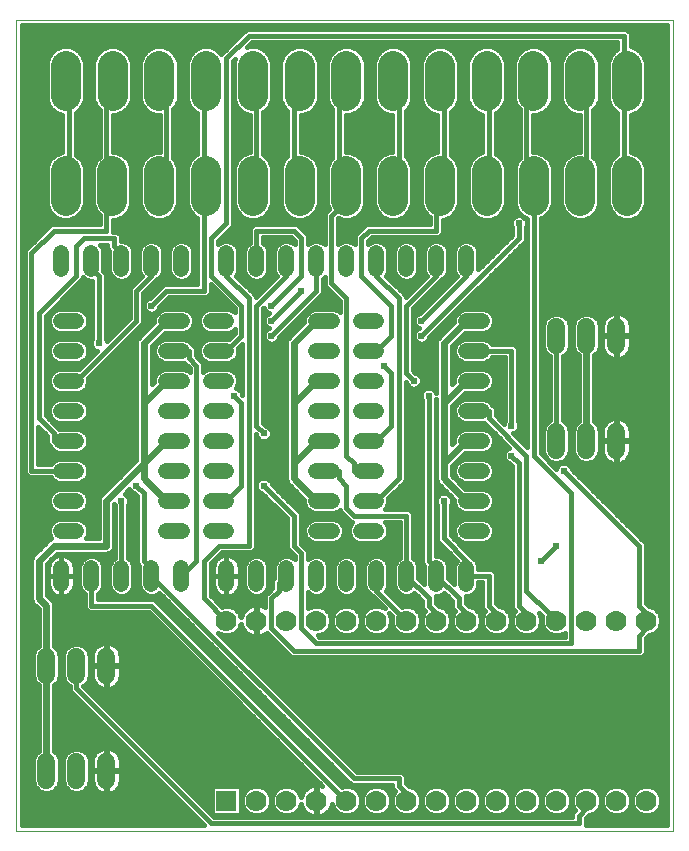
<source format=gtl>
G75*
%MOIN*%
%OFA0B0*%
%FSLAX25Y25*%
%IPPOS*%
%LPD*%
%AMOC8*
5,1,8,0,0,1.08239X$1,22.5*
%
%ADD10C,0.00000*%
%ADD11C,0.05937*%
%ADD12C,0.05200*%
%ADD13R,0.07000X0.07000*%
%ADD14C,0.07000*%
%ADD15C,0.10039*%
%ADD16C,0.09900*%
%ADD17C,0.01600*%
%ADD18C,0.02400*%
%ADD19C,0.02400*%
D10*
X0011800Y0016800D02*
X0011800Y0287076D01*
X0230501Y0287076D01*
X0230501Y0016800D01*
X0011800Y0016800D01*
D11*
X0021800Y0033831D02*
X0021800Y0039769D01*
X0031800Y0039769D02*
X0031800Y0033831D01*
X0041800Y0033831D02*
X0041800Y0039769D01*
X0041800Y0068831D02*
X0041800Y0074769D01*
X0031800Y0074769D02*
X0031800Y0068831D01*
X0021800Y0068831D02*
X0021800Y0074769D01*
X0191800Y0143831D02*
X0191800Y0149769D01*
X0201800Y0149769D02*
X0201800Y0143831D01*
X0211800Y0143831D02*
X0211800Y0149769D01*
X0211800Y0178831D02*
X0211800Y0184769D01*
X0201800Y0184769D02*
X0201800Y0178831D01*
X0191800Y0178831D02*
X0191800Y0184769D01*
D12*
X0167000Y0186800D02*
X0161800Y0186800D01*
X0161800Y0176800D02*
X0167000Y0176800D01*
X0167000Y0166800D02*
X0161800Y0166800D01*
X0161800Y0156800D02*
X0167000Y0156800D01*
X0167000Y0146800D02*
X0161800Y0146800D01*
X0161800Y0136800D02*
X0167000Y0136800D01*
X0167000Y0126800D02*
X0161800Y0126800D01*
X0161800Y0116800D02*
X0167000Y0116800D01*
X0161800Y0104400D02*
X0161800Y0099200D01*
X0151800Y0099200D02*
X0151800Y0104400D01*
X0141800Y0104400D02*
X0141800Y0099200D01*
X0131800Y0099200D02*
X0131800Y0104400D01*
X0121800Y0104400D02*
X0121800Y0099200D01*
X0111800Y0099200D02*
X0111800Y0104400D01*
X0101800Y0104400D02*
X0101800Y0099200D01*
X0091800Y0099200D02*
X0091800Y0104400D01*
X0081800Y0104400D02*
X0081800Y0099200D01*
X0066800Y0099200D02*
X0066800Y0104400D01*
X0056800Y0104400D02*
X0056800Y0099200D01*
X0046800Y0099200D02*
X0046800Y0104400D01*
X0036800Y0104400D02*
X0036800Y0099200D01*
X0026800Y0099200D02*
X0026800Y0104400D01*
X0026600Y0116800D02*
X0031800Y0116800D01*
X0031800Y0126800D02*
X0026600Y0126800D01*
X0026600Y0136800D02*
X0031800Y0136800D01*
X0031800Y0146800D02*
X0026600Y0146800D01*
X0026600Y0156800D02*
X0031800Y0156800D01*
X0031800Y0166800D02*
X0026600Y0166800D01*
X0026600Y0176800D02*
X0031800Y0176800D01*
X0031800Y0186800D02*
X0026600Y0186800D01*
X0026800Y0204200D02*
X0026800Y0209400D01*
X0036800Y0209400D02*
X0036800Y0204200D01*
X0046800Y0204200D02*
X0046800Y0209400D01*
X0056800Y0209400D02*
X0056800Y0204200D01*
X0066800Y0204200D02*
X0066800Y0209400D01*
X0081800Y0209400D02*
X0081800Y0204200D01*
X0091800Y0204200D02*
X0091800Y0209400D01*
X0101800Y0209400D02*
X0101800Y0204200D01*
X0111800Y0204200D02*
X0111800Y0209400D01*
X0121800Y0209400D02*
X0121800Y0204200D01*
X0131800Y0204200D02*
X0131800Y0209400D01*
X0141800Y0209400D02*
X0141800Y0204200D01*
X0151800Y0204200D02*
X0151800Y0209400D01*
X0161800Y0209400D02*
X0161800Y0204200D01*
X0131800Y0186800D02*
X0126600Y0186800D01*
X0117000Y0186800D02*
X0111800Y0186800D01*
X0111800Y0176800D02*
X0117000Y0176800D01*
X0126600Y0176800D02*
X0131800Y0176800D01*
X0131800Y0166800D02*
X0126600Y0166800D01*
X0117000Y0166800D02*
X0111800Y0166800D01*
X0111800Y0156800D02*
X0117000Y0156800D01*
X0126600Y0156800D02*
X0131800Y0156800D01*
X0131800Y0146800D02*
X0126600Y0146800D01*
X0117000Y0146800D02*
X0111800Y0146800D01*
X0111800Y0136800D02*
X0117000Y0136800D01*
X0126600Y0136800D02*
X0131800Y0136800D01*
X0131800Y0126800D02*
X0126600Y0126800D01*
X0117000Y0126800D02*
X0111800Y0126800D01*
X0111800Y0116800D02*
X0117000Y0116800D01*
X0126600Y0116800D02*
X0131800Y0116800D01*
X0081800Y0116800D02*
X0076600Y0116800D01*
X0076600Y0126800D02*
X0081800Y0126800D01*
X0081800Y0136800D02*
X0076600Y0136800D01*
X0067000Y0136800D02*
X0061800Y0136800D01*
X0061800Y0126800D02*
X0067000Y0126800D01*
X0067000Y0116800D02*
X0061800Y0116800D01*
X0061800Y0146800D02*
X0067000Y0146800D01*
X0067000Y0156800D02*
X0061800Y0156800D01*
X0061800Y0166800D02*
X0067000Y0166800D01*
X0076600Y0166800D02*
X0081800Y0166800D01*
X0081800Y0156800D02*
X0076600Y0156800D01*
X0076600Y0146800D02*
X0081800Y0146800D01*
X0081800Y0176800D02*
X0076600Y0176800D01*
X0076600Y0186800D02*
X0081800Y0186800D01*
X0067000Y0186800D02*
X0061800Y0186800D01*
X0061800Y0176800D02*
X0067000Y0176800D01*
D13*
X0081800Y0026800D03*
D14*
X0091800Y0026800D03*
X0101800Y0026800D03*
X0111800Y0026800D03*
X0121800Y0026800D03*
X0131800Y0026800D03*
X0141800Y0026800D03*
X0151800Y0026800D03*
X0161800Y0026800D03*
X0171800Y0026800D03*
X0181800Y0026800D03*
X0191800Y0026800D03*
X0201800Y0026800D03*
X0211800Y0026800D03*
X0221800Y0026800D03*
X0221800Y0086800D03*
X0211800Y0086800D03*
X0201800Y0086800D03*
X0191800Y0086800D03*
X0181800Y0086800D03*
X0171800Y0086800D03*
X0161800Y0086800D03*
X0151800Y0086800D03*
X0141800Y0086800D03*
X0131800Y0086800D03*
X0121800Y0086800D03*
X0111800Y0086800D03*
X0101800Y0086800D03*
X0091800Y0086800D03*
X0081800Y0086800D03*
D15*
X0075028Y0261780D02*
X0075028Y0271820D01*
X0059438Y0271820D02*
X0059438Y0261780D01*
X0043847Y0261780D02*
X0043847Y0271820D01*
X0028257Y0271820D02*
X0028257Y0261780D01*
X0090619Y0261780D02*
X0090619Y0271820D01*
X0106209Y0271820D02*
X0106209Y0261780D01*
X0121800Y0261780D02*
X0121800Y0271820D01*
X0137391Y0271820D02*
X0137391Y0261780D01*
X0152981Y0261780D02*
X0152981Y0271820D01*
X0168572Y0271820D02*
X0168572Y0261780D01*
X0184162Y0261780D02*
X0184162Y0271820D01*
X0199753Y0271820D02*
X0199753Y0261780D01*
X0215343Y0261780D02*
X0215343Y0271820D01*
D16*
X0215400Y0236750D02*
X0215400Y0226850D01*
X0199800Y0226850D02*
X0199800Y0236750D01*
X0184200Y0236750D02*
X0184200Y0226850D01*
X0168600Y0226850D02*
X0168600Y0236750D01*
X0153000Y0236750D02*
X0153000Y0226850D01*
X0137400Y0226850D02*
X0137400Y0236750D01*
X0121800Y0236750D02*
X0121800Y0226850D01*
X0106200Y0226850D02*
X0106200Y0236750D01*
X0090600Y0236750D02*
X0090600Y0226850D01*
X0075000Y0226850D02*
X0075000Y0236750D01*
X0059400Y0236750D02*
X0059400Y0226850D01*
X0043800Y0226850D02*
X0043800Y0236750D01*
X0028200Y0236750D02*
X0028200Y0226850D01*
D17*
X0031075Y0221168D02*
X0039600Y0221168D01*
X0039600Y0222070D02*
X0039600Y0219000D01*
X0023389Y0219000D01*
X0022100Y0217711D01*
X0014600Y0210211D01*
X0014600Y0135889D01*
X0015889Y0134600D01*
X0023182Y0134600D01*
X0023209Y0134534D01*
X0024334Y0133409D01*
X0025804Y0132800D01*
X0032596Y0132800D01*
X0034066Y0133409D01*
X0035191Y0134534D01*
X0035800Y0136004D01*
X0035800Y0137596D01*
X0035191Y0139066D01*
X0034066Y0140191D01*
X0032596Y0140800D01*
X0025804Y0140800D01*
X0024334Y0140191D01*
X0023209Y0139066D01*
X0023182Y0139000D01*
X0019000Y0139000D01*
X0019000Y0151489D01*
X0022100Y0148389D01*
X0022100Y0145889D01*
X0023035Y0144953D01*
X0023209Y0144534D01*
X0024334Y0143409D01*
X0025804Y0142800D01*
X0032596Y0142800D01*
X0034066Y0143409D01*
X0035191Y0144534D01*
X0035800Y0146004D01*
X0035800Y0147596D01*
X0035191Y0149066D01*
X0034066Y0150191D01*
X0032596Y0150800D01*
X0025911Y0150800D01*
X0025211Y0151500D01*
X0021500Y0155211D01*
X0021500Y0188389D01*
X0032711Y0199600D01*
X0034000Y0200889D01*
X0034000Y0201343D01*
X0034534Y0200809D01*
X0036004Y0200200D01*
X0037100Y0200200D01*
X0037100Y0180777D01*
X0037096Y0180773D01*
X0036700Y0179817D01*
X0036700Y0178783D01*
X0037096Y0177827D01*
X0037827Y0177096D01*
X0038646Y0176757D01*
X0032661Y0170773D01*
X0032596Y0170800D01*
X0025804Y0170800D01*
X0024334Y0170191D01*
X0023209Y0169066D01*
X0022600Y0167596D01*
X0022600Y0166004D01*
X0023209Y0164534D01*
X0024334Y0163409D01*
X0025804Y0162800D01*
X0032596Y0162800D01*
X0034066Y0163409D01*
X0035191Y0164534D01*
X0035800Y0166004D01*
X0035800Y0167596D01*
X0035773Y0167661D01*
X0054000Y0185889D01*
X0054000Y0195889D01*
X0057711Y0199600D01*
X0057711Y0199600D01*
X0058817Y0200706D01*
X0059066Y0200809D01*
X0060191Y0201934D01*
X0060800Y0203404D01*
X0060800Y0210196D01*
X0060191Y0211666D01*
X0059066Y0212791D01*
X0057596Y0213400D01*
X0056004Y0213400D01*
X0054534Y0212791D01*
X0053409Y0211666D01*
X0052800Y0210196D01*
X0052800Y0203404D01*
X0053409Y0201934D01*
X0053616Y0201727D01*
X0049600Y0197711D01*
X0049600Y0187711D01*
X0041843Y0179954D01*
X0041504Y0180773D01*
X0041500Y0180777D01*
X0041500Y0202711D01*
X0040800Y0203411D01*
X0040800Y0210196D01*
X0040191Y0211666D01*
X0039757Y0212100D01*
X0042100Y0212100D01*
X0042100Y0210889D01*
X0042800Y0210189D01*
X0042800Y0203404D01*
X0043409Y0201934D01*
X0044534Y0200809D01*
X0046004Y0200200D01*
X0047596Y0200200D01*
X0049066Y0200809D01*
X0050191Y0201934D01*
X0050800Y0203404D01*
X0050800Y0210196D01*
X0050191Y0211666D01*
X0049066Y0212791D01*
X0047596Y0213400D01*
X0046500Y0213400D01*
X0046500Y0215211D01*
X0045211Y0216500D01*
X0044000Y0216500D01*
X0044000Y0220500D01*
X0045063Y0220500D01*
X0047397Y0221467D01*
X0049183Y0223253D01*
X0050150Y0225587D01*
X0050150Y0238013D01*
X0049183Y0240347D01*
X0047397Y0242133D01*
X0045063Y0243100D01*
X0044000Y0243100D01*
X0044000Y0255361D01*
X0045124Y0255361D01*
X0047484Y0256338D01*
X0049290Y0258144D01*
X0050267Y0260503D01*
X0050267Y0273097D01*
X0049290Y0275456D01*
X0047484Y0277262D01*
X0045124Y0278239D01*
X0042570Y0278239D01*
X0040211Y0277262D01*
X0038405Y0275456D01*
X0037428Y0273097D01*
X0037428Y0260503D01*
X0038405Y0258144D01*
X0039600Y0256949D01*
X0039600Y0241530D01*
X0038417Y0240347D01*
X0037450Y0238013D01*
X0037450Y0225587D01*
X0038417Y0223253D01*
X0039600Y0222070D01*
X0038903Y0222766D02*
X0033097Y0222766D01*
X0033583Y0223253D02*
X0034550Y0225587D01*
X0034550Y0238013D01*
X0033583Y0240347D01*
X0031797Y0242133D01*
X0031500Y0242256D01*
X0031500Y0256175D01*
X0031893Y0256338D01*
X0033699Y0258144D01*
X0034676Y0260503D01*
X0034676Y0273097D01*
X0033699Y0275456D01*
X0031893Y0277262D01*
X0029534Y0278239D01*
X0026980Y0278239D01*
X0024620Y0277262D01*
X0022814Y0275456D01*
X0021837Y0273097D01*
X0021837Y0260503D01*
X0022814Y0258144D01*
X0024620Y0256338D01*
X0026980Y0255361D01*
X0027100Y0255361D01*
X0027100Y0243100D01*
X0026937Y0243100D01*
X0024603Y0242133D01*
X0022817Y0240347D01*
X0021850Y0238013D01*
X0021850Y0225587D01*
X0022817Y0223253D01*
X0024603Y0221467D01*
X0026937Y0220500D01*
X0029463Y0220500D01*
X0031797Y0221467D01*
X0033583Y0223253D01*
X0034044Y0224365D02*
X0037956Y0224365D01*
X0037450Y0225963D02*
X0034550Y0225963D01*
X0034550Y0227562D02*
X0037450Y0227562D01*
X0037450Y0229160D02*
X0034550Y0229160D01*
X0034550Y0230759D02*
X0037450Y0230759D01*
X0037450Y0232357D02*
X0034550Y0232357D01*
X0034550Y0233956D02*
X0037450Y0233956D01*
X0037450Y0235554D02*
X0034550Y0235554D01*
X0034550Y0237153D02*
X0037450Y0237153D01*
X0037756Y0238751D02*
X0034244Y0238751D01*
X0033580Y0240350D02*
X0038420Y0240350D01*
X0039600Y0241948D02*
X0031982Y0241948D01*
X0031500Y0243547D02*
X0039600Y0243547D01*
X0039600Y0245145D02*
X0031500Y0245145D01*
X0031500Y0246744D02*
X0039600Y0246744D01*
X0039600Y0248342D02*
X0031500Y0248342D01*
X0031500Y0249941D02*
X0039600Y0249941D01*
X0039600Y0251539D02*
X0031500Y0251539D01*
X0031500Y0253138D02*
X0039600Y0253138D01*
X0039600Y0254737D02*
X0031500Y0254737D01*
X0031886Y0256335D02*
X0039600Y0256335D01*
X0038615Y0257934D02*
X0033489Y0257934D01*
X0034274Y0259532D02*
X0037830Y0259532D01*
X0037428Y0261131D02*
X0034676Y0261131D01*
X0034676Y0262729D02*
X0037428Y0262729D01*
X0037428Y0264328D02*
X0034676Y0264328D01*
X0034676Y0265926D02*
X0037428Y0265926D01*
X0037428Y0267525D02*
X0034676Y0267525D01*
X0034676Y0269123D02*
X0037428Y0269123D01*
X0037428Y0270722D02*
X0034676Y0270722D01*
X0034676Y0272320D02*
X0037428Y0272320D01*
X0037768Y0273919D02*
X0034336Y0273919D01*
X0033638Y0275517D02*
X0038466Y0275517D01*
X0040064Y0277116D02*
X0032040Y0277116D01*
X0024474Y0277116D02*
X0013600Y0277116D01*
X0013600Y0278714D02*
X0083103Y0278714D01*
X0081504Y0277116D02*
X0078811Y0277116D01*
X0078665Y0277262D02*
X0076305Y0278239D01*
X0073751Y0278239D01*
X0071392Y0277262D01*
X0069586Y0275456D01*
X0068609Y0273097D01*
X0068609Y0260503D01*
X0069586Y0258144D01*
X0071392Y0256338D01*
X0072100Y0256045D01*
X0072100Y0242422D01*
X0071403Y0242133D01*
X0069617Y0240347D01*
X0068650Y0238013D01*
X0068650Y0225587D01*
X0069617Y0223253D01*
X0071403Y0221467D01*
X0072100Y0221178D01*
X0072100Y0199000D01*
X0060889Y0199000D01*
X0059600Y0197711D01*
X0056289Y0194400D01*
X0056283Y0194400D01*
X0055327Y0194004D01*
X0054596Y0193273D01*
X0054200Y0192317D01*
X0054200Y0191283D01*
X0054596Y0190327D01*
X0055327Y0189596D01*
X0056283Y0189200D01*
X0057317Y0189200D01*
X0058273Y0189596D01*
X0059004Y0190327D01*
X0059400Y0191283D01*
X0059400Y0191289D01*
X0062711Y0194600D01*
X0075211Y0194600D01*
X0076500Y0195889D01*
X0076500Y0198989D01*
X0084600Y0190889D01*
X0084600Y0189657D01*
X0084066Y0190191D01*
X0082596Y0190800D01*
X0075804Y0190800D01*
X0074334Y0190191D01*
X0073209Y0189066D01*
X0072600Y0187596D01*
X0072600Y0186004D01*
X0073209Y0184534D01*
X0074334Y0183409D01*
X0075804Y0182800D01*
X0082596Y0182800D01*
X0084066Y0183409D01*
X0084600Y0183943D01*
X0084600Y0182711D01*
X0082661Y0180773D01*
X0082596Y0180800D01*
X0075804Y0180800D01*
X0074334Y0180191D01*
X0073209Y0179066D01*
X0072600Y0177596D01*
X0072600Y0176004D01*
X0073209Y0174534D01*
X0074334Y0173409D01*
X0075804Y0172800D01*
X0082596Y0172800D01*
X0084066Y0173409D01*
X0085191Y0174534D01*
X0085800Y0176004D01*
X0085800Y0177596D01*
X0085773Y0177661D01*
X0087100Y0178989D01*
X0087100Y0162111D01*
X0086900Y0162311D01*
X0086900Y0162317D01*
X0086504Y0163273D01*
X0085773Y0164004D01*
X0084987Y0164330D01*
X0085191Y0164534D01*
X0085800Y0166004D01*
X0085800Y0167596D01*
X0085191Y0169066D01*
X0084066Y0170191D01*
X0082596Y0170800D01*
X0075804Y0170800D01*
X0074334Y0170191D01*
X0074000Y0169857D01*
X0074000Y0172711D01*
X0072711Y0174000D01*
X0071500Y0175211D01*
X0071500Y0177711D01*
X0070565Y0178647D01*
X0070391Y0179066D01*
X0069266Y0180191D01*
X0067796Y0180800D01*
X0061004Y0180800D01*
X0059534Y0180191D01*
X0058409Y0179066D01*
X0057800Y0177596D01*
X0057800Y0176004D01*
X0058409Y0174534D01*
X0059534Y0173409D01*
X0061004Y0172800D01*
X0067689Y0172800D01*
X0069600Y0170889D01*
X0069600Y0169857D01*
X0069266Y0170191D01*
X0067796Y0170800D01*
X0061004Y0170800D01*
X0059534Y0170191D01*
X0058409Y0169066D01*
X0057800Y0167596D01*
X0057800Y0166477D01*
X0056900Y0165577D01*
X0056900Y0178223D01*
X0061477Y0182800D01*
X0067796Y0182800D01*
X0069266Y0183409D01*
X0070391Y0184534D01*
X0071000Y0186004D01*
X0071000Y0187596D01*
X0070391Y0189066D01*
X0069266Y0190191D01*
X0067796Y0190800D01*
X0061004Y0190800D01*
X0059534Y0190191D01*
X0058409Y0189066D01*
X0057800Y0187596D01*
X0057800Y0186477D01*
X0052827Y0181504D01*
X0052096Y0180773D01*
X0051700Y0179817D01*
X0051700Y0140377D01*
X0039596Y0128273D01*
X0039200Y0127317D01*
X0039200Y0114400D01*
X0035057Y0114400D01*
X0035191Y0114534D01*
X0035800Y0116004D01*
X0035800Y0117596D01*
X0035191Y0119066D01*
X0034066Y0120191D01*
X0032596Y0120800D01*
X0025804Y0120800D01*
X0024334Y0120191D01*
X0023209Y0119066D01*
X0022600Y0117596D01*
X0022600Y0116004D01*
X0023209Y0114534D01*
X0023472Y0114271D01*
X0022827Y0114004D01*
X0022096Y0113273D01*
X0017096Y0108273D01*
X0016700Y0107317D01*
X0016700Y0093783D01*
X0017096Y0092827D01*
X0017827Y0092096D01*
X0019200Y0090723D01*
X0019200Y0078346D01*
X0018097Y0077243D01*
X0017431Y0075637D01*
X0017431Y0067963D01*
X0018097Y0066357D01*
X0019200Y0065253D01*
X0019200Y0043346D01*
X0018097Y0042243D01*
X0017431Y0040637D01*
X0017431Y0032963D01*
X0018097Y0031357D01*
X0019325Y0030128D01*
X0020931Y0029463D01*
X0022669Y0029463D01*
X0024275Y0030128D01*
X0025503Y0031357D01*
X0026168Y0032963D01*
X0026168Y0040637D01*
X0025503Y0042243D01*
X0024400Y0043346D01*
X0024400Y0065253D01*
X0025503Y0066357D01*
X0026168Y0067963D01*
X0026168Y0075637D01*
X0025503Y0077243D01*
X0024400Y0078346D01*
X0024400Y0092317D01*
X0024004Y0093273D01*
X0021900Y0095377D01*
X0021900Y0105723D01*
X0025377Y0109200D01*
X0042317Y0109200D01*
X0043273Y0109596D01*
X0044004Y0110327D01*
X0044400Y0111283D01*
X0044400Y0125723D01*
X0044423Y0125746D01*
X0044596Y0125327D01*
X0044600Y0125323D01*
X0044600Y0107818D01*
X0044534Y0107791D01*
X0043409Y0106666D01*
X0042800Y0105196D01*
X0042800Y0098404D01*
X0043409Y0096934D01*
X0044534Y0095809D01*
X0046004Y0095200D01*
X0047596Y0095200D01*
X0049066Y0095809D01*
X0050191Y0096934D01*
X0050800Y0098404D01*
X0050800Y0105196D01*
X0050191Y0106666D01*
X0049066Y0107791D01*
X0049000Y0107818D01*
X0049000Y0125323D01*
X0049004Y0125327D01*
X0049400Y0126283D01*
X0049400Y0127317D01*
X0049004Y0128273D01*
X0048273Y0129004D01*
X0047854Y0129177D01*
X0049423Y0130746D01*
X0049596Y0130327D01*
X0050327Y0129596D01*
X0051283Y0129200D01*
X0051289Y0129200D01*
X0052100Y0128389D01*
X0052100Y0105889D01*
X0052800Y0105189D01*
X0052800Y0098404D01*
X0053409Y0096934D01*
X0054534Y0095809D01*
X0056004Y0095200D01*
X0057596Y0095200D01*
X0059066Y0095809D01*
X0059373Y0096116D01*
X0122100Y0033389D01*
X0123389Y0032100D01*
X0137100Y0032100D01*
X0137100Y0030889D01*
X0138030Y0029959D01*
X0137646Y0029576D01*
X0136900Y0027775D01*
X0136900Y0025825D01*
X0137646Y0024024D01*
X0139024Y0022646D01*
X0140825Y0021900D01*
X0142775Y0021900D01*
X0144576Y0022646D01*
X0145954Y0024024D01*
X0146700Y0025825D01*
X0146700Y0027775D01*
X0145954Y0029576D01*
X0144576Y0030954D01*
X0142775Y0031700D01*
X0142511Y0031700D01*
X0141500Y0032711D01*
X0141500Y0035211D01*
X0140211Y0036500D01*
X0125211Y0036500D01*
X0079094Y0082617D01*
X0080825Y0081900D01*
X0082775Y0081900D01*
X0084576Y0082646D01*
X0085954Y0084024D01*
X0086619Y0085630D01*
X0086630Y0085559D01*
X0086888Y0084766D01*
X0087267Y0084022D01*
X0087757Y0083347D01*
X0088347Y0082757D01*
X0089022Y0082267D01*
X0089766Y0081888D01*
X0090559Y0081630D01*
X0091383Y0081500D01*
X0091700Y0081500D01*
X0091700Y0086700D01*
X0091900Y0086700D01*
X0091900Y0081500D01*
X0092217Y0081500D01*
X0093041Y0081630D01*
X0093834Y0081888D01*
X0094578Y0082267D01*
X0095240Y0082748D01*
X0102100Y0075889D01*
X0103389Y0074600D01*
X0220211Y0074600D01*
X0221500Y0075889D01*
X0221500Y0080889D01*
X0222511Y0081900D01*
X0222775Y0081900D01*
X0224576Y0082646D01*
X0225954Y0084024D01*
X0226700Y0085825D01*
X0226700Y0087775D01*
X0225954Y0089576D01*
X0224576Y0090954D01*
X0222775Y0091700D01*
X0222511Y0091700D01*
X0221500Y0092711D01*
X0221500Y0112711D01*
X0220211Y0114000D01*
X0196900Y0137311D01*
X0196900Y0137317D01*
X0196504Y0138273D01*
X0195773Y0139004D01*
X0194817Y0139400D01*
X0193783Y0139400D01*
X0192827Y0139004D01*
X0192096Y0138273D01*
X0191757Y0137454D01*
X0186500Y0142711D01*
X0186500Y0220930D01*
X0187797Y0221467D01*
X0189583Y0223253D01*
X0190550Y0225587D01*
X0190550Y0238013D01*
X0189583Y0240347D01*
X0187797Y0242133D01*
X0185463Y0243100D01*
X0184000Y0243100D01*
X0184000Y0255361D01*
X0185439Y0255361D01*
X0187799Y0256338D01*
X0189605Y0258144D01*
X0190582Y0260503D01*
X0190582Y0273097D01*
X0189605Y0275456D01*
X0187799Y0277262D01*
X0185439Y0278239D01*
X0182885Y0278239D01*
X0180526Y0277262D01*
X0178720Y0275456D01*
X0177743Y0273097D01*
X0177743Y0260503D01*
X0178720Y0258144D01*
X0179600Y0257264D01*
X0179600Y0241130D01*
X0178817Y0240347D01*
X0177850Y0238013D01*
X0177850Y0225587D01*
X0178817Y0223253D01*
X0180419Y0221651D01*
X0179817Y0221900D01*
X0178783Y0221900D01*
X0177827Y0221504D01*
X0177096Y0220773D01*
X0176700Y0219817D01*
X0176700Y0218783D01*
X0177096Y0217827D01*
X0177100Y0217823D01*
X0177100Y0215211D01*
X0165800Y0203911D01*
X0165800Y0210196D01*
X0165191Y0211666D01*
X0164066Y0212791D01*
X0162596Y0213400D01*
X0161004Y0213400D01*
X0159534Y0212791D01*
X0158409Y0211666D01*
X0157800Y0210196D01*
X0157800Y0203404D01*
X0158409Y0201934D01*
X0158616Y0201727D01*
X0146289Y0189400D01*
X0146283Y0189400D01*
X0145327Y0189004D01*
X0144596Y0188273D01*
X0144200Y0187317D01*
X0144200Y0186283D01*
X0144596Y0185327D01*
X0145327Y0184596D01*
X0146041Y0184300D01*
X0145327Y0184004D01*
X0144596Y0183273D01*
X0144200Y0182317D01*
X0144200Y0181283D01*
X0144596Y0180327D01*
X0145327Y0179596D01*
X0146283Y0179200D01*
X0147317Y0179200D01*
X0148273Y0179596D01*
X0149004Y0180327D01*
X0149400Y0181283D01*
X0149400Y0181289D01*
X0180211Y0212100D01*
X0181500Y0213389D01*
X0181500Y0217823D01*
X0181504Y0217827D01*
X0181900Y0218783D01*
X0181900Y0219817D01*
X0181504Y0220773D01*
X0180957Y0221320D01*
X0182100Y0220847D01*
X0182100Y0144611D01*
X0177454Y0149257D01*
X0178273Y0149596D01*
X0179004Y0150327D01*
X0179400Y0151283D01*
X0179400Y0152317D01*
X0179004Y0153273D01*
X0179000Y0153277D01*
X0179000Y0177711D01*
X0177711Y0179000D01*
X0170418Y0179000D01*
X0170391Y0179066D01*
X0169266Y0180191D01*
X0167796Y0180800D01*
X0161004Y0180800D01*
X0159534Y0180191D01*
X0158409Y0179066D01*
X0157800Y0177596D01*
X0157800Y0176004D01*
X0158409Y0174534D01*
X0159534Y0173409D01*
X0161004Y0172800D01*
X0167796Y0172800D01*
X0169266Y0173409D01*
X0170391Y0174534D01*
X0170418Y0174600D01*
X0174600Y0174600D01*
X0174600Y0153277D01*
X0174596Y0153273D01*
X0174257Y0152454D01*
X0171500Y0155211D01*
X0171500Y0157711D01*
X0170565Y0158647D01*
X0170391Y0159066D01*
X0169266Y0160191D01*
X0167796Y0160800D01*
X0161004Y0160800D01*
X0159534Y0160191D01*
X0158409Y0159066D01*
X0157800Y0157596D01*
X0157800Y0156004D01*
X0158409Y0154534D01*
X0159534Y0153409D01*
X0161004Y0152800D01*
X0167689Y0152800D01*
X0176146Y0144343D01*
X0175327Y0144004D01*
X0174596Y0143273D01*
X0174200Y0142317D01*
X0174200Y0141283D01*
X0174596Y0140327D01*
X0175327Y0139596D01*
X0176283Y0139200D01*
X0176289Y0139200D01*
X0177100Y0138389D01*
X0177100Y0090889D01*
X0178030Y0089959D01*
X0177646Y0089576D01*
X0176900Y0087775D01*
X0176900Y0085825D01*
X0177646Y0084024D01*
X0179024Y0082646D01*
X0180825Y0081900D01*
X0182775Y0081900D01*
X0184576Y0082646D01*
X0185954Y0084024D01*
X0186700Y0085825D01*
X0186700Y0087775D01*
X0185983Y0089506D01*
X0187100Y0088389D01*
X0187138Y0088350D01*
X0186900Y0087775D01*
X0186900Y0085825D01*
X0187646Y0084024D01*
X0189024Y0082646D01*
X0190825Y0081900D01*
X0192775Y0081900D01*
X0194576Y0082646D01*
X0194600Y0082670D01*
X0194600Y0081500D01*
X0112711Y0081500D01*
X0112311Y0081900D01*
X0112775Y0081900D01*
X0114576Y0082646D01*
X0115954Y0084024D01*
X0116700Y0085825D01*
X0116700Y0087775D01*
X0115954Y0089576D01*
X0114576Y0090954D01*
X0112775Y0091700D01*
X0110825Y0091700D01*
X0109024Y0090954D01*
X0109000Y0090930D01*
X0109000Y0096343D01*
X0109534Y0095809D01*
X0111004Y0095200D01*
X0112596Y0095200D01*
X0114066Y0095809D01*
X0115191Y0096934D01*
X0115800Y0098404D01*
X0115800Y0105196D01*
X0115191Y0106666D01*
X0114066Y0107791D01*
X0112596Y0108400D01*
X0111004Y0108400D01*
X0109534Y0107791D01*
X0109000Y0107257D01*
X0109000Y0110211D01*
X0107711Y0111500D01*
X0106500Y0112711D01*
X0106500Y0122711D01*
X0096900Y0132311D01*
X0096900Y0132317D01*
X0096504Y0133273D01*
X0095773Y0134004D01*
X0094817Y0134400D01*
X0093783Y0134400D01*
X0092827Y0134004D01*
X0092096Y0133273D01*
X0091700Y0132317D01*
X0091700Y0131283D01*
X0092096Y0130327D01*
X0092827Y0129596D01*
X0093783Y0129200D01*
X0093789Y0129200D01*
X0102100Y0120889D01*
X0102100Y0110889D01*
X0104600Y0108389D01*
X0104600Y0107257D01*
X0104066Y0107791D01*
X0102596Y0108400D01*
X0101004Y0108400D01*
X0099534Y0107791D01*
X0098409Y0106666D01*
X0097800Y0105196D01*
X0097800Y0100911D01*
X0097100Y0100211D01*
X0097100Y0097711D01*
X0095889Y0096500D01*
X0094600Y0095211D01*
X0094600Y0091317D01*
X0094578Y0091333D01*
X0093834Y0091712D01*
X0093041Y0091969D01*
X0092217Y0092100D01*
X0091900Y0092100D01*
X0091900Y0086900D01*
X0091700Y0086900D01*
X0091700Y0092100D01*
X0091383Y0092100D01*
X0090559Y0091969D01*
X0089766Y0091712D01*
X0089022Y0091333D01*
X0088347Y0090843D01*
X0087757Y0090253D01*
X0087267Y0089578D01*
X0086888Y0088834D01*
X0086630Y0088041D01*
X0086619Y0087970D01*
X0085954Y0089576D01*
X0084576Y0090954D01*
X0082775Y0091700D01*
X0080825Y0091700D01*
X0080250Y0091462D01*
X0076500Y0095211D01*
X0076500Y0105889D01*
X0080211Y0109600D01*
X0090211Y0109600D01*
X0091500Y0110889D01*
X0091500Y0148989D01*
X0091700Y0148789D01*
X0091700Y0148783D01*
X0092096Y0147827D01*
X0092827Y0147096D01*
X0093783Y0146700D01*
X0094817Y0146700D01*
X0095773Y0147096D01*
X0096504Y0147827D01*
X0096900Y0148783D01*
X0096900Y0149817D01*
X0096504Y0150773D01*
X0095773Y0151504D01*
X0094817Y0151900D01*
X0094811Y0151900D01*
X0094000Y0152711D01*
X0094000Y0190889D01*
X0094257Y0191146D01*
X0094596Y0190327D01*
X0095327Y0189596D01*
X0096041Y0189300D01*
X0095327Y0189004D01*
X0094596Y0188273D01*
X0094200Y0187317D01*
X0094200Y0186283D01*
X0094596Y0185327D01*
X0095327Y0184596D01*
X0096041Y0184300D01*
X0095327Y0184004D01*
X0094596Y0183273D01*
X0094200Y0182317D01*
X0094200Y0181283D01*
X0094596Y0180327D01*
X0095327Y0179596D01*
X0096283Y0179200D01*
X0097317Y0179200D01*
X0098273Y0179596D01*
X0099004Y0180327D01*
X0099400Y0181283D01*
X0099400Y0181289D01*
X0112711Y0194600D01*
X0114000Y0195889D01*
X0114000Y0200782D01*
X0114066Y0200809D01*
X0114600Y0201343D01*
X0114600Y0198389D01*
X0115889Y0197100D01*
X0119600Y0193389D01*
X0119600Y0189857D01*
X0119266Y0190191D01*
X0117796Y0190800D01*
X0111004Y0190800D01*
X0109534Y0190191D01*
X0108409Y0189066D01*
X0107800Y0187596D01*
X0107800Y0186477D01*
X0102827Y0181504D01*
X0102096Y0180773D01*
X0101700Y0179817D01*
X0101700Y0133783D01*
X0102096Y0132827D01*
X0102827Y0132096D01*
X0107800Y0127123D01*
X0107800Y0126004D01*
X0108409Y0124534D01*
X0109534Y0123409D01*
X0111004Y0122800D01*
X0117796Y0122800D01*
X0119266Y0123409D01*
X0119600Y0123743D01*
X0119600Y0123389D01*
X0122100Y0120889D01*
X0123389Y0119600D01*
X0123743Y0119600D01*
X0123209Y0119066D01*
X0122600Y0117596D01*
X0122600Y0116004D01*
X0123209Y0114534D01*
X0124334Y0113409D01*
X0125804Y0112800D01*
X0132596Y0112800D01*
X0134066Y0113409D01*
X0135191Y0114534D01*
X0135800Y0116004D01*
X0135800Y0117596D01*
X0135191Y0119066D01*
X0134657Y0119600D01*
X0139600Y0119600D01*
X0139600Y0107818D01*
X0139534Y0107791D01*
X0138409Y0106666D01*
X0137800Y0105196D01*
X0137800Y0098404D01*
X0138409Y0096934D01*
X0139534Y0095809D01*
X0141004Y0095200D01*
X0142596Y0095200D01*
X0144066Y0095809D01*
X0144373Y0096116D01*
X0147100Y0093389D01*
X0147100Y0090889D01*
X0148030Y0089959D01*
X0147646Y0089576D01*
X0146900Y0087775D01*
X0146900Y0085825D01*
X0147646Y0084024D01*
X0149024Y0082646D01*
X0150825Y0081900D01*
X0152775Y0081900D01*
X0154576Y0082646D01*
X0155954Y0084024D01*
X0156700Y0085825D01*
X0156700Y0087775D01*
X0155954Y0089576D01*
X0154576Y0090954D01*
X0152775Y0091700D01*
X0152511Y0091700D01*
X0151500Y0092711D01*
X0151500Y0095200D01*
X0152596Y0095200D01*
X0154066Y0095809D01*
X0154373Y0096116D01*
X0157100Y0093389D01*
X0157100Y0090889D01*
X0158030Y0089959D01*
X0157646Y0089576D01*
X0156900Y0087775D01*
X0156900Y0085825D01*
X0157646Y0084024D01*
X0159024Y0082646D01*
X0160825Y0081900D01*
X0162775Y0081900D01*
X0164576Y0082646D01*
X0165954Y0084024D01*
X0166700Y0085825D01*
X0166700Y0087775D01*
X0165954Y0089576D01*
X0164576Y0090954D01*
X0162775Y0091700D01*
X0162511Y0091700D01*
X0161500Y0092711D01*
X0161500Y0095200D01*
X0162596Y0095200D01*
X0164066Y0095809D01*
X0165191Y0096934D01*
X0165800Y0098404D01*
X0165800Y0099600D01*
X0167100Y0099600D01*
X0167100Y0090889D01*
X0168030Y0089959D01*
X0167646Y0089576D01*
X0166900Y0087775D01*
X0166900Y0085825D01*
X0167646Y0084024D01*
X0169024Y0082646D01*
X0170825Y0081900D01*
X0172775Y0081900D01*
X0174576Y0082646D01*
X0175954Y0084024D01*
X0176700Y0085825D01*
X0176700Y0087775D01*
X0175954Y0089576D01*
X0174576Y0090954D01*
X0172775Y0091700D01*
X0172511Y0091700D01*
X0171500Y0092711D01*
X0171500Y0102711D01*
X0170211Y0104000D01*
X0165800Y0104000D01*
X0165800Y0105196D01*
X0165191Y0106666D01*
X0164066Y0107791D01*
X0163817Y0107894D01*
X0162711Y0109000D01*
X0156500Y0115211D01*
X0156500Y0125323D01*
X0156504Y0125327D01*
X0156900Y0126283D01*
X0156900Y0127317D01*
X0156504Y0128273D01*
X0155773Y0129004D01*
X0154817Y0129400D01*
X0153783Y0129400D01*
X0152827Y0129004D01*
X0152096Y0128273D01*
X0151700Y0127317D01*
X0151700Y0126283D01*
X0152096Y0125327D01*
X0152100Y0125323D01*
X0152100Y0113389D01*
X0158616Y0106873D01*
X0158409Y0106666D01*
X0157800Y0105196D01*
X0157800Y0098911D01*
X0155800Y0100911D01*
X0155800Y0105196D01*
X0155191Y0106666D01*
X0154066Y0107791D01*
X0152596Y0108400D01*
X0151500Y0108400D01*
X0151500Y0160323D01*
X0151504Y0160327D01*
X0151700Y0160800D01*
X0151700Y0133783D01*
X0152096Y0132827D01*
X0152827Y0132096D01*
X0157800Y0127123D01*
X0157800Y0126004D01*
X0158409Y0124534D01*
X0159534Y0123409D01*
X0161004Y0122800D01*
X0167796Y0122800D01*
X0169266Y0123409D01*
X0170391Y0124534D01*
X0171000Y0126004D01*
X0171000Y0127596D01*
X0170391Y0129066D01*
X0169266Y0130191D01*
X0167796Y0130800D01*
X0161477Y0130800D01*
X0156900Y0135377D01*
X0156900Y0138223D01*
X0161477Y0142800D01*
X0167796Y0142800D01*
X0169266Y0143409D01*
X0170391Y0144534D01*
X0171000Y0146004D01*
X0171000Y0147596D01*
X0170391Y0149066D01*
X0169266Y0150191D01*
X0167796Y0150800D01*
X0161004Y0150800D01*
X0159534Y0150191D01*
X0158409Y0149066D01*
X0157800Y0147596D01*
X0157800Y0146477D01*
X0156900Y0145577D01*
X0156900Y0158223D01*
X0161477Y0162800D01*
X0167796Y0162800D01*
X0169266Y0163409D01*
X0170391Y0164534D01*
X0171000Y0166004D01*
X0171000Y0167596D01*
X0170391Y0169066D01*
X0169266Y0170191D01*
X0167796Y0170800D01*
X0161004Y0170800D01*
X0159534Y0170191D01*
X0158409Y0169066D01*
X0157800Y0167596D01*
X0157800Y0166477D01*
X0156900Y0165577D01*
X0156900Y0178223D01*
X0161477Y0182800D01*
X0167796Y0182800D01*
X0169266Y0183409D01*
X0170391Y0184534D01*
X0171000Y0186004D01*
X0171000Y0187596D01*
X0170391Y0189066D01*
X0169266Y0190191D01*
X0167796Y0190800D01*
X0161004Y0190800D01*
X0159534Y0190191D01*
X0158409Y0189066D01*
X0157800Y0187596D01*
X0157800Y0186477D01*
X0152827Y0181504D01*
X0152096Y0180773D01*
X0151700Y0179817D01*
X0151700Y0162800D01*
X0151504Y0163273D01*
X0150773Y0164004D01*
X0149817Y0164400D01*
X0148783Y0164400D01*
X0147827Y0164004D01*
X0147096Y0163273D01*
X0146700Y0162317D01*
X0146700Y0161283D01*
X0147096Y0160327D01*
X0147100Y0160323D01*
X0147100Y0105889D01*
X0147800Y0105189D01*
X0147800Y0098911D01*
X0145800Y0100911D01*
X0145800Y0105196D01*
X0145191Y0106666D01*
X0144066Y0107791D01*
X0144000Y0107818D01*
X0144000Y0122711D01*
X0142711Y0124000D01*
X0134657Y0124000D01*
X0135191Y0124534D01*
X0135800Y0126004D01*
X0135800Y0127596D01*
X0135773Y0127661D01*
X0140211Y0132100D01*
X0141500Y0133389D01*
X0141500Y0166489D01*
X0141700Y0166289D01*
X0141700Y0166283D01*
X0142096Y0165327D01*
X0142827Y0164596D01*
X0143783Y0164200D01*
X0144817Y0164200D01*
X0145773Y0164596D01*
X0146504Y0165327D01*
X0146900Y0166283D01*
X0146900Y0167317D01*
X0146504Y0168273D01*
X0145773Y0169004D01*
X0144817Y0169400D01*
X0144811Y0169400D01*
X0144000Y0170211D01*
X0144000Y0190889D01*
X0152711Y0199600D01*
X0153817Y0200706D01*
X0154066Y0200809D01*
X0155191Y0201934D01*
X0155800Y0203404D01*
X0155800Y0210196D01*
X0155191Y0211666D01*
X0154066Y0212791D01*
X0152596Y0213400D01*
X0151004Y0213400D01*
X0149534Y0212791D01*
X0148409Y0211666D01*
X0147800Y0210196D01*
X0147800Y0203404D01*
X0148409Y0201934D01*
X0148616Y0201727D01*
X0141500Y0194611D01*
X0141500Y0195211D01*
X0134984Y0201727D01*
X0135191Y0201934D01*
X0135800Y0203404D01*
X0135800Y0210196D01*
X0135191Y0211666D01*
X0134066Y0212791D01*
X0132596Y0213400D01*
X0131004Y0213400D01*
X0129534Y0212791D01*
X0129000Y0212257D01*
X0129000Y0213389D01*
X0130211Y0214600D01*
X0152711Y0214600D01*
X0154000Y0215889D01*
X0154000Y0220500D01*
X0154263Y0220500D01*
X0156597Y0221467D01*
X0158383Y0223253D01*
X0159350Y0225587D01*
X0159350Y0238013D01*
X0158383Y0240347D01*
X0156597Y0242133D01*
X0156500Y0242173D01*
X0156500Y0256289D01*
X0156618Y0256338D01*
X0158423Y0258144D01*
X0159401Y0260503D01*
X0159401Y0273097D01*
X0158423Y0275456D01*
X0156618Y0277262D01*
X0154258Y0278239D01*
X0151704Y0278239D01*
X0149345Y0277262D01*
X0147539Y0275456D01*
X0146561Y0273097D01*
X0146561Y0260503D01*
X0147539Y0258144D01*
X0149345Y0256338D01*
X0151704Y0255361D01*
X0152100Y0255361D01*
X0152100Y0243100D01*
X0151737Y0243100D01*
X0149403Y0242133D01*
X0147617Y0240347D01*
X0146650Y0238013D01*
X0146650Y0225587D01*
X0147617Y0223253D01*
X0149403Y0221467D01*
X0149600Y0221385D01*
X0149600Y0219000D01*
X0128389Y0219000D01*
X0127100Y0217711D01*
X0124600Y0215211D01*
X0124600Y0212257D01*
X0124066Y0212791D01*
X0122596Y0213400D01*
X0121004Y0213400D01*
X0119534Y0212791D01*
X0119000Y0212257D01*
X0119000Y0220889D01*
X0119175Y0221064D01*
X0120537Y0220500D01*
X0123063Y0220500D01*
X0125397Y0221467D01*
X0127183Y0223253D01*
X0128150Y0225587D01*
X0128150Y0238013D01*
X0127183Y0240347D01*
X0125397Y0242133D01*
X0123063Y0243100D01*
X0121500Y0243100D01*
X0121500Y0255361D01*
X0123077Y0255361D01*
X0125436Y0256338D01*
X0127242Y0258144D01*
X0128220Y0260503D01*
X0128220Y0273097D01*
X0127242Y0275456D01*
X0125436Y0277262D01*
X0123077Y0278239D01*
X0120523Y0278239D01*
X0118164Y0277262D01*
X0116358Y0275456D01*
X0115380Y0273097D01*
X0115380Y0260503D01*
X0116358Y0258144D01*
X0117100Y0257402D01*
X0117100Y0241030D01*
X0116417Y0240347D01*
X0115450Y0238013D01*
X0115450Y0225587D01*
X0116043Y0224155D01*
X0114600Y0222711D01*
X0114600Y0212257D01*
X0114066Y0212791D01*
X0112596Y0213400D01*
X0111004Y0213400D01*
X0109534Y0212791D01*
X0109000Y0212257D01*
X0109000Y0215211D01*
X0106500Y0217711D01*
X0105211Y0219000D01*
X0090889Y0219000D01*
X0089600Y0217711D01*
X0089600Y0212818D01*
X0089534Y0212791D01*
X0088409Y0211666D01*
X0087800Y0210196D01*
X0087800Y0203404D01*
X0088409Y0201934D01*
X0089534Y0200809D01*
X0091004Y0200200D01*
X0092596Y0200200D01*
X0094066Y0200809D01*
X0095191Y0201934D01*
X0095800Y0203404D01*
X0095800Y0210196D01*
X0095191Y0211666D01*
X0094066Y0212791D01*
X0094000Y0212818D01*
X0094000Y0214600D01*
X0103389Y0214600D01*
X0104600Y0213389D01*
X0104600Y0212257D01*
X0104066Y0212791D01*
X0102596Y0213400D01*
X0101004Y0213400D01*
X0099534Y0212791D01*
X0098409Y0211666D01*
X0097800Y0210196D01*
X0097800Y0203404D01*
X0098409Y0201934D01*
X0098616Y0201727D01*
X0091500Y0194611D01*
X0091500Y0195211D01*
X0084984Y0201727D01*
X0085191Y0201934D01*
X0085800Y0203404D01*
X0085800Y0210196D01*
X0085191Y0211666D01*
X0084066Y0212791D01*
X0082596Y0213400D01*
X0081004Y0213400D01*
X0079534Y0212791D01*
X0079000Y0212257D01*
X0079000Y0213389D01*
X0082711Y0217100D01*
X0084000Y0218389D01*
X0084000Y0273389D01*
X0084547Y0273935D01*
X0084199Y0273097D01*
X0084199Y0260503D01*
X0085177Y0258144D01*
X0086982Y0256338D01*
X0089342Y0255361D01*
X0089600Y0255361D01*
X0089600Y0243100D01*
X0089337Y0243100D01*
X0087003Y0242133D01*
X0085217Y0240347D01*
X0084250Y0238013D01*
X0084250Y0225587D01*
X0085217Y0223253D01*
X0087003Y0221467D01*
X0089337Y0220500D01*
X0091863Y0220500D01*
X0094197Y0221467D01*
X0095983Y0223253D01*
X0096950Y0225587D01*
X0096950Y0238013D01*
X0095983Y0240347D01*
X0094197Y0242133D01*
X0094000Y0242215D01*
X0094000Y0256232D01*
X0094255Y0256338D01*
X0096061Y0258144D01*
X0097039Y0260503D01*
X0097039Y0273097D01*
X0096061Y0275456D01*
X0094255Y0277262D01*
X0091896Y0278239D01*
X0089342Y0278239D01*
X0088503Y0277892D01*
X0090211Y0279600D01*
X0212100Y0279600D01*
X0212100Y0277425D01*
X0211707Y0277262D01*
X0209901Y0275456D01*
X0208924Y0273097D01*
X0208924Y0260503D01*
X0209901Y0258144D01*
X0211707Y0256338D01*
X0212100Y0256175D01*
X0212100Y0242256D01*
X0211803Y0242133D01*
X0210017Y0240347D01*
X0209050Y0238013D01*
X0209050Y0225587D01*
X0210017Y0223253D01*
X0211803Y0221467D01*
X0214137Y0220500D01*
X0216663Y0220500D01*
X0218997Y0221467D01*
X0220783Y0223253D01*
X0221750Y0225587D01*
X0221750Y0238013D01*
X0220783Y0240347D01*
X0218997Y0242133D01*
X0216663Y0243100D01*
X0216500Y0243100D01*
X0216500Y0255361D01*
X0216620Y0255361D01*
X0218980Y0256338D01*
X0220786Y0258144D01*
X0221763Y0260503D01*
X0221763Y0273097D01*
X0220786Y0275456D01*
X0218980Y0277262D01*
X0216620Y0278239D01*
X0216500Y0278239D01*
X0216500Y0282711D01*
X0215211Y0284000D01*
X0088389Y0284000D01*
X0087100Y0282711D01*
X0080158Y0275769D01*
X0078665Y0277262D01*
X0081800Y0274300D02*
X0089300Y0281800D01*
X0214300Y0281800D01*
X0214300Y0266800D01*
X0215343Y0266800D01*
X0214300Y0266800D02*
X0214300Y0231800D01*
X0215400Y0231800D01*
X0221444Y0238751D02*
X0228701Y0238751D01*
X0228701Y0237153D02*
X0221750Y0237153D01*
X0221750Y0235554D02*
X0228701Y0235554D01*
X0228701Y0233956D02*
X0221750Y0233956D01*
X0221750Y0232357D02*
X0228701Y0232357D01*
X0228701Y0230759D02*
X0221750Y0230759D01*
X0221750Y0229160D02*
X0228701Y0229160D01*
X0228701Y0227562D02*
X0221750Y0227562D01*
X0221750Y0225963D02*
X0228701Y0225963D01*
X0228701Y0224365D02*
X0221244Y0224365D01*
X0220297Y0222766D02*
X0228701Y0222766D01*
X0228701Y0221168D02*
X0218275Y0221168D01*
X0212525Y0221168D02*
X0202675Y0221168D01*
X0203397Y0221467D02*
X0205183Y0223253D01*
X0206150Y0225587D01*
X0206150Y0238013D01*
X0205183Y0240347D01*
X0204000Y0241530D01*
X0204000Y0256949D01*
X0205195Y0258144D01*
X0206172Y0260503D01*
X0206172Y0273097D01*
X0205195Y0275456D01*
X0203389Y0277262D01*
X0201030Y0278239D01*
X0198476Y0278239D01*
X0196116Y0277262D01*
X0194310Y0275456D01*
X0193333Y0273097D01*
X0193333Y0260503D01*
X0194310Y0258144D01*
X0196116Y0256338D01*
X0198476Y0255361D01*
X0199600Y0255361D01*
X0199600Y0243100D01*
X0198537Y0243100D01*
X0196203Y0242133D01*
X0194417Y0240347D01*
X0193450Y0238013D01*
X0193450Y0225587D01*
X0194417Y0223253D01*
X0196203Y0221467D01*
X0198537Y0220500D01*
X0201063Y0220500D01*
X0203397Y0221467D01*
X0204697Y0222766D02*
X0210503Y0222766D01*
X0209556Y0224365D02*
X0205644Y0224365D01*
X0206150Y0225963D02*
X0209050Y0225963D01*
X0209050Y0227562D02*
X0206150Y0227562D01*
X0206150Y0229160D02*
X0209050Y0229160D01*
X0209050Y0230759D02*
X0206150Y0230759D01*
X0206150Y0232357D02*
X0209050Y0232357D01*
X0209050Y0233956D02*
X0206150Y0233956D01*
X0206150Y0235554D02*
X0209050Y0235554D01*
X0209050Y0237153D02*
X0206150Y0237153D01*
X0205844Y0238751D02*
X0209356Y0238751D01*
X0210020Y0240350D02*
X0205180Y0240350D01*
X0204000Y0241948D02*
X0211618Y0241948D01*
X0212100Y0243547D02*
X0204000Y0243547D01*
X0204000Y0245145D02*
X0212100Y0245145D01*
X0212100Y0246744D02*
X0204000Y0246744D01*
X0204000Y0248342D02*
X0212100Y0248342D01*
X0212100Y0249941D02*
X0204000Y0249941D01*
X0204000Y0251539D02*
X0212100Y0251539D01*
X0212100Y0253138D02*
X0204000Y0253138D01*
X0204000Y0254737D02*
X0212100Y0254737D01*
X0211714Y0256335D02*
X0204000Y0256335D01*
X0204985Y0257934D02*
X0210111Y0257934D01*
X0209326Y0259532D02*
X0205770Y0259532D01*
X0206172Y0261131D02*
X0208924Y0261131D01*
X0208924Y0262729D02*
X0206172Y0262729D01*
X0206172Y0264328D02*
X0208924Y0264328D01*
X0208924Y0265926D02*
X0206172Y0265926D01*
X0206172Y0267525D02*
X0208924Y0267525D01*
X0208924Y0269123D02*
X0206172Y0269123D01*
X0206172Y0270722D02*
X0208924Y0270722D01*
X0208924Y0272320D02*
X0206172Y0272320D01*
X0205832Y0273919D02*
X0209264Y0273919D01*
X0209962Y0275517D02*
X0205134Y0275517D01*
X0203536Y0277116D02*
X0211560Y0277116D01*
X0212100Y0278714D02*
X0089325Y0278714D01*
X0086300Y0281911D02*
X0013600Y0281911D01*
X0013600Y0280313D02*
X0084701Y0280313D01*
X0087898Y0283510D02*
X0013600Y0283510D01*
X0013600Y0285108D02*
X0228701Y0285108D01*
X0228701Y0285276D02*
X0228701Y0018600D01*
X0201500Y0018600D01*
X0201500Y0020889D01*
X0202511Y0021900D01*
X0202775Y0021900D01*
X0204576Y0022646D01*
X0205954Y0024024D01*
X0206700Y0025825D01*
X0206700Y0027775D01*
X0205954Y0029576D01*
X0204576Y0030954D01*
X0202775Y0031700D01*
X0200825Y0031700D01*
X0199024Y0030954D01*
X0197646Y0029576D01*
X0196900Y0027775D01*
X0196900Y0025825D01*
X0197646Y0024024D01*
X0198030Y0023641D01*
X0197100Y0022711D01*
X0197100Y0021500D01*
X0077711Y0021500D01*
X0034139Y0065072D01*
X0034275Y0065128D01*
X0035503Y0066357D01*
X0036168Y0067963D01*
X0036168Y0075637D01*
X0035503Y0077243D01*
X0034275Y0078472D01*
X0032669Y0079137D01*
X0030931Y0079137D01*
X0029325Y0078472D01*
X0028097Y0077243D01*
X0027431Y0075637D01*
X0027431Y0067963D01*
X0028097Y0066357D01*
X0029325Y0065128D01*
X0029600Y0065014D01*
X0029600Y0063389D01*
X0074389Y0018600D01*
X0013600Y0018600D01*
X0013600Y0285276D01*
X0228701Y0285276D01*
X0228701Y0283510D02*
X0215702Y0283510D01*
X0216500Y0281911D02*
X0228701Y0281911D01*
X0228701Y0280313D02*
X0216500Y0280313D01*
X0216500Y0278714D02*
X0228701Y0278714D01*
X0228701Y0277116D02*
X0219126Y0277116D01*
X0220725Y0275517D02*
X0228701Y0275517D01*
X0228701Y0273919D02*
X0221423Y0273919D01*
X0221763Y0272320D02*
X0228701Y0272320D01*
X0228701Y0270722D02*
X0221763Y0270722D01*
X0221763Y0269123D02*
X0228701Y0269123D01*
X0228701Y0267525D02*
X0221763Y0267525D01*
X0221763Y0265926D02*
X0228701Y0265926D01*
X0228701Y0264328D02*
X0221763Y0264328D01*
X0221763Y0262729D02*
X0228701Y0262729D01*
X0228701Y0261131D02*
X0221763Y0261131D01*
X0221361Y0259532D02*
X0228701Y0259532D01*
X0228701Y0257934D02*
X0220575Y0257934D01*
X0218973Y0256335D02*
X0228701Y0256335D01*
X0228701Y0254737D02*
X0216500Y0254737D01*
X0216500Y0253138D02*
X0228701Y0253138D01*
X0228701Y0251539D02*
X0216500Y0251539D01*
X0216500Y0249941D02*
X0228701Y0249941D01*
X0228701Y0248342D02*
X0216500Y0248342D01*
X0216500Y0246744D02*
X0228701Y0246744D01*
X0228701Y0245145D02*
X0216500Y0245145D01*
X0216500Y0243547D02*
X0228701Y0243547D01*
X0228701Y0241948D02*
X0219182Y0241948D01*
X0220780Y0240350D02*
X0228701Y0240350D01*
X0228701Y0219569D02*
X0186500Y0219569D01*
X0186500Y0217971D02*
X0228701Y0217971D01*
X0228701Y0216372D02*
X0186500Y0216372D01*
X0186500Y0214774D02*
X0228701Y0214774D01*
X0228701Y0213175D02*
X0186500Y0213175D01*
X0186500Y0211577D02*
X0228701Y0211577D01*
X0228701Y0209978D02*
X0186500Y0209978D01*
X0186500Y0208380D02*
X0228701Y0208380D01*
X0228701Y0206781D02*
X0186500Y0206781D01*
X0186500Y0205183D02*
X0228701Y0205183D01*
X0228701Y0203584D02*
X0186500Y0203584D01*
X0186500Y0201986D02*
X0228701Y0201986D01*
X0228701Y0200387D02*
X0186500Y0200387D01*
X0186500Y0198789D02*
X0228701Y0198789D01*
X0228701Y0197190D02*
X0186500Y0197190D01*
X0186500Y0195592D02*
X0228701Y0195592D01*
X0228701Y0193993D02*
X0186500Y0193993D01*
X0186500Y0192395D02*
X0228701Y0192395D01*
X0228701Y0190796D02*
X0186500Y0190796D01*
X0186500Y0189198D02*
X0210000Y0189198D01*
X0209970Y0189188D02*
X0209301Y0188847D01*
X0208694Y0188406D01*
X0208163Y0187875D01*
X0207722Y0187268D01*
X0207381Y0186599D01*
X0207149Y0185885D01*
X0207031Y0185144D01*
X0207031Y0181984D01*
X0211616Y0181984D01*
X0211616Y0181616D01*
X0211984Y0181616D01*
X0211984Y0174063D01*
X0212175Y0174063D01*
X0212917Y0174180D01*
X0213630Y0174412D01*
X0214299Y0174753D01*
X0214906Y0175194D01*
X0215437Y0175725D01*
X0215878Y0176332D01*
X0216219Y0177001D01*
X0216451Y0177715D01*
X0216568Y0178456D01*
X0216568Y0181616D01*
X0211984Y0181616D01*
X0211984Y0181984D01*
X0216568Y0181984D01*
X0216568Y0185144D01*
X0216451Y0185885D01*
X0216219Y0186599D01*
X0215878Y0187268D01*
X0215437Y0187875D01*
X0214906Y0188406D01*
X0214299Y0188847D01*
X0213630Y0189188D01*
X0212917Y0189420D01*
X0212175Y0189537D01*
X0211984Y0189537D01*
X0211984Y0181984D01*
X0211616Y0181984D01*
X0211616Y0189537D01*
X0211425Y0189537D01*
X0210683Y0189420D01*
X0209970Y0189188D01*
X0211616Y0189198D02*
X0211984Y0189198D01*
X0211984Y0187599D02*
X0211616Y0187599D01*
X0211616Y0186001D02*
X0211984Y0186001D01*
X0211984Y0184402D02*
X0211616Y0184402D01*
X0211616Y0182803D02*
X0211984Y0182803D01*
X0211616Y0181616D02*
X0207031Y0181616D01*
X0207031Y0178456D01*
X0207149Y0177715D01*
X0207381Y0177001D01*
X0207722Y0176332D01*
X0208163Y0175725D01*
X0208694Y0175194D01*
X0209301Y0174753D01*
X0209970Y0174412D01*
X0210683Y0174180D01*
X0211425Y0174063D01*
X0211616Y0174063D01*
X0211616Y0181616D01*
X0211616Y0181205D02*
X0211984Y0181205D01*
X0211984Y0179606D02*
X0211616Y0179606D01*
X0211616Y0178008D02*
X0211984Y0178008D01*
X0211984Y0176409D02*
X0211616Y0176409D01*
X0211616Y0174811D02*
X0211984Y0174811D01*
X0214379Y0174811D02*
X0228701Y0174811D01*
X0228701Y0176409D02*
X0215918Y0176409D01*
X0216497Y0178008D02*
X0228701Y0178008D01*
X0228701Y0179606D02*
X0216568Y0179606D01*
X0216568Y0181205D02*
X0228701Y0181205D01*
X0228701Y0182803D02*
X0216568Y0182803D01*
X0216568Y0184402D02*
X0228701Y0184402D01*
X0228701Y0186001D02*
X0216414Y0186001D01*
X0215638Y0187599D02*
X0228701Y0187599D01*
X0228701Y0189198D02*
X0213600Y0189198D01*
X0207962Y0187599D02*
X0205147Y0187599D01*
X0205503Y0187243D02*
X0204275Y0188472D01*
X0202669Y0189137D01*
X0200931Y0189137D01*
X0199325Y0188472D01*
X0198097Y0187243D01*
X0197431Y0185637D01*
X0197431Y0177963D01*
X0198097Y0176357D01*
X0199200Y0175253D01*
X0199200Y0153347D01*
X0198097Y0152243D01*
X0197431Y0150637D01*
X0197431Y0142963D01*
X0198097Y0141357D01*
X0199325Y0140128D01*
X0200931Y0139463D01*
X0202669Y0139463D01*
X0204275Y0140128D01*
X0205503Y0141357D01*
X0206168Y0142963D01*
X0206168Y0150637D01*
X0205503Y0152243D01*
X0204400Y0153347D01*
X0204400Y0175253D01*
X0205503Y0176357D01*
X0206168Y0177963D01*
X0206168Y0185637D01*
X0205503Y0187243D01*
X0206018Y0186001D02*
X0207186Y0186001D01*
X0207031Y0184402D02*
X0206168Y0184402D01*
X0206168Y0182803D02*
X0207031Y0182803D01*
X0207031Y0181205D02*
X0206168Y0181205D01*
X0206168Y0179606D02*
X0207031Y0179606D01*
X0207102Y0178008D02*
X0206168Y0178008D01*
X0205525Y0176409D02*
X0207682Y0176409D01*
X0209221Y0174811D02*
X0204400Y0174811D01*
X0204400Y0173212D02*
X0228701Y0173212D01*
X0228701Y0171614D02*
X0204400Y0171614D01*
X0204400Y0170015D02*
X0228701Y0170015D01*
X0228701Y0168417D02*
X0204400Y0168417D01*
X0204400Y0166818D02*
X0228701Y0166818D01*
X0228701Y0165220D02*
X0204400Y0165220D01*
X0204400Y0163621D02*
X0228701Y0163621D01*
X0228701Y0162023D02*
X0204400Y0162023D01*
X0204400Y0160424D02*
X0228701Y0160424D01*
X0228701Y0158826D02*
X0204400Y0158826D01*
X0204400Y0157227D02*
X0228701Y0157227D01*
X0228701Y0155629D02*
X0204400Y0155629D01*
X0204400Y0154030D02*
X0209661Y0154030D01*
X0209970Y0154188D02*
X0209301Y0153847D01*
X0208694Y0153406D01*
X0208163Y0152875D01*
X0207722Y0152268D01*
X0207381Y0151599D01*
X0207149Y0150885D01*
X0207031Y0150144D01*
X0207031Y0146984D01*
X0211616Y0146984D01*
X0211616Y0146616D01*
X0211984Y0146616D01*
X0211984Y0139063D01*
X0212175Y0139063D01*
X0212917Y0139180D01*
X0213630Y0139412D01*
X0214299Y0139753D01*
X0214906Y0140194D01*
X0215437Y0140725D01*
X0215878Y0141332D01*
X0216219Y0142001D01*
X0216451Y0142715D01*
X0216568Y0143456D01*
X0216568Y0146616D01*
X0211984Y0146616D01*
X0211984Y0146984D01*
X0216568Y0146984D01*
X0216568Y0150144D01*
X0216451Y0150885D01*
X0216219Y0151599D01*
X0215878Y0152268D01*
X0215437Y0152875D01*
X0214906Y0153406D01*
X0214299Y0153847D01*
X0213630Y0154188D01*
X0212917Y0154420D01*
X0212175Y0154537D01*
X0211984Y0154537D01*
X0211984Y0146984D01*
X0211616Y0146984D01*
X0211616Y0154537D01*
X0211425Y0154537D01*
X0210683Y0154420D01*
X0209970Y0154188D01*
X0211616Y0154030D02*
X0211984Y0154030D01*
X0211984Y0152432D02*
X0211616Y0152432D01*
X0211616Y0150833D02*
X0211984Y0150833D01*
X0211984Y0149235D02*
X0211616Y0149235D01*
X0211616Y0147636D02*
X0211984Y0147636D01*
X0211616Y0146616D02*
X0207031Y0146616D01*
X0207031Y0143456D01*
X0207149Y0142715D01*
X0207381Y0142001D01*
X0207722Y0141332D01*
X0208163Y0140725D01*
X0208694Y0140194D01*
X0209301Y0139753D01*
X0209970Y0139412D01*
X0210683Y0139180D01*
X0211425Y0139063D01*
X0211616Y0139063D01*
X0211616Y0146616D01*
X0211616Y0146038D02*
X0211984Y0146038D01*
X0211984Y0144439D02*
X0211616Y0144439D01*
X0211616Y0142841D02*
X0211984Y0142841D01*
X0211984Y0141242D02*
X0211616Y0141242D01*
X0211616Y0139644D02*
X0211984Y0139644D01*
X0214084Y0139644D02*
X0228701Y0139644D01*
X0228701Y0141242D02*
X0215813Y0141242D01*
X0216471Y0142841D02*
X0228701Y0142841D01*
X0228701Y0144439D02*
X0216568Y0144439D01*
X0216568Y0146038D02*
X0228701Y0146038D01*
X0228701Y0147636D02*
X0216568Y0147636D01*
X0216568Y0149235D02*
X0228701Y0149235D01*
X0228701Y0150833D02*
X0216459Y0150833D01*
X0215759Y0152432D02*
X0228701Y0152432D01*
X0228701Y0154030D02*
X0213939Y0154030D01*
X0207841Y0152432D02*
X0205315Y0152432D01*
X0206087Y0150833D02*
X0207141Y0150833D01*
X0207031Y0149235D02*
X0206168Y0149235D01*
X0206168Y0147636D02*
X0207031Y0147636D01*
X0207031Y0146038D02*
X0206168Y0146038D01*
X0206168Y0144439D02*
X0207031Y0144439D01*
X0207129Y0142841D02*
X0206118Y0142841D01*
X0205389Y0141242D02*
X0207787Y0141242D01*
X0209515Y0139644D02*
X0203105Y0139644D01*
X0200495Y0139644D02*
X0193105Y0139644D01*
X0192669Y0139463D02*
X0194275Y0140128D01*
X0195503Y0141357D01*
X0196168Y0142963D01*
X0196168Y0150637D01*
X0195503Y0152243D01*
X0194275Y0153472D01*
X0194000Y0153586D01*
X0194000Y0175014D01*
X0194275Y0175128D01*
X0195503Y0176357D01*
X0196168Y0177963D01*
X0196168Y0185637D01*
X0195503Y0187243D01*
X0194275Y0188472D01*
X0192669Y0189137D01*
X0190931Y0189137D01*
X0189325Y0188472D01*
X0188097Y0187243D01*
X0187431Y0185637D01*
X0187431Y0177963D01*
X0188097Y0176357D01*
X0189325Y0175128D01*
X0189600Y0175014D01*
X0189600Y0153586D01*
X0189325Y0153472D01*
X0188097Y0152243D01*
X0187431Y0150637D01*
X0187431Y0142963D01*
X0188097Y0141357D01*
X0189325Y0140128D01*
X0190931Y0139463D01*
X0192669Y0139463D01*
X0192002Y0138045D02*
X0191166Y0138045D01*
X0190495Y0139644D02*
X0189568Y0139644D01*
X0188211Y0141242D02*
X0187969Y0141242D01*
X0187482Y0142841D02*
X0186500Y0142841D01*
X0186500Y0144439D02*
X0187431Y0144439D01*
X0187431Y0146038D02*
X0186500Y0146038D01*
X0186500Y0147636D02*
X0187431Y0147636D01*
X0187431Y0149235D02*
X0186500Y0149235D01*
X0186500Y0150833D02*
X0187513Y0150833D01*
X0188285Y0152432D02*
X0186500Y0152432D01*
X0186500Y0154030D02*
X0189600Y0154030D01*
X0189600Y0155629D02*
X0186500Y0155629D01*
X0186500Y0157227D02*
X0189600Y0157227D01*
X0189600Y0158826D02*
X0186500Y0158826D01*
X0186500Y0160424D02*
X0189600Y0160424D01*
X0189600Y0162023D02*
X0186500Y0162023D01*
X0186500Y0163621D02*
X0189600Y0163621D01*
X0189600Y0165220D02*
X0186500Y0165220D01*
X0186500Y0166818D02*
X0189600Y0166818D01*
X0189600Y0168417D02*
X0186500Y0168417D01*
X0186500Y0170015D02*
X0189600Y0170015D01*
X0189600Y0171614D02*
X0186500Y0171614D01*
X0186500Y0173212D02*
X0189600Y0173212D01*
X0189600Y0174811D02*
X0186500Y0174811D01*
X0186500Y0176409D02*
X0188075Y0176409D01*
X0187431Y0178008D02*
X0186500Y0178008D01*
X0186500Y0179606D02*
X0187431Y0179606D01*
X0187431Y0181205D02*
X0186500Y0181205D01*
X0186500Y0182803D02*
X0187431Y0182803D01*
X0187431Y0184402D02*
X0186500Y0184402D01*
X0186500Y0186001D02*
X0187582Y0186001D01*
X0188453Y0187599D02*
X0186500Y0187599D01*
X0182100Y0187599D02*
X0170999Y0187599D01*
X0170998Y0186001D02*
X0182100Y0186001D01*
X0182100Y0184402D02*
X0170259Y0184402D01*
X0167804Y0182803D02*
X0182100Y0182803D01*
X0182100Y0181205D02*
X0159882Y0181205D01*
X0158950Y0179606D02*
X0158283Y0179606D01*
X0157971Y0178008D02*
X0156900Y0178008D01*
X0156900Y0176409D02*
X0157800Y0176409D01*
X0158294Y0174811D02*
X0156900Y0174811D01*
X0156900Y0173212D02*
X0160009Y0173212D01*
X0156900Y0171614D02*
X0174600Y0171614D01*
X0174600Y0173212D02*
X0168791Y0173212D01*
X0169441Y0170015D02*
X0174600Y0170015D01*
X0174600Y0168417D02*
X0170660Y0168417D01*
X0171000Y0166818D02*
X0174600Y0166818D01*
X0174600Y0165220D02*
X0170675Y0165220D01*
X0169478Y0163621D02*
X0174600Y0163621D01*
X0174600Y0162023D02*
X0160700Y0162023D01*
X0160097Y0160424D02*
X0159101Y0160424D01*
X0158310Y0158826D02*
X0157503Y0158826D01*
X0157800Y0157227D02*
X0156900Y0157227D01*
X0156900Y0155629D02*
X0157956Y0155629D01*
X0158913Y0154030D02*
X0156900Y0154030D01*
X0156900Y0152432D02*
X0168057Y0152432D01*
X0169300Y0154300D02*
X0169300Y0156800D01*
X0161800Y0156800D01*
X0156900Y0150833D02*
X0169655Y0150833D01*
X0170222Y0149235D02*
X0171254Y0149235D01*
X0170983Y0147636D02*
X0172852Y0147636D01*
X0174451Y0146038D02*
X0171000Y0146038D01*
X0170296Y0144439D02*
X0176049Y0144439D01*
X0174417Y0142841D02*
X0167894Y0142841D01*
X0167796Y0140800D02*
X0169266Y0140191D01*
X0170391Y0139066D01*
X0171000Y0137596D01*
X0171000Y0136004D01*
X0170391Y0134534D01*
X0169266Y0133409D01*
X0167796Y0132800D01*
X0161004Y0132800D01*
X0159534Y0133409D01*
X0158409Y0134534D01*
X0157800Y0136004D01*
X0157800Y0137596D01*
X0158409Y0139066D01*
X0159534Y0140191D01*
X0161004Y0140800D01*
X0167796Y0140800D01*
X0169813Y0139644D02*
X0175279Y0139644D01*
X0174217Y0141242D02*
X0159919Y0141242D01*
X0158987Y0139644D02*
X0158321Y0139644D01*
X0157986Y0138045D02*
X0156900Y0138045D01*
X0156900Y0136447D02*
X0157800Y0136447D01*
X0157429Y0134848D02*
X0158279Y0134848D01*
X0159027Y0133250D02*
X0159919Y0133250D01*
X0160626Y0131651D02*
X0177100Y0131651D01*
X0177100Y0130053D02*
X0169404Y0130053D01*
X0170644Y0128454D02*
X0177100Y0128454D01*
X0177100Y0126856D02*
X0171000Y0126856D01*
X0170690Y0125257D02*
X0177100Y0125257D01*
X0177100Y0123659D02*
X0169515Y0123659D01*
X0168613Y0120462D02*
X0177100Y0120462D01*
X0177100Y0122060D02*
X0156500Y0122060D01*
X0156500Y0120462D02*
X0160187Y0120462D01*
X0159534Y0120191D02*
X0158409Y0119066D01*
X0157800Y0117596D01*
X0157800Y0116004D01*
X0158409Y0114534D01*
X0159534Y0113409D01*
X0161004Y0112800D01*
X0167796Y0112800D01*
X0169266Y0113409D01*
X0170391Y0114534D01*
X0171000Y0116004D01*
X0171000Y0117596D01*
X0170391Y0119066D01*
X0169266Y0120191D01*
X0167796Y0120800D01*
X0161004Y0120800D01*
X0159534Y0120191D01*
X0158325Y0118863D02*
X0156500Y0118863D01*
X0156500Y0117265D02*
X0157800Y0117265D01*
X0157940Y0115666D02*
X0156500Y0115666D01*
X0157644Y0114068D02*
X0158876Y0114068D01*
X0159242Y0112469D02*
X0177100Y0112469D01*
X0177100Y0110870D02*
X0160841Y0110870D01*
X0162439Y0109272D02*
X0177100Y0109272D01*
X0177100Y0107673D02*
X0164183Y0107673D01*
X0165436Y0106075D02*
X0177100Y0106075D01*
X0177100Y0104476D02*
X0165800Y0104476D01*
X0169300Y0101800D02*
X0169300Y0091800D01*
X0171800Y0089300D01*
X0171800Y0086800D01*
X0172803Y0091688D02*
X0177100Y0091688D01*
X0177100Y0093287D02*
X0171500Y0093287D01*
X0171500Y0094885D02*
X0177100Y0094885D01*
X0177100Y0096484D02*
X0171500Y0096484D01*
X0171500Y0098082D02*
X0177100Y0098082D01*
X0177100Y0099681D02*
X0171500Y0099681D01*
X0171500Y0101279D02*
X0177100Y0101279D01*
X0177100Y0102878D02*
X0171333Y0102878D01*
X0169300Y0101800D02*
X0161800Y0101800D01*
X0161800Y0106800D01*
X0154300Y0114300D01*
X0154300Y0126800D01*
X0156900Y0126856D02*
X0157800Y0126856D01*
X0158110Y0125257D02*
X0156500Y0125257D01*
X0156500Y0123659D02*
X0159285Y0123659D01*
X0156469Y0128454D02*
X0156323Y0128454D01*
X0154870Y0130053D02*
X0151500Y0130053D01*
X0151500Y0131651D02*
X0153272Y0131651D01*
X0152827Y0132096D02*
X0152827Y0132096D01*
X0151921Y0133250D02*
X0151500Y0133250D01*
X0151500Y0134848D02*
X0151700Y0134848D01*
X0151700Y0136447D02*
X0151500Y0136447D01*
X0151500Y0138045D02*
X0151700Y0138045D01*
X0151700Y0139644D02*
X0151500Y0139644D01*
X0151500Y0141242D02*
X0151700Y0141242D01*
X0151700Y0142841D02*
X0151500Y0142841D01*
X0151500Y0144439D02*
X0151700Y0144439D01*
X0151700Y0146038D02*
X0151500Y0146038D01*
X0151500Y0147636D02*
X0151700Y0147636D01*
X0151700Y0149235D02*
X0151500Y0149235D01*
X0151500Y0150833D02*
X0151700Y0150833D01*
X0151700Y0152432D02*
X0151500Y0152432D01*
X0151500Y0154030D02*
X0151700Y0154030D01*
X0151700Y0155629D02*
X0151500Y0155629D01*
X0151500Y0157227D02*
X0151700Y0157227D01*
X0151700Y0158826D02*
X0151500Y0158826D01*
X0151544Y0160424D02*
X0151700Y0160424D01*
X0149300Y0161800D02*
X0149300Y0106800D01*
X0151800Y0104300D01*
X0151800Y0101800D01*
X0159300Y0094300D01*
X0159300Y0091800D01*
X0161800Y0089300D01*
X0161800Y0086800D01*
X0165440Y0090090D02*
X0167899Y0090090D01*
X0167197Y0088491D02*
X0166403Y0088491D01*
X0166700Y0086893D02*
X0166900Y0086893D01*
X0167120Y0085294D02*
X0166480Y0085294D01*
X0165625Y0083696D02*
X0167975Y0083696D01*
X0170349Y0082097D02*
X0163251Y0082097D01*
X0160349Y0082097D02*
X0153251Y0082097D01*
X0155625Y0083696D02*
X0157975Y0083696D01*
X0157120Y0085294D02*
X0156480Y0085294D01*
X0156700Y0086893D02*
X0156900Y0086893D01*
X0157197Y0088491D02*
X0156403Y0088491D01*
X0155440Y0090090D02*
X0157899Y0090090D01*
X0157100Y0091688D02*
X0152803Y0091688D01*
X0151500Y0093287D02*
X0157100Y0093287D01*
X0155603Y0094885D02*
X0151500Y0094885D01*
X0149300Y0094300D02*
X0149300Y0091800D01*
X0151800Y0089300D01*
X0151800Y0086800D01*
X0146900Y0086893D02*
X0146700Y0086893D01*
X0146700Y0087775D02*
X0145954Y0089576D01*
X0144576Y0090954D01*
X0142775Y0091700D01*
X0140825Y0091700D01*
X0140250Y0091462D01*
X0134984Y0096727D01*
X0135191Y0096934D01*
X0135800Y0098404D01*
X0135800Y0105196D01*
X0135191Y0106666D01*
X0134066Y0107791D01*
X0132596Y0108400D01*
X0131004Y0108400D01*
X0129534Y0107791D01*
X0128409Y0106666D01*
X0127800Y0105196D01*
X0127800Y0098404D01*
X0128409Y0096934D01*
X0129534Y0095809D01*
X0129783Y0095706D01*
X0130889Y0094600D01*
X0134506Y0090983D01*
X0132775Y0091700D01*
X0130825Y0091700D01*
X0129024Y0090954D01*
X0127646Y0089576D01*
X0126900Y0087775D01*
X0126900Y0085825D01*
X0127646Y0084024D01*
X0129024Y0082646D01*
X0130825Y0081900D01*
X0132775Y0081900D01*
X0134576Y0082646D01*
X0135954Y0084024D01*
X0136700Y0085825D01*
X0136700Y0087775D01*
X0135983Y0089506D01*
X0137138Y0088350D01*
X0136900Y0087775D01*
X0136900Y0085825D01*
X0137646Y0084024D01*
X0139024Y0082646D01*
X0140825Y0081900D01*
X0142775Y0081900D01*
X0144576Y0082646D01*
X0145954Y0084024D01*
X0146700Y0085825D01*
X0146700Y0087775D01*
X0146403Y0088491D02*
X0147197Y0088491D01*
X0147899Y0090090D02*
X0145440Y0090090D01*
X0147100Y0091688D02*
X0142803Y0091688D01*
X0140797Y0091688D02*
X0140023Y0091688D01*
X0138424Y0093287D02*
X0147100Y0093287D01*
X0145603Y0094885D02*
X0136826Y0094885D01*
X0135227Y0096484D02*
X0138859Y0096484D01*
X0137933Y0098082D02*
X0135667Y0098082D01*
X0135800Y0099681D02*
X0137800Y0099681D01*
X0137800Y0101279D02*
X0135800Y0101279D01*
X0135800Y0102878D02*
X0137800Y0102878D01*
X0137800Y0104476D02*
X0135800Y0104476D01*
X0135436Y0106075D02*
X0138164Y0106075D01*
X0139417Y0107673D02*
X0134183Y0107673D01*
X0129417Y0107673D02*
X0124183Y0107673D01*
X0124066Y0107791D02*
X0122596Y0108400D01*
X0121004Y0108400D01*
X0119534Y0107791D01*
X0118409Y0106666D01*
X0117800Y0105196D01*
X0117800Y0098404D01*
X0118409Y0096934D01*
X0119534Y0095809D01*
X0121004Y0095200D01*
X0122596Y0095200D01*
X0124066Y0095809D01*
X0125191Y0096934D01*
X0125800Y0098404D01*
X0125800Y0105196D01*
X0125191Y0106666D01*
X0124066Y0107791D01*
X0125436Y0106075D02*
X0128164Y0106075D01*
X0127800Y0104476D02*
X0125800Y0104476D01*
X0125800Y0102878D02*
X0127800Y0102878D01*
X0127800Y0101279D02*
X0125800Y0101279D01*
X0125800Y0099681D02*
X0127800Y0099681D01*
X0127933Y0098082D02*
X0125667Y0098082D01*
X0124741Y0096484D02*
X0128859Y0096484D01*
X0130603Y0094885D02*
X0109000Y0094885D01*
X0109000Y0093287D02*
X0132202Y0093287D01*
X0132803Y0091688D02*
X0133800Y0091688D01*
X0130797Y0091688D02*
X0122803Y0091688D01*
X0122775Y0091700D02*
X0120825Y0091700D01*
X0119024Y0090954D01*
X0117646Y0089576D01*
X0116900Y0087775D01*
X0116900Y0085825D01*
X0117646Y0084024D01*
X0119024Y0082646D01*
X0120825Y0081900D01*
X0122775Y0081900D01*
X0124576Y0082646D01*
X0125954Y0084024D01*
X0126700Y0085825D01*
X0126700Y0087775D01*
X0125954Y0089576D01*
X0124576Y0090954D01*
X0122775Y0091700D01*
X0120797Y0091688D02*
X0112803Y0091688D01*
X0110797Y0091688D02*
X0109000Y0091688D01*
X0106800Y0084300D02*
X0111800Y0079300D01*
X0196800Y0079300D01*
X0196800Y0129300D01*
X0184300Y0141800D01*
X0184300Y0231800D01*
X0184200Y0231800D01*
X0181800Y0231800D01*
X0181800Y0266800D01*
X0184162Y0266800D01*
X0178083Y0273919D02*
X0174651Y0273919D01*
X0174991Y0273097D02*
X0174014Y0275456D01*
X0172208Y0277262D01*
X0169849Y0278239D01*
X0167295Y0278239D01*
X0164935Y0277262D01*
X0163129Y0275456D01*
X0162152Y0273097D01*
X0162152Y0260503D01*
X0163129Y0258144D01*
X0164935Y0256338D01*
X0167100Y0255441D01*
X0167100Y0243002D01*
X0165003Y0242133D01*
X0163217Y0240347D01*
X0162250Y0238013D01*
X0162250Y0225587D01*
X0163217Y0223253D01*
X0165003Y0221467D01*
X0167337Y0220500D01*
X0169863Y0220500D01*
X0172197Y0221467D01*
X0173983Y0223253D01*
X0174950Y0225587D01*
X0174950Y0238013D01*
X0173983Y0240347D01*
X0172197Y0242133D01*
X0171500Y0242422D01*
X0171500Y0256045D01*
X0172208Y0256338D01*
X0174014Y0258144D01*
X0174991Y0260503D01*
X0174991Y0273097D01*
X0174991Y0272320D02*
X0177743Y0272320D01*
X0177743Y0270722D02*
X0174991Y0270722D01*
X0174991Y0269123D02*
X0177743Y0269123D01*
X0177743Y0267525D02*
X0174991Y0267525D01*
X0174991Y0265926D02*
X0177743Y0265926D01*
X0177743Y0264328D02*
X0174991Y0264328D01*
X0174991Y0262729D02*
X0177743Y0262729D01*
X0177743Y0261131D02*
X0174991Y0261131D01*
X0174589Y0259532D02*
X0178145Y0259532D01*
X0178930Y0257934D02*
X0173804Y0257934D01*
X0172201Y0256335D02*
X0179600Y0256335D01*
X0179600Y0254737D02*
X0171500Y0254737D01*
X0171500Y0253138D02*
X0179600Y0253138D01*
X0179600Y0251539D02*
X0171500Y0251539D01*
X0171500Y0249941D02*
X0179600Y0249941D01*
X0179600Y0248342D02*
X0171500Y0248342D01*
X0171500Y0246744D02*
X0179600Y0246744D01*
X0179600Y0245145D02*
X0171500Y0245145D01*
X0171500Y0243547D02*
X0179600Y0243547D01*
X0179600Y0241948D02*
X0172382Y0241948D01*
X0173980Y0240350D02*
X0178820Y0240350D01*
X0178156Y0238751D02*
X0174644Y0238751D01*
X0174950Y0237153D02*
X0177850Y0237153D01*
X0177850Y0235554D02*
X0174950Y0235554D01*
X0174950Y0233956D02*
X0177850Y0233956D01*
X0177850Y0232357D02*
X0174950Y0232357D01*
X0174950Y0230759D02*
X0177850Y0230759D01*
X0177850Y0229160D02*
X0174950Y0229160D01*
X0174950Y0227562D02*
X0177850Y0227562D01*
X0177850Y0225963D02*
X0174950Y0225963D01*
X0174444Y0224365D02*
X0178356Y0224365D01*
X0179303Y0222766D02*
X0173497Y0222766D01*
X0171475Y0221168D02*
X0177491Y0221168D01*
X0176700Y0219569D02*
X0154000Y0219569D01*
X0154000Y0217971D02*
X0177036Y0217971D01*
X0177100Y0216372D02*
X0154000Y0216372D01*
X0152885Y0214774D02*
X0176662Y0214774D01*
X0175064Y0213175D02*
X0163138Y0213175D01*
X0165228Y0211577D02*
X0173465Y0211577D01*
X0171867Y0209978D02*
X0165800Y0209978D01*
X0165800Y0208380D02*
X0170268Y0208380D01*
X0168670Y0206781D02*
X0165800Y0206781D01*
X0165800Y0205183D02*
X0167071Y0205183D01*
X0170097Y0201986D02*
X0182100Y0201986D01*
X0182100Y0203584D02*
X0171695Y0203584D01*
X0173294Y0205183D02*
X0182100Y0205183D01*
X0182100Y0206781D02*
X0174892Y0206781D01*
X0176491Y0208380D02*
X0182100Y0208380D01*
X0182100Y0209978D02*
X0178089Y0209978D01*
X0179688Y0211577D02*
X0182100Y0211577D01*
X0182100Y0213175D02*
X0181286Y0213175D01*
X0181500Y0214774D02*
X0182100Y0214774D01*
X0182100Y0216372D02*
X0181500Y0216372D01*
X0181564Y0217971D02*
X0182100Y0217971D01*
X0182100Y0219569D02*
X0181900Y0219569D01*
X0181325Y0221168D02*
X0181109Y0221168D01*
X0179300Y0219300D02*
X0179300Y0214300D01*
X0146800Y0181800D01*
X0144401Y0182803D02*
X0144000Y0182803D01*
X0144000Y0181205D02*
X0144232Y0181205D01*
X0144000Y0179606D02*
X0145317Y0179606D01*
X0144000Y0178008D02*
X0151700Y0178008D01*
X0151700Y0179606D02*
X0148283Y0179606D01*
X0149368Y0181205D02*
X0152528Y0181205D01*
X0154127Y0182803D02*
X0150915Y0182803D01*
X0152513Y0184402D02*
X0155725Y0184402D01*
X0157324Y0186001D02*
X0154112Y0186001D01*
X0155710Y0187599D02*
X0157801Y0187599D01*
X0157309Y0189198D02*
X0158541Y0189198D01*
X0158907Y0190796D02*
X0160995Y0190796D01*
X0160506Y0192395D02*
X0182100Y0192395D01*
X0182100Y0193993D02*
X0162104Y0193993D01*
X0163703Y0195592D02*
X0182100Y0195592D01*
X0182100Y0197190D02*
X0165301Y0197190D01*
X0166900Y0198789D02*
X0182100Y0198789D01*
X0182100Y0200387D02*
X0168498Y0200387D01*
X0161800Y0201800D02*
X0161800Y0206800D01*
X0158372Y0211577D02*
X0155228Y0211577D01*
X0155800Y0209978D02*
X0157800Y0209978D01*
X0157800Y0208380D02*
X0155800Y0208380D01*
X0155800Y0206781D02*
X0157800Y0206781D01*
X0157800Y0205183D02*
X0155800Y0205183D01*
X0155800Y0203584D02*
X0157800Y0203584D01*
X0158388Y0201986D02*
X0155212Y0201986D01*
X0153498Y0200387D02*
X0157276Y0200387D01*
X0155677Y0198789D02*
X0151900Y0198789D01*
X0150301Y0197190D02*
X0154079Y0197190D01*
X0152480Y0195592D02*
X0148703Y0195592D01*
X0147104Y0193993D02*
X0150882Y0193993D01*
X0149283Y0192395D02*
X0145506Y0192395D01*
X0144000Y0190796D02*
X0147685Y0190796D01*
X0145794Y0189198D02*
X0144000Y0189198D01*
X0144000Y0187599D02*
X0144317Y0187599D01*
X0144317Y0186001D02*
X0144000Y0186001D01*
X0144000Y0184402D02*
X0145795Y0184402D01*
X0146800Y0186800D02*
X0161800Y0201800D01*
X0151800Y0201800D02*
X0151800Y0206800D01*
X0147800Y0206781D02*
X0145800Y0206781D01*
X0145800Y0205183D02*
X0147800Y0205183D01*
X0147800Y0203584D02*
X0145800Y0203584D01*
X0145800Y0203404D02*
X0145800Y0210196D01*
X0145191Y0211666D01*
X0144066Y0212791D01*
X0142596Y0213400D01*
X0141004Y0213400D01*
X0139534Y0212791D01*
X0138409Y0211666D01*
X0137800Y0210196D01*
X0137800Y0203404D01*
X0138409Y0201934D01*
X0139534Y0200809D01*
X0141004Y0200200D01*
X0142596Y0200200D01*
X0144066Y0200809D01*
X0145191Y0201934D01*
X0145800Y0203404D01*
X0145212Y0201986D02*
X0148388Y0201986D01*
X0147276Y0200387D02*
X0143047Y0200387D01*
X0140553Y0200387D02*
X0136324Y0200387D01*
X0135212Y0201986D02*
X0138388Y0201986D01*
X0137800Y0203584D02*
X0135800Y0203584D01*
X0135800Y0205183D02*
X0137800Y0205183D01*
X0137800Y0206781D02*
X0135800Y0206781D01*
X0135800Y0208380D02*
X0137800Y0208380D01*
X0137800Y0209978D02*
X0135800Y0209978D01*
X0135228Y0211577D02*
X0138372Y0211577D01*
X0140462Y0213175D02*
X0133138Y0213175D01*
X0130462Y0213175D02*
X0129000Y0213175D01*
X0126800Y0214300D02*
X0129300Y0216800D01*
X0151800Y0216800D01*
X0151800Y0231800D01*
X0153000Y0231800D01*
X0154300Y0231800D01*
X0154300Y0266800D01*
X0152981Y0266800D01*
X0146561Y0267525D02*
X0143810Y0267525D01*
X0143810Y0269123D02*
X0146561Y0269123D01*
X0146561Y0270722D02*
X0143810Y0270722D01*
X0143810Y0272320D02*
X0146561Y0272320D01*
X0146902Y0273919D02*
X0143470Y0273919D01*
X0143810Y0273097D02*
X0142833Y0275456D01*
X0141027Y0277262D01*
X0138668Y0278239D01*
X0136114Y0278239D01*
X0133754Y0277262D01*
X0131948Y0275456D01*
X0130971Y0273097D01*
X0130971Y0260503D01*
X0131948Y0258144D01*
X0133754Y0256338D01*
X0136114Y0255361D01*
X0137100Y0255361D01*
X0137100Y0243100D01*
X0136137Y0243100D01*
X0133803Y0242133D01*
X0132017Y0240347D01*
X0131050Y0238013D01*
X0131050Y0225587D01*
X0132017Y0223253D01*
X0133803Y0221467D01*
X0136137Y0220500D01*
X0138663Y0220500D01*
X0140997Y0221467D01*
X0142783Y0223253D01*
X0143750Y0225587D01*
X0143750Y0238013D01*
X0142783Y0240347D01*
X0141500Y0241630D01*
X0141500Y0256811D01*
X0142833Y0258144D01*
X0143810Y0260503D01*
X0143810Y0273097D01*
X0142772Y0275517D02*
X0147600Y0275517D01*
X0149198Y0277116D02*
X0141173Y0277116D01*
X0133608Y0277116D02*
X0125583Y0277116D01*
X0127181Y0275517D02*
X0132009Y0275517D01*
X0131311Y0273919D02*
X0127879Y0273919D01*
X0128220Y0272320D02*
X0130971Y0272320D01*
X0130971Y0270722D02*
X0128220Y0270722D01*
X0128220Y0269123D02*
X0130971Y0269123D01*
X0130971Y0267525D02*
X0128220Y0267525D01*
X0128220Y0265926D02*
X0130971Y0265926D01*
X0130971Y0264328D02*
X0128220Y0264328D01*
X0128220Y0262729D02*
X0130971Y0262729D01*
X0130971Y0261131D02*
X0128220Y0261131D01*
X0127817Y0259532D02*
X0131373Y0259532D01*
X0132159Y0257934D02*
X0127032Y0257934D01*
X0125429Y0256335D02*
X0133761Y0256335D01*
X0137100Y0254737D02*
X0121500Y0254737D01*
X0121500Y0253138D02*
X0137100Y0253138D01*
X0137100Y0251539D02*
X0121500Y0251539D01*
X0121500Y0249941D02*
X0137100Y0249941D01*
X0137100Y0248342D02*
X0121500Y0248342D01*
X0121500Y0246744D02*
X0137100Y0246744D01*
X0137100Y0245145D02*
X0121500Y0245145D01*
X0121500Y0243547D02*
X0137100Y0243547D01*
X0133618Y0241948D02*
X0125582Y0241948D01*
X0127180Y0240350D02*
X0132020Y0240350D01*
X0131356Y0238751D02*
X0127844Y0238751D01*
X0128150Y0237153D02*
X0131050Y0237153D01*
X0131050Y0235554D02*
X0128150Y0235554D01*
X0128150Y0233956D02*
X0131050Y0233956D01*
X0131050Y0232357D02*
X0128150Y0232357D01*
X0128150Y0230759D02*
X0131050Y0230759D01*
X0131050Y0229160D02*
X0128150Y0229160D01*
X0128150Y0227562D02*
X0131050Y0227562D01*
X0131050Y0225963D02*
X0128150Y0225963D01*
X0127644Y0224365D02*
X0131556Y0224365D01*
X0132503Y0222766D02*
X0126697Y0222766D01*
X0124675Y0221168D02*
X0134525Y0221168D01*
X0140275Y0221168D02*
X0149600Y0221168D01*
X0149600Y0219569D02*
X0119000Y0219569D01*
X0119000Y0217971D02*
X0127359Y0217971D01*
X0125761Y0216372D02*
X0119000Y0216372D01*
X0119000Y0214774D02*
X0124600Y0214774D01*
X0124600Y0213175D02*
X0123138Y0213175D01*
X0120462Y0213175D02*
X0119000Y0213175D01*
X0114600Y0213175D02*
X0113138Y0213175D01*
X0114600Y0214774D02*
X0109000Y0214774D01*
X0109000Y0213175D02*
X0110462Y0213175D01*
X0107839Y0216372D02*
X0114600Y0216372D01*
X0114600Y0217971D02*
X0106241Y0217971D01*
X0104300Y0216800D02*
X0106800Y0214300D01*
X0106800Y0201800D01*
X0096800Y0191800D01*
X0094402Y0190796D02*
X0094000Y0190796D01*
X0094000Y0189198D02*
X0095794Y0189198D01*
X0094317Y0187599D02*
X0094000Y0187599D01*
X0094000Y0186001D02*
X0094317Y0186001D01*
X0094000Y0184402D02*
X0095795Y0184402D01*
X0094401Y0182803D02*
X0094000Y0182803D01*
X0094000Y0181205D02*
X0094232Y0181205D01*
X0094000Y0179606D02*
X0095317Y0179606D01*
X0094000Y0178008D02*
X0101700Y0178008D01*
X0101700Y0179606D02*
X0098283Y0179606D01*
X0099368Y0181205D02*
X0102528Y0181205D01*
X0104127Y0182803D02*
X0100915Y0182803D01*
X0102513Y0184402D02*
X0105725Y0184402D01*
X0107324Y0186001D02*
X0104112Y0186001D01*
X0105710Y0187599D02*
X0107801Y0187599D01*
X0107309Y0189198D02*
X0108541Y0189198D01*
X0108907Y0190796D02*
X0110995Y0190796D01*
X0110506Y0192395D02*
X0119600Y0192395D01*
X0119600Y0190796D02*
X0117805Y0190796D01*
X0118996Y0193993D02*
X0112104Y0193993D01*
X0113703Y0195592D02*
X0117397Y0195592D01*
X0115799Y0197190D02*
X0114000Y0197190D01*
X0114000Y0198789D02*
X0114600Y0198789D01*
X0114600Y0200387D02*
X0114000Y0200387D01*
X0116800Y0199300D02*
X0116800Y0221800D01*
X0119300Y0224300D01*
X0121800Y0231800D01*
X0121800Y0226800D01*
X0119300Y0224300D01*
X0119300Y0264300D01*
X0121800Y0266800D01*
X0115380Y0267525D02*
X0112629Y0267525D01*
X0112629Y0269123D02*
X0115380Y0269123D01*
X0115380Y0270722D02*
X0112629Y0270722D01*
X0112629Y0272320D02*
X0115380Y0272320D01*
X0115721Y0273919D02*
X0112289Y0273919D01*
X0112629Y0273097D02*
X0111652Y0275456D01*
X0109846Y0277262D01*
X0107486Y0278239D01*
X0104932Y0278239D01*
X0102573Y0277262D01*
X0100767Y0275456D01*
X0099790Y0273097D01*
X0099790Y0260503D01*
X0100767Y0258144D01*
X0102100Y0256811D01*
X0102100Y0241630D01*
X0100817Y0240347D01*
X0099850Y0238013D01*
X0099850Y0225587D01*
X0100817Y0223253D01*
X0102603Y0221467D01*
X0104937Y0220500D01*
X0107463Y0220500D01*
X0109797Y0221467D01*
X0111583Y0223253D01*
X0112550Y0225587D01*
X0112550Y0238013D01*
X0111583Y0240347D01*
X0109797Y0242133D01*
X0107463Y0243100D01*
X0106500Y0243100D01*
X0106500Y0255361D01*
X0107486Y0255361D01*
X0109846Y0256338D01*
X0111652Y0258144D01*
X0112629Y0260503D01*
X0112629Y0273097D01*
X0111591Y0275517D02*
X0116419Y0275517D01*
X0118017Y0277116D02*
X0109992Y0277116D01*
X0102427Y0277116D02*
X0094402Y0277116D01*
X0096000Y0275517D02*
X0100828Y0275517D01*
X0100130Y0273919D02*
X0096698Y0273919D01*
X0097039Y0272320D02*
X0099790Y0272320D01*
X0099790Y0270722D02*
X0097039Y0270722D01*
X0097039Y0269123D02*
X0099790Y0269123D01*
X0099790Y0267525D02*
X0097039Y0267525D01*
X0097039Y0265926D02*
X0099790Y0265926D01*
X0099790Y0264328D02*
X0097039Y0264328D01*
X0097039Y0262729D02*
X0099790Y0262729D01*
X0099790Y0261131D02*
X0097039Y0261131D01*
X0096636Y0259532D02*
X0100192Y0259532D01*
X0100977Y0257934D02*
X0095851Y0257934D01*
X0094248Y0256335D02*
X0102100Y0256335D01*
X0102100Y0254737D02*
X0094000Y0254737D01*
X0094000Y0253138D02*
X0102100Y0253138D01*
X0102100Y0251539D02*
X0094000Y0251539D01*
X0094000Y0249941D02*
X0102100Y0249941D01*
X0102100Y0248342D02*
X0094000Y0248342D01*
X0094000Y0246744D02*
X0102100Y0246744D01*
X0102100Y0245145D02*
X0094000Y0245145D01*
X0094000Y0243547D02*
X0102100Y0243547D01*
X0102100Y0241948D02*
X0094382Y0241948D01*
X0095980Y0240350D02*
X0100820Y0240350D01*
X0100156Y0238751D02*
X0096644Y0238751D01*
X0096950Y0237153D02*
X0099850Y0237153D01*
X0099850Y0235554D02*
X0096950Y0235554D01*
X0096950Y0233956D02*
X0099850Y0233956D01*
X0099850Y0232357D02*
X0096950Y0232357D01*
X0096950Y0230759D02*
X0099850Y0230759D01*
X0099850Y0229160D02*
X0096950Y0229160D01*
X0096950Y0227562D02*
X0099850Y0227562D01*
X0099850Y0225963D02*
X0096950Y0225963D01*
X0096444Y0224365D02*
X0100356Y0224365D01*
X0101303Y0222766D02*
X0095497Y0222766D01*
X0093475Y0221168D02*
X0103325Y0221168D01*
X0104300Y0216800D02*
X0091800Y0216800D01*
X0091800Y0206800D01*
X0087800Y0206781D02*
X0085800Y0206781D01*
X0085800Y0205183D02*
X0087800Y0205183D01*
X0087800Y0203584D02*
X0085800Y0203584D01*
X0085212Y0201986D02*
X0088388Y0201986D01*
X0086324Y0200387D02*
X0090553Y0200387D01*
X0093047Y0200387D02*
X0097276Y0200387D01*
X0098388Y0201986D02*
X0095212Y0201986D01*
X0095800Y0203584D02*
X0097800Y0203584D01*
X0097800Y0205183D02*
X0095800Y0205183D01*
X0095800Y0206781D02*
X0097800Y0206781D01*
X0097800Y0208380D02*
X0095800Y0208380D01*
X0095800Y0209978D02*
X0097800Y0209978D01*
X0098372Y0211577D02*
X0095228Y0211577D01*
X0094000Y0213175D02*
X0100462Y0213175D01*
X0103138Y0213175D02*
X0104600Y0213175D01*
X0101800Y0206800D02*
X0101800Y0201800D01*
X0091800Y0191800D01*
X0091800Y0151800D01*
X0094300Y0149300D01*
X0096900Y0149235D02*
X0101700Y0149235D01*
X0101700Y0150833D02*
X0096444Y0150833D01*
X0094279Y0152432D02*
X0101700Y0152432D01*
X0101700Y0154030D02*
X0094000Y0154030D01*
X0094000Y0155629D02*
X0101700Y0155629D01*
X0101700Y0157227D02*
X0094000Y0157227D01*
X0094000Y0158826D02*
X0101700Y0158826D01*
X0101700Y0160424D02*
X0094000Y0160424D01*
X0094000Y0162023D02*
X0101700Y0162023D01*
X0101700Y0163621D02*
X0094000Y0163621D01*
X0094000Y0165220D02*
X0101700Y0165220D01*
X0101700Y0166818D02*
X0094000Y0166818D01*
X0094000Y0168417D02*
X0101700Y0168417D01*
X0101700Y0170015D02*
X0094000Y0170015D01*
X0094000Y0171614D02*
X0101700Y0171614D01*
X0101700Y0173212D02*
X0094000Y0173212D01*
X0094000Y0174811D02*
X0101700Y0174811D01*
X0101700Y0176409D02*
X0094000Y0176409D01*
X0096800Y0181800D02*
X0111800Y0196800D01*
X0111800Y0206800D01*
X0116800Y0199300D02*
X0121800Y0194300D01*
X0121800Y0141800D01*
X0124300Y0139300D01*
X0124300Y0136800D01*
X0131800Y0136800D01*
X0138164Y0130053D02*
X0147100Y0130053D01*
X0147100Y0131651D02*
X0139762Y0131651D01*
X0141361Y0133250D02*
X0147100Y0133250D01*
X0147100Y0134848D02*
X0141500Y0134848D01*
X0141500Y0136447D02*
X0147100Y0136447D01*
X0147100Y0138045D02*
X0141500Y0138045D01*
X0141500Y0139644D02*
X0147100Y0139644D01*
X0147100Y0141242D02*
X0141500Y0141242D01*
X0141500Y0142841D02*
X0147100Y0142841D01*
X0147100Y0144439D02*
X0141500Y0144439D01*
X0141500Y0146038D02*
X0147100Y0146038D01*
X0147100Y0147636D02*
X0141500Y0147636D01*
X0141500Y0149235D02*
X0147100Y0149235D01*
X0147100Y0150833D02*
X0141500Y0150833D01*
X0141500Y0152432D02*
X0147100Y0152432D01*
X0147100Y0154030D02*
X0141500Y0154030D01*
X0141500Y0155629D02*
X0147100Y0155629D01*
X0147100Y0157227D02*
X0141500Y0157227D01*
X0141500Y0158826D02*
X0147100Y0158826D01*
X0147056Y0160424D02*
X0141500Y0160424D01*
X0141500Y0162023D02*
X0146700Y0162023D01*
X0147444Y0163621D02*
X0141500Y0163621D01*
X0141500Y0165220D02*
X0142203Y0165220D01*
X0144300Y0166800D02*
X0141800Y0169300D01*
X0141800Y0191800D01*
X0151800Y0201800D01*
X0147800Y0208380D02*
X0145800Y0208380D01*
X0145800Y0209978D02*
X0147800Y0209978D01*
X0148372Y0211577D02*
X0145228Y0211577D01*
X0143138Y0213175D02*
X0150462Y0213175D01*
X0153138Y0213175D02*
X0160462Y0213175D01*
X0155875Y0221168D02*
X0165725Y0221168D01*
X0163703Y0222766D02*
X0157897Y0222766D01*
X0158844Y0224365D02*
X0162756Y0224365D01*
X0162250Y0225963D02*
X0159350Y0225963D01*
X0159350Y0227562D02*
X0162250Y0227562D01*
X0162250Y0229160D02*
X0159350Y0229160D01*
X0159350Y0230759D02*
X0162250Y0230759D01*
X0162250Y0232357D02*
X0159350Y0232357D01*
X0159350Y0233956D02*
X0162250Y0233956D01*
X0162250Y0235554D02*
X0159350Y0235554D01*
X0159350Y0237153D02*
X0162250Y0237153D01*
X0162556Y0238751D02*
X0159044Y0238751D01*
X0158380Y0240350D02*
X0163220Y0240350D01*
X0164818Y0241948D02*
X0156782Y0241948D01*
X0156500Y0243547D02*
X0167100Y0243547D01*
X0167100Y0245145D02*
X0156500Y0245145D01*
X0156500Y0246744D02*
X0167100Y0246744D01*
X0167100Y0248342D02*
X0156500Y0248342D01*
X0156500Y0249941D02*
X0167100Y0249941D01*
X0167100Y0251539D02*
X0156500Y0251539D01*
X0156500Y0253138D02*
X0167100Y0253138D01*
X0167100Y0254737D02*
X0156500Y0254737D01*
X0156610Y0256335D02*
X0164942Y0256335D01*
X0163340Y0257934D02*
X0158213Y0257934D01*
X0158998Y0259532D02*
X0162554Y0259532D01*
X0162152Y0261131D02*
X0159401Y0261131D01*
X0159401Y0262729D02*
X0162152Y0262729D01*
X0162152Y0264328D02*
X0159401Y0264328D01*
X0159401Y0265926D02*
X0162152Y0265926D01*
X0162152Y0267525D02*
X0159401Y0267525D01*
X0159401Y0269123D02*
X0162152Y0269123D01*
X0162152Y0270722D02*
X0159401Y0270722D01*
X0159401Y0272320D02*
X0162152Y0272320D01*
X0162492Y0273919D02*
X0159060Y0273919D01*
X0158362Y0275517D02*
X0163190Y0275517D01*
X0164789Y0277116D02*
X0156764Y0277116D01*
X0146561Y0265926D02*
X0143810Y0265926D01*
X0143810Y0264328D02*
X0146561Y0264328D01*
X0146561Y0262729D02*
X0143810Y0262729D01*
X0143810Y0261131D02*
X0146561Y0261131D01*
X0146964Y0259532D02*
X0143408Y0259532D01*
X0142623Y0257934D02*
X0147749Y0257934D01*
X0149352Y0256335D02*
X0141500Y0256335D01*
X0141500Y0254737D02*
X0152100Y0254737D01*
X0152100Y0253138D02*
X0141500Y0253138D01*
X0141500Y0251539D02*
X0152100Y0251539D01*
X0152100Y0249941D02*
X0141500Y0249941D01*
X0141500Y0248342D02*
X0152100Y0248342D01*
X0152100Y0246744D02*
X0141500Y0246744D01*
X0141500Y0245145D02*
X0152100Y0245145D01*
X0152100Y0243547D02*
X0141500Y0243547D01*
X0141500Y0241948D02*
X0149218Y0241948D01*
X0147620Y0240350D02*
X0142780Y0240350D01*
X0143444Y0238751D02*
X0146956Y0238751D01*
X0146650Y0237153D02*
X0143750Y0237153D01*
X0143750Y0235554D02*
X0146650Y0235554D01*
X0146650Y0233956D02*
X0143750Y0233956D01*
X0143750Y0232357D02*
X0146650Y0232357D01*
X0146650Y0230759D02*
X0143750Y0230759D01*
X0143750Y0229160D02*
X0146650Y0229160D01*
X0146650Y0227562D02*
X0143750Y0227562D01*
X0143750Y0225963D02*
X0146650Y0225963D01*
X0147156Y0224365D02*
X0143244Y0224365D01*
X0142297Y0222766D02*
X0148103Y0222766D01*
X0139300Y0231800D02*
X0137400Y0231800D01*
X0139300Y0231800D02*
X0139300Y0266800D01*
X0137391Y0266800D01*
X0117100Y0256335D02*
X0109839Y0256335D01*
X0111441Y0257934D02*
X0116568Y0257934D01*
X0115783Y0259532D02*
X0112227Y0259532D01*
X0112629Y0261131D02*
X0115380Y0261131D01*
X0115380Y0262729D02*
X0112629Y0262729D01*
X0112629Y0264328D02*
X0115380Y0264328D01*
X0115380Y0265926D02*
X0112629Y0265926D01*
X0106209Y0266800D02*
X0104300Y0266800D01*
X0104300Y0231800D01*
X0106200Y0231800D01*
X0112044Y0224365D02*
X0115956Y0224365D01*
X0115450Y0225963D02*
X0112550Y0225963D01*
X0112550Y0227562D02*
X0115450Y0227562D01*
X0115450Y0229160D02*
X0112550Y0229160D01*
X0112550Y0230759D02*
X0115450Y0230759D01*
X0115450Y0232357D02*
X0112550Y0232357D01*
X0112550Y0233956D02*
X0115450Y0233956D01*
X0115450Y0235554D02*
X0112550Y0235554D01*
X0112550Y0237153D02*
X0115450Y0237153D01*
X0115756Y0238751D02*
X0112244Y0238751D01*
X0111580Y0240350D02*
X0116420Y0240350D01*
X0117100Y0241948D02*
X0109982Y0241948D01*
X0106500Y0243547D02*
X0117100Y0243547D01*
X0117100Y0245145D02*
X0106500Y0245145D01*
X0106500Y0246744D02*
X0117100Y0246744D01*
X0117100Y0248342D02*
X0106500Y0248342D01*
X0106500Y0249941D02*
X0117100Y0249941D01*
X0117100Y0251539D02*
X0106500Y0251539D01*
X0106500Y0253138D02*
X0117100Y0253138D01*
X0117100Y0254737D02*
X0106500Y0254737D01*
X0091800Y0266800D02*
X0090619Y0266800D01*
X0091800Y0266800D02*
X0091800Y0231800D01*
X0090600Y0231800D01*
X0084250Y0232357D02*
X0084000Y0232357D01*
X0084000Y0230759D02*
X0084250Y0230759D01*
X0084250Y0229160D02*
X0084000Y0229160D01*
X0084000Y0227562D02*
X0084250Y0227562D01*
X0084250Y0225963D02*
X0084000Y0225963D01*
X0084000Y0224365D02*
X0084756Y0224365D01*
X0084000Y0222766D02*
X0085703Y0222766D01*
X0084000Y0221168D02*
X0087725Y0221168D01*
X0089859Y0217971D02*
X0083582Y0217971D01*
X0084000Y0219569D02*
X0114600Y0219569D01*
X0114600Y0221168D02*
X0109075Y0221168D01*
X0111097Y0222766D02*
X0114655Y0222766D01*
X0126800Y0214300D02*
X0126800Y0201800D01*
X0136800Y0191800D01*
X0136800Y0181800D01*
X0131800Y0176800D01*
X0134300Y0171800D02*
X0136800Y0169300D01*
X0136800Y0151800D01*
X0131800Y0146800D01*
X0139300Y0134300D02*
X0139300Y0194300D01*
X0131800Y0201800D01*
X0131800Y0206800D01*
X0137923Y0198789D02*
X0145677Y0198789D01*
X0144079Y0197190D02*
X0139521Y0197190D01*
X0141120Y0195592D02*
X0142480Y0195592D01*
X0144000Y0176409D02*
X0151700Y0176409D01*
X0151700Y0174811D02*
X0144000Y0174811D01*
X0144000Y0173212D02*
X0151700Y0173212D01*
X0151700Y0171614D02*
X0144000Y0171614D01*
X0144196Y0170015D02*
X0151700Y0170015D01*
X0151700Y0168417D02*
X0146360Y0168417D01*
X0146900Y0166818D02*
X0151700Y0166818D01*
X0151700Y0165220D02*
X0146397Y0165220D01*
X0151156Y0163621D02*
X0151700Y0163621D01*
X0156900Y0166818D02*
X0157800Y0166818D01*
X0158140Y0168417D02*
X0156900Y0168417D01*
X0156900Y0170015D02*
X0159359Y0170015D01*
X0161800Y0176800D02*
X0176800Y0176800D01*
X0176800Y0151800D01*
X0179214Y0150833D02*
X0182100Y0150833D01*
X0182100Y0149235D02*
X0177476Y0149235D01*
X0179075Y0147636D02*
X0182100Y0147636D01*
X0182100Y0146038D02*
X0180674Y0146038D01*
X0181800Y0141800D02*
X0181800Y0096800D01*
X0189300Y0089300D01*
X0191800Y0089300D01*
X0191800Y0086800D01*
X0187975Y0083696D02*
X0185625Y0083696D01*
X0186480Y0085294D02*
X0187120Y0085294D01*
X0186900Y0086893D02*
X0186700Y0086893D01*
X0186403Y0088491D02*
X0186997Y0088491D01*
X0181800Y0089300D02*
X0181800Y0086800D01*
X0181800Y0089300D02*
X0179300Y0091800D01*
X0179300Y0139300D01*
X0176800Y0141800D01*
X0177100Y0138045D02*
X0170814Y0138045D01*
X0171000Y0136447D02*
X0177100Y0136447D01*
X0177100Y0134848D02*
X0170521Y0134848D01*
X0168881Y0133250D02*
X0177100Y0133250D01*
X0181800Y0141800D02*
X0169300Y0154300D01*
X0171500Y0155629D02*
X0174600Y0155629D01*
X0174600Y0157227D02*
X0171500Y0157227D01*
X0170490Y0158826D02*
X0174600Y0158826D01*
X0174600Y0160424D02*
X0168703Y0160424D01*
X0172681Y0154030D02*
X0174600Y0154030D01*
X0179000Y0154030D02*
X0182100Y0154030D01*
X0182100Y0152432D02*
X0179353Y0152432D01*
X0179000Y0155629D02*
X0182100Y0155629D01*
X0182100Y0157227D02*
X0179000Y0157227D01*
X0179000Y0158826D02*
X0182100Y0158826D01*
X0182100Y0160424D02*
X0179000Y0160424D01*
X0179000Y0162023D02*
X0182100Y0162023D01*
X0182100Y0163621D02*
X0179000Y0163621D01*
X0179000Y0165220D02*
X0182100Y0165220D01*
X0182100Y0166818D02*
X0179000Y0166818D01*
X0179000Y0168417D02*
X0182100Y0168417D01*
X0182100Y0170015D02*
X0179000Y0170015D01*
X0179000Y0171614D02*
X0182100Y0171614D01*
X0182100Y0173212D02*
X0179000Y0173212D01*
X0179000Y0174811D02*
X0182100Y0174811D01*
X0182100Y0176409D02*
X0179000Y0176409D01*
X0178703Y0178008D02*
X0182100Y0178008D01*
X0182100Y0179606D02*
X0169850Y0179606D01*
X0170259Y0189198D02*
X0182100Y0189198D01*
X0182100Y0190796D02*
X0167805Y0190796D01*
X0191800Y0181800D02*
X0191800Y0146800D01*
X0196168Y0146038D02*
X0197431Y0146038D01*
X0197431Y0147636D02*
X0196168Y0147636D01*
X0196168Y0149235D02*
X0197431Y0149235D01*
X0197513Y0150833D02*
X0196087Y0150833D01*
X0195315Y0152432D02*
X0198285Y0152432D01*
X0199200Y0154030D02*
X0194000Y0154030D01*
X0194000Y0155629D02*
X0199200Y0155629D01*
X0199200Y0157227D02*
X0194000Y0157227D01*
X0194000Y0158826D02*
X0199200Y0158826D01*
X0199200Y0160424D02*
X0194000Y0160424D01*
X0194000Y0162023D02*
X0199200Y0162023D01*
X0199200Y0163621D02*
X0194000Y0163621D01*
X0194000Y0165220D02*
X0199200Y0165220D01*
X0199200Y0166818D02*
X0194000Y0166818D01*
X0194000Y0168417D02*
X0199200Y0168417D01*
X0199200Y0170015D02*
X0194000Y0170015D01*
X0194000Y0171614D02*
X0199200Y0171614D01*
X0199200Y0173212D02*
X0194000Y0173212D01*
X0194000Y0174811D02*
X0199200Y0174811D01*
X0198075Y0176409D02*
X0195525Y0176409D01*
X0196168Y0178008D02*
X0197431Y0178008D01*
X0197431Y0179606D02*
X0196168Y0179606D01*
X0196168Y0181205D02*
X0197431Y0181205D01*
X0197431Y0182803D02*
X0196168Y0182803D01*
X0196168Y0184402D02*
X0197431Y0184402D01*
X0197582Y0186001D02*
X0196018Y0186001D01*
X0195147Y0187599D02*
X0198453Y0187599D01*
X0196925Y0221168D02*
X0187075Y0221168D01*
X0189097Y0222766D02*
X0194903Y0222766D01*
X0193956Y0224365D02*
X0190044Y0224365D01*
X0190550Y0225963D02*
X0193450Y0225963D01*
X0193450Y0227562D02*
X0190550Y0227562D01*
X0190550Y0229160D02*
X0193450Y0229160D01*
X0193450Y0230759D02*
X0190550Y0230759D01*
X0190550Y0232357D02*
X0193450Y0232357D01*
X0193450Y0233956D02*
X0190550Y0233956D01*
X0190550Y0235554D02*
X0193450Y0235554D01*
X0193450Y0237153D02*
X0190550Y0237153D01*
X0190244Y0238751D02*
X0193756Y0238751D01*
X0194420Y0240350D02*
X0189580Y0240350D01*
X0187982Y0241948D02*
X0196018Y0241948D01*
X0199600Y0243547D02*
X0184000Y0243547D01*
X0184000Y0245145D02*
X0199600Y0245145D01*
X0199600Y0246744D02*
X0184000Y0246744D01*
X0184000Y0248342D02*
X0199600Y0248342D01*
X0199600Y0249941D02*
X0184000Y0249941D01*
X0184000Y0251539D02*
X0199600Y0251539D01*
X0199600Y0253138D02*
X0184000Y0253138D01*
X0184000Y0254737D02*
X0199600Y0254737D01*
X0196123Y0256335D02*
X0187792Y0256335D01*
X0189394Y0257934D02*
X0194521Y0257934D01*
X0193735Y0259532D02*
X0190180Y0259532D01*
X0190582Y0261131D02*
X0193333Y0261131D01*
X0193333Y0262729D02*
X0190582Y0262729D01*
X0190582Y0264328D02*
X0193333Y0264328D01*
X0193333Y0265926D02*
X0190582Y0265926D01*
X0190582Y0267525D02*
X0193333Y0267525D01*
X0193333Y0269123D02*
X0190582Y0269123D01*
X0190582Y0270722D02*
X0193333Y0270722D01*
X0193333Y0272320D02*
X0190582Y0272320D01*
X0190241Y0273919D02*
X0193674Y0273919D01*
X0194371Y0275517D02*
X0189544Y0275517D01*
X0187945Y0277116D02*
X0195970Y0277116D01*
X0199753Y0266800D02*
X0201800Y0266800D01*
X0201800Y0231800D01*
X0199800Y0231800D01*
X0169300Y0231800D02*
X0168600Y0231800D01*
X0169300Y0231800D02*
X0169300Y0266800D01*
X0168572Y0266800D01*
X0173953Y0275517D02*
X0178781Y0275517D01*
X0180379Y0277116D02*
X0172354Y0277116D01*
X0106800Y0196800D02*
X0096800Y0186800D01*
X0092480Y0195592D02*
X0091120Y0195592D01*
X0089300Y0194300D02*
X0081800Y0201800D01*
X0081800Y0206800D01*
X0085228Y0211577D02*
X0088372Y0211577D01*
X0087800Y0209978D02*
X0085800Y0209978D01*
X0085800Y0208380D02*
X0087800Y0208380D01*
X0089600Y0213175D02*
X0083138Y0213175D01*
X0080462Y0213175D02*
X0079000Y0213175D01*
X0080385Y0214774D02*
X0089600Y0214774D01*
X0089600Y0216372D02*
X0081984Y0216372D01*
X0081800Y0219300D02*
X0081800Y0274300D01*
X0084530Y0273919D02*
X0084540Y0273919D01*
X0084199Y0272320D02*
X0084000Y0272320D01*
X0084000Y0270722D02*
X0084199Y0270722D01*
X0084199Y0269123D02*
X0084000Y0269123D01*
X0084000Y0267525D02*
X0084199Y0267525D01*
X0084199Y0265926D02*
X0084000Y0265926D01*
X0084000Y0264328D02*
X0084199Y0264328D01*
X0084199Y0262729D02*
X0084000Y0262729D01*
X0084000Y0261131D02*
X0084199Y0261131D01*
X0084000Y0259532D02*
X0084602Y0259532D01*
X0084000Y0257934D02*
X0085387Y0257934D01*
X0084000Y0256335D02*
X0086990Y0256335D01*
X0089600Y0254737D02*
X0084000Y0254737D01*
X0084000Y0253138D02*
X0089600Y0253138D01*
X0089600Y0251539D02*
X0084000Y0251539D01*
X0084000Y0249941D02*
X0089600Y0249941D01*
X0089600Y0248342D02*
X0084000Y0248342D01*
X0084000Y0246744D02*
X0089600Y0246744D01*
X0089600Y0245145D02*
X0084000Y0245145D01*
X0084000Y0243547D02*
X0089600Y0243547D01*
X0086818Y0241948D02*
X0084000Y0241948D01*
X0084000Y0240350D02*
X0085220Y0240350D01*
X0084556Y0238751D02*
X0084000Y0238751D01*
X0084000Y0237153D02*
X0084250Y0237153D01*
X0084250Y0235554D02*
X0084000Y0235554D01*
X0084000Y0233956D02*
X0084250Y0233956D01*
X0075000Y0231800D02*
X0074300Y0231800D01*
X0074300Y0266800D01*
X0075028Y0266800D01*
X0068609Y0267525D02*
X0065857Y0267525D01*
X0065857Y0269123D02*
X0068609Y0269123D01*
X0068609Y0270722D02*
X0065857Y0270722D01*
X0065857Y0272320D02*
X0068609Y0272320D01*
X0068949Y0273919D02*
X0065517Y0273919D01*
X0065857Y0273097D02*
X0064880Y0275456D01*
X0063074Y0277262D01*
X0060715Y0278239D01*
X0058161Y0278239D01*
X0055801Y0277262D01*
X0053995Y0275456D01*
X0053018Y0273097D01*
X0053018Y0260503D01*
X0053995Y0258144D01*
X0055801Y0256338D01*
X0058161Y0255361D01*
X0059600Y0255361D01*
X0059600Y0243100D01*
X0058137Y0243100D01*
X0055803Y0242133D01*
X0054017Y0240347D01*
X0053050Y0238013D01*
X0053050Y0225587D01*
X0054017Y0223253D01*
X0055803Y0221467D01*
X0058137Y0220500D01*
X0060663Y0220500D01*
X0062997Y0221467D01*
X0064783Y0223253D01*
X0065750Y0225587D01*
X0065750Y0238013D01*
X0064783Y0240347D01*
X0064000Y0241130D01*
X0064000Y0257264D01*
X0064880Y0258144D01*
X0065857Y0260503D01*
X0065857Y0273097D01*
X0064819Y0275517D02*
X0069647Y0275517D01*
X0071246Y0277116D02*
X0063221Y0277116D01*
X0055655Y0277116D02*
X0047630Y0277116D01*
X0049229Y0275517D02*
X0054056Y0275517D01*
X0053359Y0273919D02*
X0049926Y0273919D01*
X0050267Y0272320D02*
X0053018Y0272320D01*
X0053018Y0270722D02*
X0050267Y0270722D01*
X0050267Y0269123D02*
X0053018Y0269123D01*
X0053018Y0267525D02*
X0050267Y0267525D01*
X0050267Y0265926D02*
X0053018Y0265926D01*
X0053018Y0264328D02*
X0050267Y0264328D01*
X0050267Y0262729D02*
X0053018Y0262729D01*
X0053018Y0261131D02*
X0050267Y0261131D01*
X0049865Y0259532D02*
X0053420Y0259532D01*
X0054206Y0257934D02*
X0049079Y0257934D01*
X0047477Y0256335D02*
X0055808Y0256335D01*
X0059600Y0254737D02*
X0044000Y0254737D01*
X0044000Y0253138D02*
X0059600Y0253138D01*
X0059600Y0251539D02*
X0044000Y0251539D01*
X0044000Y0249941D02*
X0059600Y0249941D01*
X0059600Y0248342D02*
X0044000Y0248342D01*
X0044000Y0246744D02*
X0059600Y0246744D01*
X0059600Y0245145D02*
X0044000Y0245145D01*
X0044000Y0243547D02*
X0059600Y0243547D01*
X0055618Y0241948D02*
X0047582Y0241948D01*
X0049180Y0240350D02*
X0054020Y0240350D01*
X0053356Y0238751D02*
X0049844Y0238751D01*
X0050150Y0237153D02*
X0053050Y0237153D01*
X0053050Y0235554D02*
X0050150Y0235554D01*
X0050150Y0233956D02*
X0053050Y0233956D01*
X0053050Y0232357D02*
X0050150Y0232357D01*
X0050150Y0230759D02*
X0053050Y0230759D01*
X0053050Y0229160D02*
X0050150Y0229160D01*
X0050150Y0227562D02*
X0053050Y0227562D01*
X0053050Y0225963D02*
X0050150Y0225963D01*
X0049644Y0224365D02*
X0053556Y0224365D01*
X0054503Y0222766D02*
X0048697Y0222766D01*
X0046675Y0221168D02*
X0056525Y0221168D01*
X0062275Y0221168D02*
X0072100Y0221168D01*
X0072100Y0219569D02*
X0044000Y0219569D01*
X0044000Y0217971D02*
X0072100Y0217971D01*
X0072100Y0216372D02*
X0045339Y0216372D01*
X0046500Y0214774D02*
X0072100Y0214774D01*
X0072100Y0213175D02*
X0068138Y0213175D01*
X0067596Y0213400D02*
X0066004Y0213400D01*
X0064534Y0212791D01*
X0063409Y0211666D01*
X0062800Y0210196D01*
X0062800Y0203404D01*
X0063409Y0201934D01*
X0064534Y0200809D01*
X0066004Y0200200D01*
X0067596Y0200200D01*
X0069066Y0200809D01*
X0070191Y0201934D01*
X0070800Y0203404D01*
X0070800Y0210196D01*
X0070191Y0211666D01*
X0069066Y0212791D01*
X0067596Y0213400D01*
X0065462Y0213175D02*
X0058138Y0213175D01*
X0060228Y0211577D02*
X0063372Y0211577D01*
X0062800Y0209978D02*
X0060800Y0209978D01*
X0060800Y0208380D02*
X0062800Y0208380D01*
X0062800Y0206781D02*
X0060800Y0206781D01*
X0060800Y0205183D02*
X0062800Y0205183D01*
X0062800Y0203584D02*
X0060800Y0203584D01*
X0060212Y0201986D02*
X0063388Y0201986D01*
X0065553Y0200387D02*
X0058498Y0200387D01*
X0056800Y0201800D02*
X0056800Y0206800D01*
X0052800Y0206781D02*
X0050800Y0206781D01*
X0050800Y0205183D02*
X0052800Y0205183D01*
X0052800Y0203584D02*
X0050800Y0203584D01*
X0050212Y0201986D02*
X0053388Y0201986D01*
X0052276Y0200387D02*
X0048047Y0200387D01*
X0045553Y0200387D02*
X0041500Y0200387D01*
X0041500Y0198789D02*
X0050677Y0198789D01*
X0049600Y0197190D02*
X0041500Y0197190D01*
X0041500Y0195592D02*
X0049600Y0195592D01*
X0049600Y0193993D02*
X0041500Y0193993D01*
X0041500Y0192395D02*
X0049600Y0192395D01*
X0049600Y0190796D02*
X0041500Y0190796D01*
X0041500Y0189198D02*
X0049600Y0189198D01*
X0049488Y0187599D02*
X0041500Y0187599D01*
X0041500Y0186001D02*
X0047889Y0186001D01*
X0046291Y0184402D02*
X0041500Y0184402D01*
X0041500Y0182803D02*
X0044692Y0182803D01*
X0043094Y0181205D02*
X0041500Y0181205D01*
X0039300Y0179300D02*
X0039300Y0201800D01*
X0036800Y0204300D01*
X0036800Y0206800D01*
X0040800Y0206781D02*
X0042800Y0206781D01*
X0042800Y0205183D02*
X0040800Y0205183D01*
X0040800Y0203584D02*
X0042800Y0203584D01*
X0043388Y0201986D02*
X0041500Y0201986D01*
X0037100Y0198789D02*
X0031900Y0198789D01*
X0033498Y0200387D02*
X0035553Y0200387D01*
X0037100Y0197190D02*
X0030301Y0197190D01*
X0028703Y0195592D02*
X0037100Y0195592D01*
X0037100Y0193993D02*
X0027104Y0193993D01*
X0025506Y0192395D02*
X0037100Y0192395D01*
X0037100Y0190796D02*
X0032605Y0190796D01*
X0032596Y0190800D02*
X0025804Y0190800D01*
X0024334Y0190191D01*
X0023209Y0189066D01*
X0022600Y0187596D01*
X0022600Y0186004D01*
X0023209Y0184534D01*
X0024334Y0183409D01*
X0025804Y0182800D01*
X0032596Y0182800D01*
X0034066Y0183409D01*
X0035191Y0184534D01*
X0035800Y0186004D01*
X0035800Y0187596D01*
X0035191Y0189066D01*
X0034066Y0190191D01*
X0032596Y0190800D01*
X0035059Y0189198D02*
X0037100Y0189198D01*
X0037100Y0187599D02*
X0035799Y0187599D01*
X0035798Y0186001D02*
X0037100Y0186001D01*
X0037100Y0184402D02*
X0035059Y0184402D01*
X0037100Y0182803D02*
X0032604Y0182803D01*
X0032596Y0180800D02*
X0025804Y0180800D01*
X0024334Y0180191D01*
X0023209Y0179066D01*
X0022600Y0177596D01*
X0022600Y0176004D01*
X0023209Y0174534D01*
X0024334Y0173409D01*
X0025804Y0172800D01*
X0032596Y0172800D01*
X0034066Y0173409D01*
X0035191Y0174534D01*
X0035800Y0176004D01*
X0035800Y0177596D01*
X0035191Y0179066D01*
X0034066Y0180191D01*
X0032596Y0180800D01*
X0034650Y0179606D02*
X0036700Y0179606D01*
X0037021Y0178008D02*
X0035629Y0178008D01*
X0035800Y0176409D02*
X0038298Y0176409D01*
X0036700Y0174811D02*
X0035306Y0174811D01*
X0035101Y0173212D02*
X0033591Y0173212D01*
X0033503Y0171614D02*
X0021500Y0171614D01*
X0021500Y0173212D02*
X0024809Y0173212D01*
X0023094Y0174811D02*
X0021500Y0174811D01*
X0021500Y0176409D02*
X0022600Y0176409D01*
X0022771Y0178008D02*
X0021500Y0178008D01*
X0021500Y0179606D02*
X0023750Y0179606D01*
X0021500Y0181205D02*
X0037100Y0181205D01*
X0042922Y0174811D02*
X0051700Y0174811D01*
X0051700Y0176409D02*
X0044521Y0176409D01*
X0046119Y0178008D02*
X0051700Y0178008D01*
X0051700Y0179606D02*
X0047718Y0179606D01*
X0049316Y0181205D02*
X0052528Y0181205D01*
X0054127Y0182803D02*
X0050915Y0182803D01*
X0052513Y0184402D02*
X0055725Y0184402D01*
X0057324Y0186001D02*
X0054000Y0186001D01*
X0054000Y0187599D02*
X0057801Y0187599D01*
X0058541Y0189198D02*
X0054000Y0189198D01*
X0054000Y0190796D02*
X0054402Y0190796D01*
X0054232Y0192395D02*
X0054000Y0192395D01*
X0054000Y0193993D02*
X0055316Y0193993D01*
X0054000Y0195592D02*
X0057480Y0195592D01*
X0059079Y0197190D02*
X0055301Y0197190D01*
X0056900Y0198789D02*
X0060677Y0198789D01*
X0061800Y0196800D02*
X0074300Y0196800D01*
X0074300Y0231800D01*
X0068650Y0232357D02*
X0065750Y0232357D01*
X0065750Y0230759D02*
X0068650Y0230759D01*
X0068650Y0229160D02*
X0065750Y0229160D01*
X0065750Y0227562D02*
X0068650Y0227562D01*
X0068650Y0225963D02*
X0065750Y0225963D01*
X0065244Y0224365D02*
X0069156Y0224365D01*
X0070103Y0222766D02*
X0064297Y0222766D01*
X0061800Y0231800D02*
X0059400Y0231800D01*
X0061800Y0231800D02*
X0061800Y0266800D01*
X0059438Y0266800D01*
X0065857Y0265926D02*
X0068609Y0265926D01*
X0068609Y0264328D02*
X0065857Y0264328D01*
X0065857Y0262729D02*
X0068609Y0262729D01*
X0068609Y0261131D02*
X0065857Y0261131D01*
X0065455Y0259532D02*
X0069011Y0259532D01*
X0069796Y0257934D02*
X0064670Y0257934D01*
X0064000Y0256335D02*
X0071399Y0256335D01*
X0072100Y0254737D02*
X0064000Y0254737D01*
X0064000Y0253138D02*
X0072100Y0253138D01*
X0072100Y0251539D02*
X0064000Y0251539D01*
X0064000Y0249941D02*
X0072100Y0249941D01*
X0072100Y0248342D02*
X0064000Y0248342D01*
X0064000Y0246744D02*
X0072100Y0246744D01*
X0072100Y0245145D02*
X0064000Y0245145D01*
X0064000Y0243547D02*
X0072100Y0243547D01*
X0071218Y0241948D02*
X0064000Y0241948D01*
X0064780Y0240350D02*
X0069620Y0240350D01*
X0068956Y0238751D02*
X0065444Y0238751D01*
X0065750Y0237153D02*
X0068650Y0237153D01*
X0068650Y0235554D02*
X0065750Y0235554D01*
X0065750Y0233956D02*
X0068650Y0233956D01*
X0081800Y0219300D02*
X0076800Y0214300D01*
X0076800Y0201800D01*
X0086800Y0191800D01*
X0086800Y0181800D01*
X0081800Y0176800D01*
X0083591Y0173212D02*
X0087100Y0173212D01*
X0087100Y0171614D02*
X0074000Y0171614D01*
X0074000Y0170015D02*
X0074159Y0170015D01*
X0071800Y0171800D02*
X0071800Y0106800D01*
X0066800Y0101800D01*
X0074300Y0106800D02*
X0074300Y0094300D01*
X0081800Y0086800D01*
X0080797Y0091688D02*
X0080023Y0091688D01*
X0078424Y0093287D02*
X0094600Y0093287D01*
X0094600Y0094885D02*
X0082685Y0094885D01*
X0082830Y0094908D02*
X0082146Y0094800D01*
X0081800Y0094800D01*
X0081800Y0101800D01*
X0086200Y0101800D01*
X0086200Y0104746D01*
X0086092Y0105430D01*
X0085878Y0106089D01*
X0085563Y0106706D01*
X0085156Y0107266D01*
X0084666Y0107756D01*
X0084106Y0108163D01*
X0083489Y0108478D01*
X0082830Y0108692D01*
X0082146Y0108800D01*
X0081800Y0108800D01*
X0081800Y0101800D01*
X0081800Y0101800D01*
X0081800Y0101800D01*
X0086200Y0101800D01*
X0086200Y0098854D01*
X0086092Y0098170D01*
X0085878Y0097511D01*
X0085563Y0096894D01*
X0085156Y0096334D01*
X0084666Y0095844D01*
X0084106Y0095437D01*
X0083489Y0095122D01*
X0082830Y0094908D01*
X0081800Y0094885D02*
X0081800Y0094885D01*
X0081800Y0094800D02*
X0081800Y0101800D01*
X0081800Y0101800D01*
X0081800Y0101800D01*
X0077400Y0101800D01*
X0077400Y0104746D01*
X0077508Y0105430D01*
X0077722Y0106089D01*
X0078037Y0106706D01*
X0078444Y0107266D01*
X0078934Y0107756D01*
X0079494Y0108163D01*
X0080111Y0108478D01*
X0080770Y0108692D01*
X0081454Y0108800D01*
X0081800Y0108800D01*
X0081800Y0101800D01*
X0077400Y0101800D01*
X0077400Y0098854D01*
X0077508Y0098170D01*
X0077722Y0097511D01*
X0078037Y0096894D01*
X0078444Y0096334D01*
X0078934Y0095844D01*
X0079494Y0095437D01*
X0080111Y0095122D01*
X0080770Y0094908D01*
X0081454Y0094800D01*
X0081800Y0094800D01*
X0080915Y0094885D02*
X0076826Y0094885D01*
X0076500Y0096484D02*
X0078335Y0096484D01*
X0077537Y0098082D02*
X0076500Y0098082D01*
X0076500Y0099681D02*
X0077400Y0099681D01*
X0077400Y0101279D02*
X0076500Y0101279D01*
X0076500Y0102878D02*
X0077400Y0102878D01*
X0077400Y0104476D02*
X0076500Y0104476D01*
X0076686Y0106075D02*
X0077718Y0106075D01*
X0078285Y0107673D02*
X0078851Y0107673D01*
X0079883Y0109272D02*
X0103717Y0109272D01*
X0104183Y0107673D02*
X0104600Y0107673D01*
X0106800Y0109300D02*
X0104300Y0111800D01*
X0104300Y0121800D01*
X0094300Y0131800D01*
X0092370Y0130053D02*
X0091500Y0130053D01*
X0091500Y0131651D02*
X0091700Y0131651D01*
X0091500Y0133250D02*
X0092086Y0133250D01*
X0091500Y0134848D02*
X0101700Y0134848D01*
X0101700Y0136447D02*
X0091500Y0136447D01*
X0091500Y0138045D02*
X0101700Y0138045D01*
X0101700Y0139644D02*
X0091500Y0139644D01*
X0091500Y0141242D02*
X0101700Y0141242D01*
X0101700Y0142841D02*
X0091500Y0142841D01*
X0091500Y0144439D02*
X0101700Y0144439D01*
X0101700Y0146038D02*
X0091500Y0146038D01*
X0091500Y0147636D02*
X0092287Y0147636D01*
X0096313Y0147636D02*
X0101700Y0147636D01*
X0111800Y0136800D02*
X0119300Y0136800D01*
X0119300Y0134300D01*
X0121800Y0131800D01*
X0121800Y0124300D01*
X0124300Y0121800D01*
X0141800Y0121800D01*
X0141800Y0101800D01*
X0149300Y0094300D01*
X0147800Y0099681D02*
X0147030Y0099681D01*
X0147800Y0101279D02*
X0145800Y0101279D01*
X0145800Y0102878D02*
X0147800Y0102878D01*
X0147800Y0104476D02*
X0145800Y0104476D01*
X0145436Y0106075D02*
X0147100Y0106075D01*
X0147100Y0107673D02*
X0144183Y0107673D01*
X0144000Y0109272D02*
X0147100Y0109272D01*
X0147100Y0110870D02*
X0144000Y0110870D01*
X0144000Y0112469D02*
X0147100Y0112469D01*
X0147100Y0114068D02*
X0144000Y0114068D01*
X0144000Y0115666D02*
X0147100Y0115666D01*
X0147100Y0117265D02*
X0144000Y0117265D01*
X0144000Y0118863D02*
X0147100Y0118863D01*
X0147100Y0120462D02*
X0144000Y0120462D01*
X0144000Y0122060D02*
X0147100Y0122060D01*
X0147100Y0123659D02*
X0143053Y0123659D01*
X0147100Y0125257D02*
X0135490Y0125257D01*
X0135800Y0126856D02*
X0147100Y0126856D01*
X0147100Y0128454D02*
X0136565Y0128454D01*
X0131800Y0126800D02*
X0139300Y0134300D01*
X0151500Y0128454D02*
X0152277Y0128454D01*
X0151700Y0126856D02*
X0151500Y0126856D01*
X0151500Y0125257D02*
X0152100Y0125257D01*
X0152100Y0123659D02*
X0151500Y0123659D01*
X0151500Y0122060D02*
X0152100Y0122060D01*
X0152100Y0120462D02*
X0151500Y0120462D01*
X0151500Y0118863D02*
X0152100Y0118863D01*
X0152100Y0117265D02*
X0151500Y0117265D01*
X0151500Y0115666D02*
X0152100Y0115666D01*
X0152100Y0114068D02*
X0151500Y0114068D01*
X0151500Y0112469D02*
X0153020Y0112469D01*
X0151500Y0110870D02*
X0154618Y0110870D01*
X0156217Y0109272D02*
X0151500Y0109272D01*
X0154183Y0107673D02*
X0157815Y0107673D01*
X0158164Y0106075D02*
X0155436Y0106075D01*
X0155800Y0104476D02*
X0157800Y0104476D01*
X0157800Y0102878D02*
X0155800Y0102878D01*
X0155800Y0101279D02*
X0157800Y0101279D01*
X0157800Y0099681D02*
X0157030Y0099681D01*
X0161500Y0094885D02*
X0167100Y0094885D01*
X0167100Y0093287D02*
X0161500Y0093287D01*
X0162803Y0091688D02*
X0167100Y0091688D01*
X0167100Y0096484D02*
X0164741Y0096484D01*
X0165667Y0098082D02*
X0167100Y0098082D01*
X0175440Y0090090D02*
X0177899Y0090090D01*
X0177197Y0088491D02*
X0176403Y0088491D01*
X0176700Y0086893D02*
X0176900Y0086893D01*
X0177120Y0085294D02*
X0176480Y0085294D01*
X0175625Y0083696D02*
X0177975Y0083696D01*
X0180349Y0082097D02*
X0173251Y0082097D01*
X0183251Y0082097D02*
X0190349Y0082097D01*
X0193251Y0082097D02*
X0194600Y0082097D01*
X0186800Y0106800D02*
X0191800Y0111800D01*
X0177100Y0114068D02*
X0169924Y0114068D01*
X0170860Y0115666D02*
X0177100Y0115666D01*
X0177100Y0117265D02*
X0171000Y0117265D01*
X0170475Y0118863D02*
X0177100Y0118863D01*
X0194300Y0136800D02*
X0219300Y0111800D01*
X0219300Y0091800D01*
X0221800Y0089300D01*
X0221800Y0086800D01*
X0221800Y0084300D01*
X0219300Y0081800D01*
X0219300Y0076800D01*
X0104300Y0076800D01*
X0096800Y0084300D01*
X0096800Y0094300D01*
X0099300Y0096800D01*
X0099300Y0099300D01*
X0101800Y0101800D01*
X0097800Y0101279D02*
X0095800Y0101279D01*
X0095800Y0099681D02*
X0097100Y0099681D01*
X0097100Y0098082D02*
X0095667Y0098082D01*
X0095800Y0098404D02*
X0095800Y0105196D01*
X0095191Y0106666D01*
X0094066Y0107791D01*
X0092596Y0108400D01*
X0091004Y0108400D01*
X0089534Y0107791D01*
X0088409Y0106666D01*
X0087800Y0105196D01*
X0087800Y0098404D01*
X0088409Y0096934D01*
X0089534Y0095809D01*
X0091004Y0095200D01*
X0092596Y0095200D01*
X0094066Y0095809D01*
X0095191Y0096934D01*
X0095800Y0098404D01*
X0095873Y0096484D02*
X0094741Y0096484D01*
X0094600Y0091688D02*
X0093880Y0091688D01*
X0091900Y0091688D02*
X0091700Y0091688D01*
X0091700Y0090090D02*
X0091900Y0090090D01*
X0091900Y0088491D02*
X0091700Y0088491D01*
X0091700Y0085294D02*
X0091900Y0085294D01*
X0091900Y0083696D02*
X0091700Y0083696D01*
X0091700Y0082097D02*
X0091900Y0082097D01*
X0094245Y0082097D02*
X0095891Y0082097D01*
X0097490Y0080499D02*
X0081212Y0080499D01*
X0080349Y0082097D02*
X0079614Y0082097D01*
X0076588Y0078900D02*
X0072811Y0078900D01*
X0074410Y0077302D02*
X0078187Y0077302D01*
X0079785Y0075703D02*
X0076008Y0075703D01*
X0077607Y0074105D02*
X0081384Y0074105D01*
X0082983Y0072506D02*
X0079205Y0072506D01*
X0080804Y0070908D02*
X0084581Y0070908D01*
X0086180Y0069309D02*
X0082402Y0069309D01*
X0084001Y0067711D02*
X0087778Y0067711D01*
X0089377Y0066112D02*
X0085599Y0066112D01*
X0087198Y0064514D02*
X0090975Y0064514D01*
X0092574Y0062915D02*
X0088796Y0062915D01*
X0090395Y0061317D02*
X0094172Y0061317D01*
X0095771Y0059718D02*
X0091993Y0059718D01*
X0093592Y0058120D02*
X0097369Y0058120D01*
X0098968Y0056521D02*
X0095190Y0056521D01*
X0096789Y0054923D02*
X0100566Y0054923D01*
X0102165Y0053324D02*
X0098387Y0053324D01*
X0099986Y0051726D02*
X0103763Y0051726D01*
X0105362Y0050127D02*
X0101584Y0050127D01*
X0103183Y0048529D02*
X0106960Y0048529D01*
X0108559Y0046930D02*
X0104781Y0046930D01*
X0106380Y0045332D02*
X0110157Y0045332D01*
X0111756Y0043733D02*
X0107978Y0043733D01*
X0109577Y0042134D02*
X0113354Y0042134D01*
X0114953Y0040536D02*
X0111175Y0040536D01*
X0112774Y0038937D02*
X0116551Y0038937D01*
X0118150Y0037339D02*
X0114372Y0037339D01*
X0115971Y0035740D02*
X0119748Y0035740D01*
X0121347Y0034142D02*
X0117569Y0034142D01*
X0119168Y0032543D02*
X0122945Y0032543D01*
X0122775Y0031700D02*
X0120825Y0031700D01*
X0120250Y0031462D01*
X0059000Y0092711D01*
X0057711Y0094000D01*
X0039000Y0094000D01*
X0039000Y0095782D01*
X0039066Y0095809D01*
X0040191Y0096934D01*
X0040800Y0098404D01*
X0040800Y0105196D01*
X0040191Y0106666D01*
X0039066Y0107791D01*
X0037596Y0108400D01*
X0036004Y0108400D01*
X0034534Y0107791D01*
X0033409Y0106666D01*
X0032800Y0105196D01*
X0032800Y0098404D01*
X0033409Y0096934D01*
X0034534Y0095809D01*
X0034600Y0095782D01*
X0034600Y0090889D01*
X0035889Y0089600D01*
X0055889Y0089600D01*
X0113749Y0031739D01*
X0113041Y0031969D01*
X0112217Y0032100D01*
X0111900Y0032100D01*
X0111900Y0026900D01*
X0111700Y0026900D01*
X0111700Y0032100D01*
X0111383Y0032100D01*
X0110559Y0031969D01*
X0109766Y0031712D01*
X0109022Y0031333D01*
X0108347Y0030843D01*
X0107757Y0030253D01*
X0107267Y0029578D01*
X0106888Y0028834D01*
X0106630Y0028041D01*
X0106619Y0027970D01*
X0105954Y0029576D01*
X0104576Y0030954D01*
X0102775Y0031700D01*
X0100825Y0031700D01*
X0099024Y0030954D01*
X0097646Y0029576D01*
X0096900Y0027775D01*
X0096900Y0025825D01*
X0097646Y0024024D01*
X0099024Y0022646D01*
X0100825Y0021900D01*
X0102775Y0021900D01*
X0104576Y0022646D01*
X0105954Y0024024D01*
X0106619Y0025630D01*
X0106630Y0025559D01*
X0106888Y0024766D01*
X0107267Y0024022D01*
X0107757Y0023347D01*
X0108347Y0022757D01*
X0109022Y0022267D01*
X0109766Y0021888D01*
X0110559Y0021630D01*
X0111383Y0021500D01*
X0111700Y0021500D01*
X0111700Y0026700D01*
X0111900Y0026700D01*
X0111900Y0021500D01*
X0112217Y0021500D01*
X0113041Y0021630D01*
X0113834Y0021888D01*
X0114578Y0022267D01*
X0115253Y0022757D01*
X0115843Y0023347D01*
X0116333Y0024022D01*
X0116712Y0024766D01*
X0116969Y0025559D01*
X0116981Y0025630D01*
X0117646Y0024024D01*
X0119024Y0022646D01*
X0120825Y0021900D01*
X0122775Y0021900D01*
X0124576Y0022646D01*
X0125954Y0024024D01*
X0126700Y0025825D01*
X0126700Y0027775D01*
X0125954Y0029576D01*
X0124576Y0030954D01*
X0122775Y0031700D01*
X0124585Y0030945D02*
X0129015Y0030945D01*
X0129024Y0030954D02*
X0127646Y0029576D01*
X0126900Y0027775D01*
X0126900Y0025825D01*
X0127646Y0024024D01*
X0129024Y0022646D01*
X0130825Y0021900D01*
X0132775Y0021900D01*
X0134576Y0022646D01*
X0135954Y0024024D01*
X0136700Y0025825D01*
X0136700Y0027775D01*
X0135954Y0029576D01*
X0134576Y0030954D01*
X0132775Y0031700D01*
X0130825Y0031700D01*
X0129024Y0030954D01*
X0127551Y0029346D02*
X0126049Y0029346D01*
X0126700Y0027748D02*
X0126900Y0027748D01*
X0126900Y0026149D02*
X0126700Y0026149D01*
X0126172Y0024551D02*
X0127428Y0024551D01*
X0128718Y0022952D02*
X0124882Y0022952D01*
X0121800Y0026800D02*
X0056800Y0091800D01*
X0036800Y0091800D01*
X0036800Y0101800D01*
X0040800Y0101279D02*
X0042800Y0101279D01*
X0042800Y0099681D02*
X0040800Y0099681D01*
X0040667Y0098082D02*
X0042933Y0098082D01*
X0043859Y0096484D02*
X0039741Y0096484D01*
X0039000Y0094885D02*
X0060603Y0094885D01*
X0062202Y0093287D02*
X0058424Y0093287D01*
X0060023Y0091688D02*
X0063800Y0091688D01*
X0065399Y0090090D02*
X0061621Y0090090D01*
X0063220Y0088491D02*
X0066997Y0088491D01*
X0068596Y0086893D02*
X0064818Y0086893D01*
X0066417Y0085294D02*
X0070194Y0085294D01*
X0071793Y0083696D02*
X0068015Y0083696D01*
X0069614Y0082097D02*
X0073391Y0082097D01*
X0074990Y0080499D02*
X0071212Y0080499D01*
X0069785Y0075703D02*
X0046480Y0075703D01*
X0046451Y0075885D02*
X0046219Y0076599D01*
X0045878Y0077268D01*
X0045437Y0077875D01*
X0044906Y0078406D01*
X0044299Y0078847D01*
X0043630Y0079188D01*
X0042917Y0079420D01*
X0042175Y0079537D01*
X0041984Y0079537D01*
X0041984Y0071984D01*
X0046568Y0071984D01*
X0046568Y0075144D01*
X0046451Y0075885D01*
X0045854Y0077302D02*
X0068187Y0077302D01*
X0066588Y0078900D02*
X0044194Y0078900D01*
X0041984Y0078900D02*
X0041616Y0078900D01*
X0041616Y0079537D02*
X0041425Y0079537D01*
X0040683Y0079420D01*
X0039970Y0079188D01*
X0039301Y0078847D01*
X0038694Y0078406D01*
X0038163Y0077875D01*
X0037722Y0077268D01*
X0037381Y0076599D01*
X0037149Y0075885D01*
X0037031Y0075144D01*
X0037031Y0071984D01*
X0041616Y0071984D01*
X0041616Y0071616D01*
X0041984Y0071616D01*
X0041984Y0064063D01*
X0042175Y0064063D01*
X0042917Y0064180D01*
X0043630Y0064412D01*
X0044299Y0064753D01*
X0044906Y0065194D01*
X0045437Y0065725D01*
X0045878Y0066332D01*
X0046219Y0067001D01*
X0046451Y0067715D01*
X0046568Y0068456D01*
X0046568Y0071616D01*
X0041984Y0071616D01*
X0041984Y0071984D01*
X0041616Y0071984D01*
X0041616Y0079537D01*
X0041616Y0077302D02*
X0041984Y0077302D01*
X0041984Y0075703D02*
X0041616Y0075703D01*
X0041616Y0074105D02*
X0041984Y0074105D01*
X0041984Y0072506D02*
X0041616Y0072506D01*
X0041616Y0071616D02*
X0037031Y0071616D01*
X0037031Y0068456D01*
X0037149Y0067715D01*
X0037381Y0067001D01*
X0037722Y0066332D01*
X0038163Y0065725D01*
X0038694Y0065194D01*
X0039301Y0064753D01*
X0039970Y0064412D01*
X0040683Y0064180D01*
X0041425Y0064063D01*
X0041616Y0064063D01*
X0041616Y0071616D01*
X0041616Y0070908D02*
X0041984Y0070908D01*
X0041984Y0069309D02*
X0041616Y0069309D01*
X0041616Y0067711D02*
X0041984Y0067711D01*
X0041984Y0066112D02*
X0041616Y0066112D01*
X0041616Y0064514D02*
X0041984Y0064514D01*
X0043829Y0064514D02*
X0080975Y0064514D01*
X0079377Y0066112D02*
X0045718Y0066112D01*
X0046450Y0067711D02*
X0077778Y0067711D01*
X0076180Y0069309D02*
X0046568Y0069309D01*
X0046568Y0070908D02*
X0074581Y0070908D01*
X0072983Y0072506D02*
X0046568Y0072506D01*
X0046568Y0074105D02*
X0071384Y0074105D01*
X0064990Y0080499D02*
X0024400Y0080499D01*
X0024400Y0082097D02*
X0063391Y0082097D01*
X0061793Y0083696D02*
X0024400Y0083696D01*
X0024400Y0085294D02*
X0060194Y0085294D01*
X0058596Y0086893D02*
X0024400Y0086893D01*
X0024400Y0088491D02*
X0056997Y0088491D01*
X0053859Y0096484D02*
X0049741Y0096484D01*
X0050667Y0098082D02*
X0052933Y0098082D01*
X0052800Y0099681D02*
X0050800Y0099681D01*
X0050800Y0101279D02*
X0052800Y0101279D01*
X0052800Y0102878D02*
X0050800Y0102878D01*
X0050800Y0104476D02*
X0052800Y0104476D01*
X0052100Y0106075D02*
X0050436Y0106075D01*
X0049183Y0107673D02*
X0052100Y0107673D01*
X0052100Y0109272D02*
X0049000Y0109272D01*
X0049000Y0110870D02*
X0052100Y0110870D01*
X0052100Y0112469D02*
X0049000Y0112469D01*
X0049000Y0114068D02*
X0052100Y0114068D01*
X0052100Y0115666D02*
X0049000Y0115666D01*
X0049000Y0117265D02*
X0052100Y0117265D01*
X0052100Y0118863D02*
X0049000Y0118863D01*
X0049000Y0120462D02*
X0052100Y0120462D01*
X0052100Y0122060D02*
X0049000Y0122060D01*
X0049000Y0123659D02*
X0052100Y0123659D01*
X0052100Y0125257D02*
X0049000Y0125257D01*
X0049400Y0126856D02*
X0052100Y0126856D01*
X0052035Y0128454D02*
X0048823Y0128454D01*
X0048730Y0130053D02*
X0049870Y0130053D01*
X0051800Y0131800D02*
X0054300Y0129300D01*
X0054300Y0106800D01*
X0056800Y0104300D01*
X0056800Y0101800D01*
X0124300Y0034300D01*
X0139300Y0034300D01*
X0139300Y0031800D01*
X0141800Y0029300D01*
X0141800Y0026800D01*
X0144882Y0022952D02*
X0148718Y0022952D01*
X0149024Y0022646D02*
X0150825Y0021900D01*
X0152775Y0021900D01*
X0154576Y0022646D01*
X0155954Y0024024D01*
X0156700Y0025825D01*
X0156700Y0027775D01*
X0155954Y0029576D01*
X0154576Y0030954D01*
X0152775Y0031700D01*
X0150825Y0031700D01*
X0149024Y0030954D01*
X0147646Y0029576D01*
X0146900Y0027775D01*
X0146900Y0025825D01*
X0147646Y0024024D01*
X0149024Y0022646D01*
X0147428Y0024551D02*
X0146172Y0024551D01*
X0146700Y0026149D02*
X0146900Y0026149D01*
X0146900Y0027748D02*
X0146700Y0027748D01*
X0146049Y0029346D02*
X0147551Y0029346D01*
X0149015Y0030945D02*
X0144585Y0030945D01*
X0141668Y0032543D02*
X0228701Y0032543D01*
X0228701Y0030945D02*
X0224585Y0030945D01*
X0224576Y0030954D02*
X0222775Y0031700D01*
X0220825Y0031700D01*
X0219024Y0030954D01*
X0217646Y0029576D01*
X0216900Y0027775D01*
X0216900Y0025825D01*
X0217646Y0024024D01*
X0219024Y0022646D01*
X0220825Y0021900D01*
X0222775Y0021900D01*
X0224576Y0022646D01*
X0225954Y0024024D01*
X0226700Y0025825D01*
X0226700Y0027775D01*
X0225954Y0029576D01*
X0224576Y0030954D01*
X0226049Y0029346D02*
X0228701Y0029346D01*
X0228701Y0027748D02*
X0226700Y0027748D01*
X0226700Y0026149D02*
X0228701Y0026149D01*
X0228701Y0024551D02*
X0226172Y0024551D01*
X0224882Y0022952D02*
X0228701Y0022952D01*
X0228701Y0021354D02*
X0201965Y0021354D01*
X0201500Y0019755D02*
X0228701Y0019755D01*
X0218718Y0022952D02*
X0214882Y0022952D01*
X0214576Y0022646D02*
X0215954Y0024024D01*
X0216700Y0025825D01*
X0216700Y0027775D01*
X0215954Y0029576D01*
X0214576Y0030954D01*
X0212775Y0031700D01*
X0210825Y0031700D01*
X0209024Y0030954D01*
X0207646Y0029576D01*
X0206900Y0027775D01*
X0206900Y0025825D01*
X0207646Y0024024D01*
X0209024Y0022646D01*
X0210825Y0021900D01*
X0212775Y0021900D01*
X0214576Y0022646D01*
X0216172Y0024551D02*
X0217428Y0024551D01*
X0216900Y0026149D02*
X0216700Y0026149D01*
X0216700Y0027748D02*
X0216900Y0027748D01*
X0217551Y0029346D02*
X0216049Y0029346D01*
X0214585Y0030945D02*
X0219015Y0030945D01*
X0209015Y0030945D02*
X0204585Y0030945D01*
X0206049Y0029346D02*
X0207551Y0029346D01*
X0206900Y0027748D02*
X0206700Y0027748D01*
X0206700Y0026149D02*
X0206900Y0026149D01*
X0207428Y0024551D02*
X0206172Y0024551D01*
X0204882Y0022952D02*
X0208718Y0022952D01*
X0201800Y0024300D02*
X0201800Y0026800D01*
X0201800Y0024300D02*
X0199300Y0021800D01*
X0199300Y0019300D01*
X0076800Y0019300D01*
X0031800Y0064300D01*
X0031800Y0071800D01*
X0036168Y0072506D02*
X0037031Y0072506D01*
X0037031Y0070908D02*
X0036168Y0070908D01*
X0036168Y0069309D02*
X0037031Y0069309D01*
X0037150Y0067711D02*
X0036064Y0067711D01*
X0035259Y0066112D02*
X0037881Y0066112D01*
X0039771Y0064514D02*
X0034698Y0064514D01*
X0036296Y0062915D02*
X0082574Y0062915D01*
X0084172Y0061317D02*
X0037895Y0061317D01*
X0039493Y0059718D02*
X0085771Y0059718D01*
X0087369Y0058120D02*
X0041092Y0058120D01*
X0042690Y0056521D02*
X0088968Y0056521D01*
X0090566Y0054923D02*
X0044289Y0054923D01*
X0045887Y0053324D02*
X0092165Y0053324D01*
X0093763Y0051726D02*
X0047486Y0051726D01*
X0049084Y0050127D02*
X0095362Y0050127D01*
X0096960Y0048529D02*
X0050683Y0048529D01*
X0052281Y0046930D02*
X0098559Y0046930D01*
X0100157Y0045332D02*
X0053880Y0045332D01*
X0055478Y0043733D02*
X0101756Y0043733D01*
X0103354Y0042134D02*
X0057077Y0042134D01*
X0058675Y0040536D02*
X0104953Y0040536D01*
X0106551Y0038937D02*
X0060274Y0038937D01*
X0061872Y0037339D02*
X0108150Y0037339D01*
X0109748Y0035740D02*
X0063471Y0035740D01*
X0065069Y0034142D02*
X0111347Y0034142D01*
X0112945Y0032543D02*
X0066668Y0032543D01*
X0068266Y0030945D02*
X0076965Y0030945D01*
X0076900Y0030880D02*
X0076900Y0022720D01*
X0077720Y0021900D01*
X0085880Y0021900D01*
X0086700Y0022720D01*
X0086700Y0030880D01*
X0085880Y0031700D01*
X0077720Y0031700D01*
X0076900Y0030880D01*
X0076900Y0029346D02*
X0069865Y0029346D01*
X0071463Y0027748D02*
X0076900Y0027748D01*
X0076900Y0026149D02*
X0073062Y0026149D01*
X0074660Y0024551D02*
X0076900Y0024551D01*
X0076900Y0022952D02*
X0076259Y0022952D01*
X0073233Y0019755D02*
X0013600Y0019755D01*
X0013600Y0021354D02*
X0071635Y0021354D01*
X0070036Y0022952D02*
X0013600Y0022952D01*
X0013600Y0024551D02*
X0068438Y0024551D01*
X0066839Y0026149D02*
X0013600Y0026149D01*
X0013600Y0027748D02*
X0065241Y0027748D01*
X0063642Y0029346D02*
X0043427Y0029346D01*
X0043630Y0029412D02*
X0044299Y0029753D01*
X0044906Y0030194D01*
X0045437Y0030725D01*
X0045878Y0031332D01*
X0046219Y0032001D01*
X0046451Y0032715D01*
X0046568Y0033456D01*
X0046568Y0036616D01*
X0041984Y0036616D01*
X0041984Y0029063D01*
X0042175Y0029063D01*
X0042917Y0029180D01*
X0043630Y0029412D01*
X0041984Y0029346D02*
X0041616Y0029346D01*
X0041616Y0029063D02*
X0041616Y0036616D01*
X0041984Y0036616D01*
X0041984Y0036984D01*
X0046568Y0036984D01*
X0046568Y0040144D01*
X0046451Y0040885D01*
X0046219Y0041599D01*
X0045878Y0042268D01*
X0045437Y0042875D01*
X0044906Y0043406D01*
X0044299Y0043847D01*
X0043630Y0044188D01*
X0042917Y0044420D01*
X0042175Y0044537D01*
X0041984Y0044537D01*
X0041984Y0036984D01*
X0041616Y0036984D01*
X0041616Y0036616D01*
X0037031Y0036616D01*
X0037031Y0033456D01*
X0037149Y0032715D01*
X0037381Y0032001D01*
X0037722Y0031332D01*
X0038163Y0030725D01*
X0038694Y0030194D01*
X0039301Y0029753D01*
X0039970Y0029412D01*
X0040683Y0029180D01*
X0041425Y0029063D01*
X0041616Y0029063D01*
X0040172Y0029346D02*
X0013600Y0029346D01*
X0013600Y0030945D02*
X0018509Y0030945D01*
X0017605Y0032543D02*
X0013600Y0032543D01*
X0013600Y0034142D02*
X0017431Y0034142D01*
X0017431Y0035740D02*
X0013600Y0035740D01*
X0013600Y0037339D02*
X0017431Y0037339D01*
X0017431Y0038937D02*
X0013600Y0038937D01*
X0013600Y0040536D02*
X0017431Y0040536D01*
X0018052Y0042134D02*
X0013600Y0042134D01*
X0013600Y0043733D02*
X0019200Y0043733D01*
X0019200Y0045332D02*
X0013600Y0045332D01*
X0013600Y0046930D02*
X0019200Y0046930D01*
X0019200Y0048529D02*
X0013600Y0048529D01*
X0013600Y0050127D02*
X0019200Y0050127D01*
X0019200Y0051726D02*
X0013600Y0051726D01*
X0013600Y0053324D02*
X0019200Y0053324D01*
X0019200Y0054923D02*
X0013600Y0054923D01*
X0013600Y0056521D02*
X0019200Y0056521D01*
X0019200Y0058120D02*
X0013600Y0058120D01*
X0013600Y0059718D02*
X0019200Y0059718D01*
X0019200Y0061317D02*
X0013600Y0061317D01*
X0013600Y0062915D02*
X0019200Y0062915D01*
X0019200Y0064514D02*
X0013600Y0064514D01*
X0013600Y0066112D02*
X0018341Y0066112D01*
X0017536Y0067711D02*
X0013600Y0067711D01*
X0013600Y0069309D02*
X0017431Y0069309D01*
X0017431Y0070908D02*
X0013600Y0070908D01*
X0013600Y0072506D02*
X0017431Y0072506D01*
X0017431Y0074105D02*
X0013600Y0074105D01*
X0013600Y0075703D02*
X0017459Y0075703D01*
X0018155Y0077302D02*
X0013600Y0077302D01*
X0013600Y0078900D02*
X0019200Y0078900D01*
X0019200Y0080499D02*
X0013600Y0080499D01*
X0013600Y0082097D02*
X0019200Y0082097D01*
X0019200Y0083696D02*
X0013600Y0083696D01*
X0013600Y0085294D02*
X0019200Y0085294D01*
X0019200Y0086893D02*
X0013600Y0086893D01*
X0013600Y0088491D02*
X0019200Y0088491D01*
X0019200Y0090090D02*
X0013600Y0090090D01*
X0013600Y0091688D02*
X0018235Y0091688D01*
X0016905Y0093287D02*
X0013600Y0093287D01*
X0013600Y0094885D02*
X0016700Y0094885D01*
X0016700Y0096484D02*
X0013600Y0096484D01*
X0013600Y0098082D02*
X0016700Y0098082D01*
X0016700Y0099681D02*
X0013600Y0099681D01*
X0013600Y0101279D02*
X0016700Y0101279D01*
X0016700Y0102878D02*
X0013600Y0102878D01*
X0013600Y0104476D02*
X0016700Y0104476D01*
X0016700Y0106075D02*
X0013600Y0106075D01*
X0013600Y0107673D02*
X0016848Y0107673D01*
X0018095Y0109272D02*
X0013600Y0109272D01*
X0013600Y0110870D02*
X0019694Y0110870D01*
X0021292Y0112469D02*
X0013600Y0112469D01*
X0013600Y0114068D02*
X0022980Y0114068D01*
X0022740Y0115666D02*
X0013600Y0115666D01*
X0013600Y0117265D02*
X0022600Y0117265D01*
X0023125Y0118863D02*
X0013600Y0118863D01*
X0013600Y0120462D02*
X0024987Y0120462D01*
X0025804Y0122800D02*
X0024334Y0123409D01*
X0023209Y0124534D01*
X0022600Y0126004D01*
X0022600Y0127596D01*
X0023209Y0129066D01*
X0024334Y0130191D01*
X0025804Y0130800D01*
X0032596Y0130800D01*
X0034066Y0130191D01*
X0035191Y0129066D01*
X0035800Y0127596D01*
X0035800Y0126004D01*
X0035191Y0124534D01*
X0034066Y0123409D01*
X0032596Y0122800D01*
X0025804Y0122800D01*
X0024085Y0123659D02*
X0013600Y0123659D01*
X0013600Y0125257D02*
X0022910Y0125257D01*
X0022600Y0126856D02*
X0013600Y0126856D01*
X0013600Y0128454D02*
X0022956Y0128454D01*
X0024196Y0130053D02*
X0013600Y0130053D01*
X0013600Y0131651D02*
X0042974Y0131651D01*
X0041376Y0130053D02*
X0034204Y0130053D01*
X0035444Y0128454D02*
X0039777Y0128454D01*
X0039200Y0126856D02*
X0035800Y0126856D01*
X0035490Y0125257D02*
X0039200Y0125257D01*
X0039200Y0123659D02*
X0034315Y0123659D01*
X0033413Y0120462D02*
X0039200Y0120462D01*
X0039200Y0122060D02*
X0013600Y0122060D01*
X0013600Y0133250D02*
X0024719Y0133250D01*
X0023787Y0139644D02*
X0019000Y0139644D01*
X0019000Y0141242D02*
X0051700Y0141242D01*
X0051700Y0142841D02*
X0032694Y0142841D01*
X0035096Y0144439D02*
X0051700Y0144439D01*
X0051700Y0146038D02*
X0035800Y0146038D01*
X0035783Y0147636D02*
X0051700Y0147636D01*
X0051700Y0149235D02*
X0035022Y0149235D01*
X0031800Y0146800D02*
X0024300Y0146800D01*
X0024300Y0149300D01*
X0019300Y0154300D01*
X0019300Y0189300D01*
X0031800Y0201800D01*
X0031800Y0211800D01*
X0034300Y0214300D01*
X0044300Y0214300D01*
X0044300Y0211800D01*
X0046800Y0209300D01*
X0046800Y0206800D01*
X0050800Y0208380D02*
X0052800Y0208380D01*
X0052800Y0209978D02*
X0050800Y0209978D01*
X0050228Y0211577D02*
X0053372Y0211577D01*
X0055462Y0213175D02*
X0048138Y0213175D01*
X0042800Y0209978D02*
X0040800Y0209978D01*
X0040800Y0208380D02*
X0042800Y0208380D01*
X0042100Y0211577D02*
X0040228Y0211577D01*
X0041800Y0216800D02*
X0041800Y0231800D01*
X0043800Y0231800D01*
X0041800Y0231800D02*
X0041800Y0266800D01*
X0043847Y0266800D01*
X0029300Y0266800D02*
X0028257Y0266800D01*
X0029300Y0266800D02*
X0029300Y0231800D01*
X0028200Y0231800D01*
X0022156Y0238751D02*
X0013600Y0238751D01*
X0013600Y0237153D02*
X0021850Y0237153D01*
X0021850Y0235554D02*
X0013600Y0235554D01*
X0013600Y0233956D02*
X0021850Y0233956D01*
X0021850Y0232357D02*
X0013600Y0232357D01*
X0013600Y0230759D02*
X0021850Y0230759D01*
X0021850Y0229160D02*
X0013600Y0229160D01*
X0013600Y0227562D02*
X0021850Y0227562D01*
X0021850Y0225963D02*
X0013600Y0225963D01*
X0013600Y0224365D02*
X0022356Y0224365D01*
X0023303Y0222766D02*
X0013600Y0222766D01*
X0013600Y0221168D02*
X0025325Y0221168D01*
X0022359Y0217971D02*
X0013600Y0217971D01*
X0013600Y0219569D02*
X0039600Y0219569D01*
X0041800Y0216800D02*
X0024300Y0216800D01*
X0016800Y0209300D01*
X0016800Y0136800D01*
X0031800Y0136800D01*
X0034613Y0139644D02*
X0050967Y0139644D01*
X0049368Y0138045D02*
X0035614Y0138045D01*
X0035800Y0136447D02*
X0047770Y0136447D01*
X0046171Y0134848D02*
X0035321Y0134848D01*
X0033681Y0133250D02*
X0044573Y0133250D01*
X0046800Y0126800D02*
X0046800Y0101800D01*
X0042800Y0102878D02*
X0040800Y0102878D01*
X0040800Y0104476D02*
X0042800Y0104476D01*
X0043164Y0106075D02*
X0040436Y0106075D01*
X0039183Y0107673D02*
X0044417Y0107673D01*
X0044600Y0109272D02*
X0042491Y0109272D01*
X0044229Y0110870D02*
X0044600Y0110870D01*
X0044600Y0112469D02*
X0044400Y0112469D01*
X0044400Y0114068D02*
X0044600Y0114068D01*
X0044600Y0115666D02*
X0044400Y0115666D01*
X0044400Y0117265D02*
X0044600Y0117265D01*
X0044600Y0118863D02*
X0044400Y0118863D01*
X0044400Y0120462D02*
X0044600Y0120462D01*
X0044600Y0122060D02*
X0044400Y0122060D01*
X0044400Y0123659D02*
X0044600Y0123659D01*
X0044600Y0125257D02*
X0044400Y0125257D01*
X0039200Y0118863D02*
X0035275Y0118863D01*
X0035800Y0117265D02*
X0039200Y0117265D01*
X0039200Y0115666D02*
X0035660Y0115666D01*
X0034417Y0107673D02*
X0029749Y0107673D01*
X0029666Y0107756D02*
X0029106Y0108163D01*
X0028489Y0108478D01*
X0027830Y0108692D01*
X0027146Y0108800D01*
X0026800Y0108800D01*
X0026800Y0101800D01*
X0031200Y0101800D01*
X0031200Y0104746D01*
X0031092Y0105430D01*
X0030878Y0106089D01*
X0030563Y0106706D01*
X0030156Y0107266D01*
X0029666Y0107756D01*
X0030882Y0106075D02*
X0033164Y0106075D01*
X0032800Y0104476D02*
X0031200Y0104476D01*
X0031200Y0102878D02*
X0032800Y0102878D01*
X0032800Y0101279D02*
X0031200Y0101279D01*
X0031200Y0101800D02*
X0031200Y0098854D01*
X0031092Y0098170D01*
X0030878Y0097511D01*
X0030563Y0096894D01*
X0030156Y0096334D01*
X0029666Y0095844D01*
X0029106Y0095437D01*
X0028489Y0095122D01*
X0027830Y0094908D01*
X0027146Y0094800D01*
X0026800Y0094800D01*
X0026800Y0101800D01*
X0026800Y0101800D01*
X0026800Y0101800D01*
X0031200Y0101800D01*
X0031200Y0099681D02*
X0032800Y0099681D01*
X0032933Y0098082D02*
X0031063Y0098082D01*
X0030265Y0096484D02*
X0033859Y0096484D01*
X0034600Y0094885D02*
X0027685Y0094885D01*
X0026800Y0094885D02*
X0026800Y0094885D01*
X0026800Y0094800D02*
X0026800Y0101800D01*
X0026800Y0101800D01*
X0026800Y0101800D01*
X0022400Y0101800D01*
X0022400Y0104746D01*
X0022508Y0105430D01*
X0022722Y0106089D01*
X0023037Y0106706D01*
X0023444Y0107266D01*
X0023934Y0107756D01*
X0024494Y0108163D01*
X0025111Y0108478D01*
X0025770Y0108692D01*
X0026454Y0108800D01*
X0026800Y0108800D01*
X0026800Y0101800D01*
X0022400Y0101800D01*
X0022400Y0098854D01*
X0022508Y0098170D01*
X0022722Y0097511D01*
X0023037Y0096894D01*
X0023444Y0096334D01*
X0023934Y0095844D01*
X0024494Y0095437D01*
X0025111Y0095122D01*
X0025770Y0094908D01*
X0026454Y0094800D01*
X0026800Y0094800D01*
X0025915Y0094885D02*
X0022392Y0094885D01*
X0021900Y0096484D02*
X0023335Y0096484D01*
X0022537Y0098082D02*
X0021900Y0098082D01*
X0021900Y0099681D02*
X0022400Y0099681D01*
X0022400Y0101279D02*
X0021900Y0101279D01*
X0021900Y0102878D02*
X0022400Y0102878D01*
X0022400Y0104476D02*
X0021900Y0104476D01*
X0022252Y0106075D02*
X0022718Y0106075D01*
X0023850Y0107673D02*
X0023851Y0107673D01*
X0026800Y0107673D02*
X0026800Y0107673D01*
X0026800Y0106075D02*
X0026800Y0106075D01*
X0026800Y0104476D02*
X0026800Y0104476D01*
X0026800Y0102878D02*
X0026800Y0102878D01*
X0026800Y0101279D02*
X0026800Y0101279D01*
X0026800Y0099681D02*
X0026800Y0099681D01*
X0026800Y0098082D02*
X0026800Y0098082D01*
X0026800Y0096484D02*
X0026800Y0096484D01*
X0023990Y0093287D02*
X0034600Y0093287D01*
X0034600Y0091688D02*
X0024400Y0091688D01*
X0024400Y0090090D02*
X0035399Y0090090D01*
X0033240Y0078900D02*
X0039406Y0078900D01*
X0037746Y0077302D02*
X0035445Y0077302D01*
X0036141Y0075703D02*
X0037120Y0075703D01*
X0037031Y0074105D02*
X0036168Y0074105D01*
X0030360Y0078900D02*
X0024400Y0078900D01*
X0025445Y0077302D02*
X0028155Y0077302D01*
X0027459Y0075703D02*
X0026141Y0075703D01*
X0026168Y0074105D02*
X0027431Y0074105D01*
X0027431Y0072506D02*
X0026168Y0072506D01*
X0026168Y0070908D02*
X0027431Y0070908D01*
X0027431Y0069309D02*
X0026168Y0069309D01*
X0026064Y0067711D02*
X0027536Y0067711D01*
X0028341Y0066112D02*
X0025259Y0066112D01*
X0024400Y0064514D02*
X0029600Y0064514D01*
X0030074Y0062915D02*
X0024400Y0062915D01*
X0024400Y0061317D02*
X0031672Y0061317D01*
X0033271Y0059718D02*
X0024400Y0059718D01*
X0024400Y0058120D02*
X0034869Y0058120D01*
X0036468Y0056521D02*
X0024400Y0056521D01*
X0024400Y0054923D02*
X0038066Y0054923D01*
X0039665Y0053324D02*
X0024400Y0053324D01*
X0024400Y0051726D02*
X0041263Y0051726D01*
X0042862Y0050127D02*
X0024400Y0050127D01*
X0024400Y0048529D02*
X0044460Y0048529D01*
X0046059Y0046930D02*
X0024400Y0046930D01*
X0024400Y0045332D02*
X0047657Y0045332D01*
X0049256Y0043733D02*
X0044456Y0043733D01*
X0045946Y0042134D02*
X0050854Y0042134D01*
X0052453Y0040536D02*
X0046506Y0040536D01*
X0046568Y0038937D02*
X0054051Y0038937D01*
X0055650Y0037339D02*
X0046568Y0037339D01*
X0046568Y0035740D02*
X0057248Y0035740D01*
X0058847Y0034142D02*
X0046568Y0034142D01*
X0046395Y0032543D02*
X0060445Y0032543D01*
X0062044Y0030945D02*
X0045597Y0030945D01*
X0041984Y0030945D02*
X0041616Y0030945D01*
X0041616Y0032543D02*
X0041984Y0032543D01*
X0041984Y0034142D02*
X0041616Y0034142D01*
X0041616Y0035740D02*
X0041984Y0035740D01*
X0041616Y0036984D02*
X0037031Y0036984D01*
X0037031Y0040144D01*
X0037149Y0040885D01*
X0037381Y0041599D01*
X0037722Y0042268D01*
X0038163Y0042875D01*
X0038694Y0043406D01*
X0039301Y0043847D01*
X0039970Y0044188D01*
X0040683Y0044420D01*
X0041425Y0044537D01*
X0041616Y0044537D01*
X0041616Y0036984D01*
X0041616Y0037339D02*
X0041984Y0037339D01*
X0041984Y0038937D02*
X0041616Y0038937D01*
X0041616Y0040536D02*
X0041984Y0040536D01*
X0041984Y0042134D02*
X0041616Y0042134D01*
X0041616Y0043733D02*
X0041984Y0043733D01*
X0039144Y0043733D02*
X0033644Y0043733D01*
X0034275Y0043472D02*
X0032669Y0044137D01*
X0030931Y0044137D01*
X0029325Y0043472D01*
X0028097Y0042243D01*
X0027431Y0040637D01*
X0027431Y0032963D01*
X0028097Y0031357D01*
X0029325Y0030128D01*
X0030931Y0029463D01*
X0032669Y0029463D01*
X0034275Y0030128D01*
X0035503Y0031357D01*
X0036168Y0032963D01*
X0036168Y0040637D01*
X0035503Y0042243D01*
X0034275Y0043472D01*
X0035548Y0042134D02*
X0037654Y0042134D01*
X0037094Y0040536D02*
X0036168Y0040536D01*
X0036168Y0038937D02*
X0037031Y0038937D01*
X0037031Y0037339D02*
X0036168Y0037339D01*
X0036168Y0035740D02*
X0037031Y0035740D01*
X0037031Y0034142D02*
X0036168Y0034142D01*
X0035995Y0032543D02*
X0037205Y0032543D01*
X0038003Y0030945D02*
X0035091Y0030945D01*
X0028509Y0030945D02*
X0025091Y0030945D01*
X0025995Y0032543D02*
X0027605Y0032543D01*
X0027431Y0034142D02*
X0026168Y0034142D01*
X0026168Y0035740D02*
X0027431Y0035740D01*
X0027431Y0037339D02*
X0026168Y0037339D01*
X0026168Y0038937D02*
X0027431Y0038937D01*
X0027431Y0040536D02*
X0026168Y0040536D01*
X0025548Y0042134D02*
X0028052Y0042134D01*
X0029956Y0043733D02*
X0024400Y0043733D01*
X0074300Y0106800D02*
X0079300Y0111800D01*
X0089300Y0111800D01*
X0089300Y0194300D01*
X0089521Y0197190D02*
X0094079Y0197190D01*
X0095677Y0198789D02*
X0087923Y0198789D01*
X0083094Y0192395D02*
X0060506Y0192395D01*
X0060995Y0190796D02*
X0059198Y0190796D01*
X0056800Y0191800D02*
X0061800Y0196800D01*
X0062104Y0193993D02*
X0081496Y0193993D01*
X0079897Y0195592D02*
X0076203Y0195592D01*
X0076500Y0197190D02*
X0078299Y0197190D01*
X0076700Y0198789D02*
X0076500Y0198789D01*
X0072100Y0200387D02*
X0068047Y0200387D01*
X0070212Y0201986D02*
X0072100Y0201986D01*
X0072100Y0203584D02*
X0070800Y0203584D01*
X0070800Y0205183D02*
X0072100Y0205183D01*
X0072100Y0206781D02*
X0070800Y0206781D01*
X0070800Y0208380D02*
X0072100Y0208380D01*
X0072100Y0209978D02*
X0070800Y0209978D01*
X0070228Y0211577D02*
X0072100Y0211577D01*
X0056800Y0201800D02*
X0051800Y0196800D01*
X0051800Y0186800D01*
X0031800Y0166800D01*
X0035800Y0166818D02*
X0051700Y0166818D01*
X0051700Y0165220D02*
X0035475Y0165220D01*
X0034278Y0163621D02*
X0051700Y0163621D01*
X0051700Y0162023D02*
X0021500Y0162023D01*
X0021500Y0163621D02*
X0024122Y0163621D01*
X0022925Y0165220D02*
X0021500Y0165220D01*
X0021500Y0166818D02*
X0022600Y0166818D01*
X0022940Y0168417D02*
X0021500Y0168417D01*
X0021500Y0170015D02*
X0024159Y0170015D01*
X0025804Y0160800D02*
X0024334Y0160191D01*
X0023209Y0159066D01*
X0022600Y0157596D01*
X0022600Y0156004D01*
X0023209Y0154534D01*
X0024334Y0153409D01*
X0025804Y0152800D01*
X0032596Y0152800D01*
X0034066Y0153409D01*
X0035191Y0154534D01*
X0035800Y0156004D01*
X0035800Y0157596D01*
X0035191Y0159066D01*
X0034066Y0160191D01*
X0032596Y0160800D01*
X0025804Y0160800D01*
X0024897Y0160424D02*
X0021500Y0160424D01*
X0021500Y0158826D02*
X0023110Y0158826D01*
X0022600Y0157227D02*
X0021500Y0157227D01*
X0021500Y0155629D02*
X0022756Y0155629D01*
X0022681Y0154030D02*
X0023713Y0154030D01*
X0024279Y0152432D02*
X0051700Y0152432D01*
X0051700Y0154030D02*
X0034687Y0154030D01*
X0035644Y0155629D02*
X0051700Y0155629D01*
X0051700Y0157227D02*
X0035800Y0157227D01*
X0035290Y0158826D02*
X0051700Y0158826D01*
X0051700Y0160424D02*
X0033503Y0160424D01*
X0036528Y0168417D02*
X0051700Y0168417D01*
X0051700Y0170015D02*
X0038127Y0170015D01*
X0039725Y0171614D02*
X0051700Y0171614D01*
X0051700Y0173212D02*
X0041324Y0173212D01*
X0025796Y0182803D02*
X0021500Y0182803D01*
X0021500Y0184402D02*
X0023341Y0184402D01*
X0022602Y0186001D02*
X0021500Y0186001D01*
X0021500Y0187599D02*
X0022601Y0187599D01*
X0022309Y0189198D02*
X0023341Y0189198D01*
X0023907Y0190796D02*
X0025795Y0190796D01*
X0014600Y0190796D02*
X0013600Y0190796D01*
X0013600Y0189198D02*
X0014600Y0189198D01*
X0014600Y0187599D02*
X0013600Y0187599D01*
X0013600Y0186001D02*
X0014600Y0186001D01*
X0014600Y0184402D02*
X0013600Y0184402D01*
X0013600Y0182803D02*
X0014600Y0182803D01*
X0014600Y0181205D02*
X0013600Y0181205D01*
X0013600Y0179606D02*
X0014600Y0179606D01*
X0014600Y0178008D02*
X0013600Y0178008D01*
X0013600Y0176409D02*
X0014600Y0176409D01*
X0014600Y0174811D02*
X0013600Y0174811D01*
X0013600Y0173212D02*
X0014600Y0173212D01*
X0014600Y0171614D02*
X0013600Y0171614D01*
X0013600Y0170015D02*
X0014600Y0170015D01*
X0014600Y0168417D02*
X0013600Y0168417D01*
X0013600Y0166818D02*
X0014600Y0166818D01*
X0014600Y0165220D02*
X0013600Y0165220D01*
X0013600Y0163621D02*
X0014600Y0163621D01*
X0014600Y0162023D02*
X0013600Y0162023D01*
X0013600Y0160424D02*
X0014600Y0160424D01*
X0014600Y0158826D02*
X0013600Y0158826D01*
X0013600Y0157227D02*
X0014600Y0157227D01*
X0014600Y0155629D02*
X0013600Y0155629D01*
X0013600Y0154030D02*
X0014600Y0154030D01*
X0014600Y0152432D02*
X0013600Y0152432D01*
X0013600Y0150833D02*
X0014600Y0150833D01*
X0014600Y0149235D02*
X0013600Y0149235D01*
X0013600Y0147636D02*
X0014600Y0147636D01*
X0014600Y0146038D02*
X0013600Y0146038D01*
X0013600Y0144439D02*
X0014600Y0144439D01*
X0014600Y0142841D02*
X0013600Y0142841D01*
X0013600Y0141242D02*
X0014600Y0141242D01*
X0014600Y0139644D02*
X0013600Y0139644D01*
X0013600Y0138045D02*
X0014600Y0138045D01*
X0014600Y0136447D02*
X0013600Y0136447D01*
X0013600Y0134848D02*
X0015641Y0134848D01*
X0019000Y0142841D02*
X0025706Y0142841D01*
X0023304Y0144439D02*
X0019000Y0144439D01*
X0019000Y0146038D02*
X0022100Y0146038D01*
X0022100Y0147636D02*
X0019000Y0147636D01*
X0019000Y0149235D02*
X0021254Y0149235D01*
X0019655Y0150833D02*
X0019000Y0150833D01*
X0025211Y0151500D02*
X0025211Y0151500D01*
X0025878Y0150833D02*
X0051700Y0150833D01*
X0056900Y0166818D02*
X0057800Y0166818D01*
X0058140Y0168417D02*
X0056900Y0168417D01*
X0056900Y0170015D02*
X0059359Y0170015D01*
X0056900Y0171614D02*
X0068875Y0171614D01*
X0069441Y0170015D02*
X0069600Y0170015D01*
X0071800Y0171800D02*
X0069300Y0174300D01*
X0069300Y0176800D01*
X0061800Y0176800D01*
X0058950Y0179606D02*
X0058283Y0179606D01*
X0057971Y0178008D02*
X0056900Y0178008D01*
X0056900Y0176409D02*
X0057800Y0176409D01*
X0058294Y0174811D02*
X0056900Y0174811D01*
X0056900Y0173212D02*
X0060009Y0173212D01*
X0059882Y0181205D02*
X0083094Y0181205D01*
X0082604Y0182803D02*
X0084600Y0182803D01*
X0086119Y0178008D02*
X0087100Y0178008D01*
X0087100Y0176409D02*
X0085800Y0176409D01*
X0085306Y0174811D02*
X0087100Y0174811D01*
X0087100Y0170015D02*
X0084241Y0170015D01*
X0085460Y0168417D02*
X0087100Y0168417D01*
X0087100Y0166818D02*
X0085800Y0166818D01*
X0085475Y0165220D02*
X0087100Y0165220D01*
X0087100Y0163621D02*
X0086156Y0163621D01*
X0084300Y0161800D02*
X0086800Y0159300D01*
X0086800Y0131800D01*
X0081800Y0126800D01*
X0091500Y0126856D02*
X0096133Y0126856D01*
X0094535Y0128454D02*
X0091500Y0128454D01*
X0091500Y0125257D02*
X0097732Y0125257D01*
X0099330Y0123659D02*
X0091500Y0123659D01*
X0091500Y0122060D02*
X0100929Y0122060D01*
X0102100Y0120462D02*
X0091500Y0120462D01*
X0091500Y0118863D02*
X0102100Y0118863D01*
X0102100Y0117265D02*
X0091500Y0117265D01*
X0091500Y0115666D02*
X0102100Y0115666D01*
X0102100Y0114068D02*
X0091500Y0114068D01*
X0091500Y0112469D02*
X0102100Y0112469D01*
X0102118Y0110870D02*
X0091482Y0110870D01*
X0089417Y0107673D02*
X0084749Y0107673D01*
X0085882Y0106075D02*
X0088164Y0106075D01*
X0087800Y0104476D02*
X0086200Y0104476D01*
X0086200Y0102878D02*
X0087800Y0102878D01*
X0087800Y0101279D02*
X0086200Y0101279D01*
X0086200Y0099681D02*
X0087800Y0099681D01*
X0087933Y0098082D02*
X0086063Y0098082D01*
X0085265Y0096484D02*
X0088859Y0096484D01*
X0089720Y0091688D02*
X0082803Y0091688D01*
X0085440Y0090090D02*
X0087639Y0090090D01*
X0086777Y0088491D02*
X0086403Y0088491D01*
X0086480Y0085294D02*
X0086716Y0085294D01*
X0087504Y0083696D02*
X0085625Y0083696D01*
X0083251Y0082097D02*
X0089355Y0082097D01*
X0084410Y0077302D02*
X0100687Y0077302D01*
X0099088Y0078900D02*
X0082811Y0078900D01*
X0086008Y0075703D02*
X0102285Y0075703D01*
X0106800Y0084300D02*
X0106800Y0109300D01*
X0108341Y0110870D02*
X0139600Y0110870D01*
X0139600Y0109272D02*
X0109000Y0109272D01*
X0109000Y0107673D02*
X0109417Y0107673D01*
X0107711Y0111500D02*
X0107711Y0111500D01*
X0106742Y0112469D02*
X0139600Y0112469D01*
X0139600Y0114068D02*
X0134724Y0114068D01*
X0135660Y0115666D02*
X0139600Y0115666D01*
X0139600Y0117265D02*
X0135800Y0117265D01*
X0135275Y0118863D02*
X0139600Y0118863D01*
X0131800Y0101800D02*
X0131800Y0096800D01*
X0141800Y0086800D01*
X0145625Y0083696D02*
X0147975Y0083696D01*
X0147120Y0085294D02*
X0146480Y0085294D01*
X0143251Y0082097D02*
X0150349Y0082097D01*
X0140349Y0082097D02*
X0133251Y0082097D01*
X0135625Y0083696D02*
X0137975Y0083696D01*
X0137120Y0085294D02*
X0136480Y0085294D01*
X0136700Y0086893D02*
X0136900Y0086893D01*
X0136997Y0088491D02*
X0136403Y0088491D01*
X0130349Y0082097D02*
X0123251Y0082097D01*
X0125625Y0083696D02*
X0127975Y0083696D01*
X0127120Y0085294D02*
X0126480Y0085294D01*
X0126700Y0086893D02*
X0126900Y0086893D01*
X0127197Y0088491D02*
X0126403Y0088491D01*
X0125440Y0090090D02*
X0128160Y0090090D01*
X0120349Y0082097D02*
X0113251Y0082097D01*
X0115625Y0083696D02*
X0117975Y0083696D01*
X0117120Y0085294D02*
X0116480Y0085294D01*
X0116700Y0086893D02*
X0116900Y0086893D01*
X0117197Y0088491D02*
X0116403Y0088491D01*
X0115440Y0090090D02*
X0118160Y0090090D01*
X0118859Y0096484D02*
X0114741Y0096484D01*
X0115667Y0098082D02*
X0117933Y0098082D01*
X0117800Y0099681D02*
X0115800Y0099681D01*
X0115800Y0101279D02*
X0117800Y0101279D01*
X0117800Y0102878D02*
X0115800Y0102878D01*
X0115800Y0104476D02*
X0117800Y0104476D01*
X0118164Y0106075D02*
X0115436Y0106075D01*
X0114183Y0107673D02*
X0119417Y0107673D01*
X0117796Y0112800D02*
X0119266Y0113409D01*
X0120391Y0114534D01*
X0121000Y0116004D01*
X0121000Y0117596D01*
X0120391Y0119066D01*
X0119266Y0120191D01*
X0117796Y0120800D01*
X0111004Y0120800D01*
X0109534Y0120191D01*
X0108409Y0119066D01*
X0107800Y0117596D01*
X0107800Y0116004D01*
X0108409Y0114534D01*
X0109534Y0113409D01*
X0111004Y0112800D01*
X0117796Y0112800D01*
X0119924Y0114068D02*
X0123676Y0114068D01*
X0122740Y0115666D02*
X0120860Y0115666D01*
X0121000Y0117265D02*
X0122600Y0117265D01*
X0123125Y0118863D02*
X0120475Y0118863D01*
X0118613Y0120462D02*
X0122527Y0120462D01*
X0120929Y0122060D02*
X0106500Y0122060D01*
X0106500Y0120462D02*
X0110187Y0120462D01*
X0108325Y0118863D02*
X0106500Y0118863D01*
X0106500Y0117265D02*
X0107800Y0117265D01*
X0107940Y0115666D02*
X0106500Y0115666D01*
X0106500Y0114068D02*
X0108876Y0114068D01*
X0109285Y0123659D02*
X0105553Y0123659D01*
X0103954Y0125257D02*
X0108110Y0125257D01*
X0107800Y0126856D02*
X0102356Y0126856D01*
X0100757Y0128454D02*
X0106469Y0128454D01*
X0104870Y0130053D02*
X0099159Y0130053D01*
X0097560Y0131651D02*
X0103272Y0131651D01*
X0101921Y0133250D02*
X0096514Y0133250D01*
X0094183Y0107673D02*
X0099417Y0107673D01*
X0098164Y0106075D02*
X0095436Y0106075D01*
X0095800Y0104476D02*
X0097800Y0104476D01*
X0097800Y0102878D02*
X0095800Y0102878D01*
X0081800Y0102878D02*
X0081800Y0102878D01*
X0081800Y0104476D02*
X0081800Y0104476D01*
X0081800Y0106075D02*
X0081800Y0106075D01*
X0081800Y0107673D02*
X0081800Y0107673D01*
X0081800Y0101279D02*
X0081800Y0101279D01*
X0081800Y0099681D02*
X0081800Y0099681D01*
X0081800Y0098082D02*
X0081800Y0098082D01*
X0081800Y0096484D02*
X0081800Y0096484D01*
X0087607Y0074105D02*
X0228701Y0074105D01*
X0228701Y0075703D02*
X0221315Y0075703D01*
X0221500Y0077302D02*
X0228701Y0077302D01*
X0228701Y0078900D02*
X0221500Y0078900D01*
X0221500Y0080499D02*
X0228701Y0080499D01*
X0228701Y0082097D02*
X0223251Y0082097D01*
X0225625Y0083696D02*
X0228701Y0083696D01*
X0228701Y0085294D02*
X0226480Y0085294D01*
X0226700Y0086893D02*
X0228701Y0086893D01*
X0228701Y0088491D02*
X0226403Y0088491D01*
X0225440Y0090090D02*
X0228701Y0090090D01*
X0228701Y0091688D02*
X0222803Y0091688D01*
X0221500Y0093287D02*
X0228701Y0093287D01*
X0228701Y0094885D02*
X0221500Y0094885D01*
X0221500Y0096484D02*
X0228701Y0096484D01*
X0228701Y0098082D02*
X0221500Y0098082D01*
X0221500Y0099681D02*
X0228701Y0099681D01*
X0228701Y0101279D02*
X0221500Y0101279D01*
X0221500Y0102878D02*
X0228701Y0102878D01*
X0228701Y0104476D02*
X0221500Y0104476D01*
X0221500Y0106075D02*
X0228701Y0106075D01*
X0228701Y0107673D02*
X0221500Y0107673D01*
X0221500Y0109272D02*
X0228701Y0109272D01*
X0228701Y0110870D02*
X0221500Y0110870D01*
X0221500Y0112469D02*
X0228701Y0112469D01*
X0228701Y0114068D02*
X0220144Y0114068D01*
X0218545Y0115666D02*
X0228701Y0115666D01*
X0228701Y0117265D02*
X0216947Y0117265D01*
X0215348Y0118863D02*
X0228701Y0118863D01*
X0228701Y0120462D02*
X0213750Y0120462D01*
X0212151Y0122060D02*
X0228701Y0122060D01*
X0228701Y0123659D02*
X0210553Y0123659D01*
X0208954Y0125257D02*
X0228701Y0125257D01*
X0228701Y0126856D02*
X0207356Y0126856D01*
X0205757Y0128454D02*
X0228701Y0128454D01*
X0228701Y0130053D02*
X0204159Y0130053D01*
X0202560Y0131651D02*
X0228701Y0131651D01*
X0228701Y0133250D02*
X0200962Y0133250D01*
X0199363Y0134848D02*
X0228701Y0134848D01*
X0228701Y0136447D02*
X0197765Y0136447D01*
X0196598Y0138045D02*
X0228701Y0138045D01*
X0198211Y0141242D02*
X0195389Y0141242D01*
X0196118Y0142841D02*
X0197482Y0142841D01*
X0197431Y0144439D02*
X0196168Y0144439D01*
X0158578Y0149235D02*
X0156900Y0149235D01*
X0156900Y0147636D02*
X0157817Y0147636D01*
X0157361Y0146038D02*
X0156900Y0146038D01*
X0119600Y0123659D02*
X0119515Y0123659D01*
X0089205Y0072506D02*
X0228701Y0072506D01*
X0228701Y0070908D02*
X0090804Y0070908D01*
X0092402Y0069309D02*
X0228701Y0069309D01*
X0228701Y0067711D02*
X0094001Y0067711D01*
X0095599Y0066112D02*
X0228701Y0066112D01*
X0228701Y0064514D02*
X0097198Y0064514D01*
X0098796Y0062915D02*
X0228701Y0062915D01*
X0228701Y0061317D02*
X0100395Y0061317D01*
X0101993Y0059718D02*
X0228701Y0059718D01*
X0228701Y0058120D02*
X0103592Y0058120D01*
X0105190Y0056521D02*
X0228701Y0056521D01*
X0228701Y0054923D02*
X0106789Y0054923D01*
X0108387Y0053324D02*
X0228701Y0053324D01*
X0228701Y0051726D02*
X0109986Y0051726D01*
X0111584Y0050127D02*
X0228701Y0050127D01*
X0228701Y0048529D02*
X0113183Y0048529D01*
X0114781Y0046930D02*
X0228701Y0046930D01*
X0228701Y0045332D02*
X0116380Y0045332D01*
X0117978Y0043733D02*
X0228701Y0043733D01*
X0228701Y0042134D02*
X0119577Y0042134D01*
X0121175Y0040536D02*
X0228701Y0040536D01*
X0228701Y0038937D02*
X0122774Y0038937D01*
X0124372Y0037339D02*
X0228701Y0037339D01*
X0228701Y0035740D02*
X0140971Y0035740D01*
X0141500Y0034142D02*
X0228701Y0034142D01*
X0199015Y0030945D02*
X0194585Y0030945D01*
X0194576Y0030954D02*
X0192775Y0031700D01*
X0190825Y0031700D01*
X0189024Y0030954D01*
X0187646Y0029576D01*
X0186900Y0027775D01*
X0186900Y0025825D01*
X0187646Y0024024D01*
X0189024Y0022646D01*
X0190825Y0021900D01*
X0192775Y0021900D01*
X0194576Y0022646D01*
X0195954Y0024024D01*
X0196700Y0025825D01*
X0196700Y0027775D01*
X0195954Y0029576D01*
X0194576Y0030954D01*
X0196049Y0029346D02*
X0197551Y0029346D01*
X0196900Y0027748D02*
X0196700Y0027748D01*
X0196700Y0026149D02*
X0196900Y0026149D01*
X0197428Y0024551D02*
X0196172Y0024551D01*
X0197341Y0022952D02*
X0194882Y0022952D01*
X0188718Y0022952D02*
X0184882Y0022952D01*
X0184576Y0022646D02*
X0185954Y0024024D01*
X0186700Y0025825D01*
X0186700Y0027775D01*
X0185954Y0029576D01*
X0184576Y0030954D01*
X0182775Y0031700D01*
X0180825Y0031700D01*
X0179024Y0030954D01*
X0177646Y0029576D01*
X0176900Y0027775D01*
X0176900Y0025825D01*
X0177646Y0024024D01*
X0179024Y0022646D01*
X0180825Y0021900D01*
X0182775Y0021900D01*
X0184576Y0022646D01*
X0186172Y0024551D02*
X0187428Y0024551D01*
X0186900Y0026149D02*
X0186700Y0026149D01*
X0186700Y0027748D02*
X0186900Y0027748D01*
X0187551Y0029346D02*
X0186049Y0029346D01*
X0184585Y0030945D02*
X0189015Y0030945D01*
X0179015Y0030945D02*
X0174585Y0030945D01*
X0174576Y0030954D02*
X0172775Y0031700D01*
X0170825Y0031700D01*
X0169024Y0030954D01*
X0167646Y0029576D01*
X0166900Y0027775D01*
X0166900Y0025825D01*
X0167646Y0024024D01*
X0169024Y0022646D01*
X0170825Y0021900D01*
X0172775Y0021900D01*
X0174576Y0022646D01*
X0175954Y0024024D01*
X0176700Y0025825D01*
X0176700Y0027775D01*
X0175954Y0029576D01*
X0174576Y0030954D01*
X0176049Y0029346D02*
X0177551Y0029346D01*
X0176900Y0027748D02*
X0176700Y0027748D01*
X0176700Y0026149D02*
X0176900Y0026149D01*
X0177428Y0024551D02*
X0176172Y0024551D01*
X0174882Y0022952D02*
X0178718Y0022952D01*
X0168718Y0022952D02*
X0164882Y0022952D01*
X0164576Y0022646D02*
X0165954Y0024024D01*
X0166700Y0025825D01*
X0166700Y0027775D01*
X0165954Y0029576D01*
X0164576Y0030954D01*
X0162775Y0031700D01*
X0160825Y0031700D01*
X0159024Y0030954D01*
X0157646Y0029576D01*
X0156900Y0027775D01*
X0156900Y0025825D01*
X0157646Y0024024D01*
X0159024Y0022646D01*
X0160825Y0021900D01*
X0162775Y0021900D01*
X0164576Y0022646D01*
X0166172Y0024551D02*
X0167428Y0024551D01*
X0166900Y0026149D02*
X0166700Y0026149D01*
X0166700Y0027748D02*
X0166900Y0027748D01*
X0167551Y0029346D02*
X0166049Y0029346D01*
X0164585Y0030945D02*
X0169015Y0030945D01*
X0159015Y0030945D02*
X0154585Y0030945D01*
X0156049Y0029346D02*
X0157551Y0029346D01*
X0156900Y0027748D02*
X0156700Y0027748D01*
X0156700Y0026149D02*
X0156900Y0026149D01*
X0157428Y0024551D02*
X0156172Y0024551D01*
X0154882Y0022952D02*
X0158718Y0022952D01*
X0138718Y0022952D02*
X0134882Y0022952D01*
X0136172Y0024551D02*
X0137428Y0024551D01*
X0136900Y0026149D02*
X0136700Y0026149D01*
X0136700Y0027748D02*
X0136900Y0027748D01*
X0137551Y0029346D02*
X0136049Y0029346D01*
X0137100Y0030945D02*
X0134585Y0030945D01*
X0118718Y0022952D02*
X0115448Y0022952D01*
X0116602Y0024551D02*
X0117428Y0024551D01*
X0111900Y0024551D02*
X0111700Y0024551D01*
X0111700Y0026149D02*
X0111900Y0026149D01*
X0111900Y0027748D02*
X0111700Y0027748D01*
X0111700Y0029346D02*
X0111900Y0029346D01*
X0111900Y0030945D02*
X0111700Y0030945D01*
X0108488Y0030945D02*
X0104585Y0030945D01*
X0106049Y0029346D02*
X0107149Y0029346D01*
X0106998Y0024551D02*
X0106172Y0024551D01*
X0104882Y0022952D02*
X0108152Y0022952D01*
X0111700Y0022952D02*
X0111900Y0022952D01*
X0098718Y0022952D02*
X0094882Y0022952D01*
X0094576Y0022646D02*
X0095954Y0024024D01*
X0096700Y0025825D01*
X0096700Y0027775D01*
X0095954Y0029576D01*
X0094576Y0030954D01*
X0092775Y0031700D01*
X0090825Y0031700D01*
X0089024Y0030954D01*
X0087646Y0029576D01*
X0086900Y0027775D01*
X0086900Y0025825D01*
X0087646Y0024024D01*
X0089024Y0022646D01*
X0090825Y0021900D01*
X0092775Y0021900D01*
X0094576Y0022646D01*
X0096172Y0024551D02*
X0097428Y0024551D01*
X0096900Y0026149D02*
X0096700Y0026149D01*
X0096700Y0027748D02*
X0096900Y0027748D01*
X0097551Y0029346D02*
X0096049Y0029346D01*
X0094585Y0030945D02*
X0099015Y0030945D01*
X0089015Y0030945D02*
X0086635Y0030945D01*
X0086700Y0029346D02*
X0087551Y0029346D01*
X0086900Y0027748D02*
X0086700Y0027748D01*
X0086700Y0026149D02*
X0086900Y0026149D01*
X0086700Y0024551D02*
X0087428Y0024551D01*
X0086700Y0022952D02*
X0088718Y0022952D01*
X0074809Y0173212D02*
X0073499Y0173212D01*
X0073094Y0174811D02*
X0071900Y0174811D01*
X0071500Y0176409D02*
X0072600Y0176409D01*
X0072771Y0178008D02*
X0071203Y0178008D01*
X0069850Y0179606D02*
X0073750Y0179606D01*
X0075796Y0182803D02*
X0067804Y0182803D01*
X0070259Y0184402D02*
X0073341Y0184402D01*
X0072602Y0186001D02*
X0070998Y0186001D01*
X0070999Y0187599D02*
X0072601Y0187599D01*
X0073341Y0189198D02*
X0070259Y0189198D01*
X0067805Y0190796D02*
X0075795Y0190796D01*
X0082605Y0190796D02*
X0084600Y0190796D01*
X0027100Y0243547D02*
X0013600Y0243547D01*
X0013600Y0245145D02*
X0027100Y0245145D01*
X0027100Y0246744D02*
X0013600Y0246744D01*
X0013600Y0248342D02*
X0027100Y0248342D01*
X0027100Y0249941D02*
X0013600Y0249941D01*
X0013600Y0251539D02*
X0027100Y0251539D01*
X0027100Y0253138D02*
X0013600Y0253138D01*
X0013600Y0254737D02*
X0027100Y0254737D01*
X0024627Y0256335D02*
X0013600Y0256335D01*
X0013600Y0257934D02*
X0023025Y0257934D01*
X0022239Y0259532D02*
X0013600Y0259532D01*
X0013600Y0261131D02*
X0021837Y0261131D01*
X0021837Y0262729D02*
X0013600Y0262729D01*
X0013600Y0264328D02*
X0021837Y0264328D01*
X0021837Y0265926D02*
X0013600Y0265926D01*
X0013600Y0267525D02*
X0021837Y0267525D01*
X0021837Y0269123D02*
X0013600Y0269123D01*
X0013600Y0270722D02*
X0021837Y0270722D01*
X0021837Y0272320D02*
X0013600Y0272320D01*
X0013600Y0273919D02*
X0022177Y0273919D01*
X0022875Y0275517D02*
X0013600Y0275517D01*
X0013600Y0241948D02*
X0024418Y0241948D01*
X0022820Y0240350D02*
X0013600Y0240350D01*
X0013600Y0216372D02*
X0020761Y0216372D01*
X0019162Y0214774D02*
X0013600Y0214774D01*
X0013600Y0213175D02*
X0017564Y0213175D01*
X0015965Y0211577D02*
X0013600Y0211577D01*
X0013600Y0209978D02*
X0014600Y0209978D01*
X0014600Y0208380D02*
X0013600Y0208380D01*
X0013600Y0206781D02*
X0014600Y0206781D01*
X0014600Y0205183D02*
X0013600Y0205183D01*
X0013600Y0203584D02*
X0014600Y0203584D01*
X0014600Y0201986D02*
X0013600Y0201986D01*
X0013600Y0200387D02*
X0014600Y0200387D01*
X0014600Y0198789D02*
X0013600Y0198789D01*
X0013600Y0197190D02*
X0014600Y0197190D01*
X0014600Y0195592D02*
X0013600Y0195592D01*
X0013600Y0193993D02*
X0014600Y0193993D01*
X0014600Y0192395D02*
X0013600Y0192395D01*
D18*
X0039300Y0179300D03*
X0056800Y0191800D03*
X0084300Y0161800D03*
X0094300Y0149300D03*
X0094300Y0131800D03*
X0096800Y0181800D03*
X0096800Y0186800D03*
X0096800Y0191800D03*
X0106800Y0196800D03*
X0134300Y0171800D03*
X0144300Y0166800D03*
X0149300Y0161800D03*
X0146800Y0181800D03*
X0146800Y0186800D03*
X0176800Y0151800D03*
X0176800Y0141800D03*
X0194300Y0136800D03*
X0191800Y0111800D03*
X0186800Y0106800D03*
X0154300Y0126800D03*
X0179300Y0219300D03*
X0051800Y0131800D03*
X0046800Y0126800D03*
D19*
X0041800Y0126800D02*
X0054300Y0139300D01*
X0054300Y0159300D01*
X0054300Y0179300D01*
X0061800Y0186800D01*
X0061800Y0166800D02*
X0054300Y0159300D01*
X0061800Y0146800D02*
X0054300Y0139300D01*
X0054300Y0134300D01*
X0061800Y0126800D01*
X0041800Y0126800D02*
X0041800Y0111800D01*
X0024300Y0111800D01*
X0019300Y0106800D01*
X0019300Y0094300D01*
X0021800Y0091800D01*
X0021800Y0071800D01*
X0021800Y0036800D01*
X0111800Y0126800D02*
X0104300Y0134300D01*
X0104300Y0139300D01*
X0104300Y0159300D01*
X0104300Y0179300D01*
X0111800Y0186800D01*
X0111800Y0166800D02*
X0104300Y0159300D01*
X0111800Y0146800D02*
X0104300Y0139300D01*
X0154300Y0139300D02*
X0154300Y0134300D01*
X0161800Y0126800D01*
X0154300Y0139300D02*
X0154300Y0159300D01*
X0154300Y0179300D01*
X0161800Y0186800D01*
X0161800Y0166800D02*
X0154300Y0159300D01*
X0161800Y0146800D02*
X0154300Y0139300D01*
X0201800Y0146800D02*
X0201800Y0181800D01*
M02*

</source>
